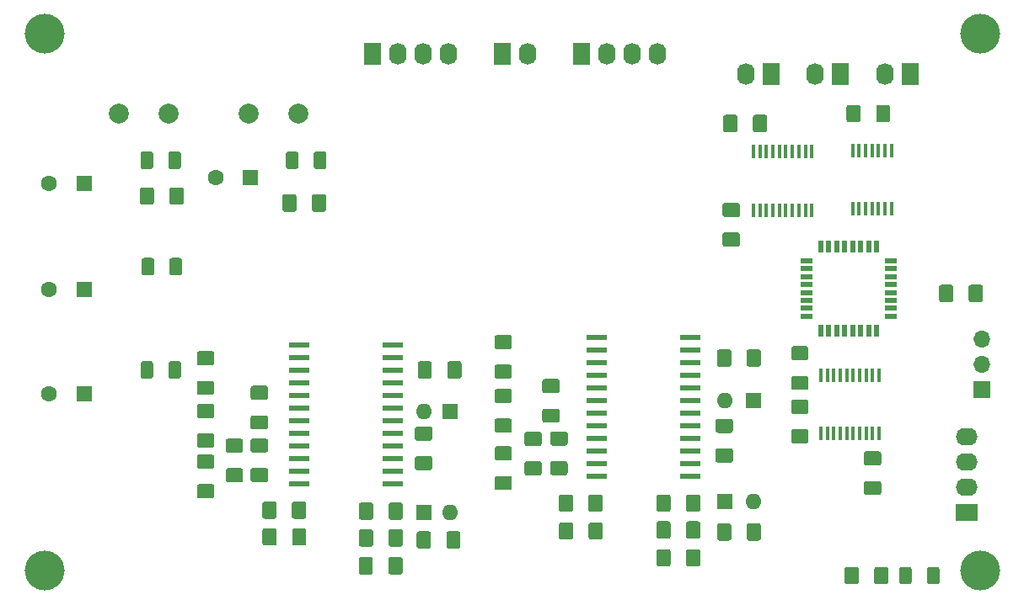
<source format=gts>
G04 #@! TF.GenerationSoftware,KiCad,Pcbnew,(5.0.0-3-g5ebb6b6)*
G04 #@! TF.CreationDate,2019-01-22T16:43:08+01:00*
G04 #@! TF.ProjectId,Motor_Card,4D6F746F725F436172642E6B69636164,rev?*
G04 #@! TF.SameCoordinates,Original*
G04 #@! TF.FileFunction,Soldermask,Top*
G04 #@! TF.FilePolarity,Negative*
%FSLAX46Y46*%
G04 Gerber Fmt 4.6, Leading zero omitted, Abs format (unit mm)*
G04 Created by KiCad (PCBNEW (5.0.0-3-g5ebb6b6)) date Tuesday 22 January 2019 à 16:43:08*
%MOMM*%
%LPD*%
G01*
G04 APERTURE LIST*
%ADD10R,0.450000X1.450000*%
%ADD11R,2.200000X1.740000*%
%ADD12O,2.200000X1.740000*%
%ADD13C,0.100000*%
%ADD14C,1.425000*%
%ADD15C,1.250000*%
%ADD16C,2.000000*%
%ADD17C,1.600000*%
%ADD18R,1.600000X1.600000*%
%ADD19O,1.600000X1.600000*%
%ADD20R,1.740000X2.200000*%
%ADD21O,1.740000X2.200000*%
%ADD22R,1.700000X1.700000*%
%ADD23O,1.700000X1.700000*%
%ADD24C,4.000000*%
%ADD25R,2.000000X0.600000*%
%ADD26R,0.600000X1.200000*%
%ADD27R,1.200000X0.600000*%
G04 APERTURE END LIST*
D10*
G04 #@! TO.C,U10*
X156850000Y-97300000D03*
X156200000Y-97300000D03*
X155550000Y-97300000D03*
X154900000Y-97300000D03*
X154250000Y-97300000D03*
X153600000Y-97300000D03*
X152950000Y-97300000D03*
X152300000Y-97300000D03*
X151650000Y-97300000D03*
X151000000Y-97300000D03*
X151000000Y-103200000D03*
X151650000Y-103200000D03*
X152300000Y-103200000D03*
X152950000Y-103200000D03*
X153600000Y-103200000D03*
X154250000Y-103200000D03*
X154900000Y-103200000D03*
X155550000Y-103200000D03*
X156200000Y-103200000D03*
X156850000Y-103200000D03*
G04 #@! TD*
D11*
G04 #@! TO.C,J2*
X165700000Y-111100000D03*
D12*
X165700000Y-108560000D03*
X165700000Y-106020000D03*
X165700000Y-103480000D03*
G04 #@! TD*
D10*
G04 #@! TO.C,U7*
X154200000Y-80600000D03*
X154850000Y-80600000D03*
X155500000Y-80600000D03*
X156150000Y-80600000D03*
X156800000Y-80600000D03*
X157450000Y-80600000D03*
X158100000Y-80600000D03*
X158100000Y-74700000D03*
X157450000Y-74700000D03*
X156800000Y-74700000D03*
X156150000Y-74700000D03*
X155500000Y-74700000D03*
X154850000Y-74700000D03*
X154200000Y-74700000D03*
G04 #@! TD*
D13*
G04 #@! TO.C,Rp2*
G36*
X144762004Y-94726204D02*
X144786273Y-94729804D01*
X144810071Y-94735765D01*
X144833171Y-94744030D01*
X144855349Y-94754520D01*
X144876393Y-94767133D01*
X144896098Y-94781747D01*
X144914277Y-94798223D01*
X144930753Y-94816402D01*
X144945367Y-94836107D01*
X144957980Y-94857151D01*
X144968470Y-94879329D01*
X144976735Y-94902429D01*
X144982696Y-94926227D01*
X144986296Y-94950496D01*
X144987500Y-94975000D01*
X144987500Y-96225000D01*
X144986296Y-96249504D01*
X144982696Y-96273773D01*
X144976735Y-96297571D01*
X144968470Y-96320671D01*
X144957980Y-96342849D01*
X144945367Y-96363893D01*
X144930753Y-96383598D01*
X144914277Y-96401777D01*
X144896098Y-96418253D01*
X144876393Y-96432867D01*
X144855349Y-96445480D01*
X144833171Y-96455970D01*
X144810071Y-96464235D01*
X144786273Y-96470196D01*
X144762004Y-96473796D01*
X144737500Y-96475000D01*
X143812500Y-96475000D01*
X143787996Y-96473796D01*
X143763727Y-96470196D01*
X143739929Y-96464235D01*
X143716829Y-96455970D01*
X143694651Y-96445480D01*
X143673607Y-96432867D01*
X143653902Y-96418253D01*
X143635723Y-96401777D01*
X143619247Y-96383598D01*
X143604633Y-96363893D01*
X143592020Y-96342849D01*
X143581530Y-96320671D01*
X143573265Y-96297571D01*
X143567304Y-96273773D01*
X143563704Y-96249504D01*
X143562500Y-96225000D01*
X143562500Y-94975000D01*
X143563704Y-94950496D01*
X143567304Y-94926227D01*
X143573265Y-94902429D01*
X143581530Y-94879329D01*
X143592020Y-94857151D01*
X143604633Y-94836107D01*
X143619247Y-94816402D01*
X143635723Y-94798223D01*
X143653902Y-94781747D01*
X143673607Y-94767133D01*
X143694651Y-94754520D01*
X143716829Y-94744030D01*
X143739929Y-94735765D01*
X143763727Y-94729804D01*
X143787996Y-94726204D01*
X143812500Y-94725000D01*
X144737500Y-94725000D01*
X144762004Y-94726204D01*
X144762004Y-94726204D01*
G37*
D14*
X144275000Y-95600000D03*
D13*
G36*
X141787004Y-94726204D02*
X141811273Y-94729804D01*
X141835071Y-94735765D01*
X141858171Y-94744030D01*
X141880349Y-94754520D01*
X141901393Y-94767133D01*
X141921098Y-94781747D01*
X141939277Y-94798223D01*
X141955753Y-94816402D01*
X141970367Y-94836107D01*
X141982980Y-94857151D01*
X141993470Y-94879329D01*
X142001735Y-94902429D01*
X142007696Y-94926227D01*
X142011296Y-94950496D01*
X142012500Y-94975000D01*
X142012500Y-96225000D01*
X142011296Y-96249504D01*
X142007696Y-96273773D01*
X142001735Y-96297571D01*
X141993470Y-96320671D01*
X141982980Y-96342849D01*
X141970367Y-96363893D01*
X141955753Y-96383598D01*
X141939277Y-96401777D01*
X141921098Y-96418253D01*
X141901393Y-96432867D01*
X141880349Y-96445480D01*
X141858171Y-96455970D01*
X141835071Y-96464235D01*
X141811273Y-96470196D01*
X141787004Y-96473796D01*
X141762500Y-96475000D01*
X140837500Y-96475000D01*
X140812996Y-96473796D01*
X140788727Y-96470196D01*
X140764929Y-96464235D01*
X140741829Y-96455970D01*
X140719651Y-96445480D01*
X140698607Y-96432867D01*
X140678902Y-96418253D01*
X140660723Y-96401777D01*
X140644247Y-96383598D01*
X140629633Y-96363893D01*
X140617020Y-96342849D01*
X140606530Y-96320671D01*
X140598265Y-96297571D01*
X140592304Y-96273773D01*
X140588704Y-96249504D01*
X140587500Y-96225000D01*
X140587500Y-94975000D01*
X140588704Y-94950496D01*
X140592304Y-94926227D01*
X140598265Y-94902429D01*
X140606530Y-94879329D01*
X140617020Y-94857151D01*
X140629633Y-94836107D01*
X140644247Y-94816402D01*
X140660723Y-94798223D01*
X140678902Y-94781747D01*
X140698607Y-94767133D01*
X140719651Y-94754520D01*
X140741829Y-94744030D01*
X140764929Y-94735765D01*
X140788727Y-94729804D01*
X140812996Y-94726204D01*
X140837500Y-94725000D01*
X141762500Y-94725000D01*
X141787004Y-94726204D01*
X141787004Y-94726204D01*
G37*
D14*
X141300000Y-95600000D03*
G04 #@! TD*
D13*
G04 #@! TO.C,Cpul2*
G36*
X122749504Y-105988704D02*
X122773773Y-105992304D01*
X122797571Y-105998265D01*
X122820671Y-106006530D01*
X122842849Y-106017020D01*
X122863893Y-106029633D01*
X122883598Y-106044247D01*
X122901777Y-106060723D01*
X122918253Y-106078902D01*
X122932867Y-106098607D01*
X122945480Y-106119651D01*
X122955970Y-106141829D01*
X122964235Y-106164929D01*
X122970196Y-106188727D01*
X122973796Y-106212996D01*
X122975000Y-106237500D01*
X122975000Y-107162500D01*
X122973796Y-107187004D01*
X122970196Y-107211273D01*
X122964235Y-107235071D01*
X122955970Y-107258171D01*
X122945480Y-107280349D01*
X122932867Y-107301393D01*
X122918253Y-107321098D01*
X122901777Y-107339277D01*
X122883598Y-107355753D01*
X122863893Y-107370367D01*
X122842849Y-107382980D01*
X122820671Y-107393470D01*
X122797571Y-107401735D01*
X122773773Y-107407696D01*
X122749504Y-107411296D01*
X122725000Y-107412500D01*
X121475000Y-107412500D01*
X121450496Y-107411296D01*
X121426227Y-107407696D01*
X121402429Y-107401735D01*
X121379329Y-107393470D01*
X121357151Y-107382980D01*
X121336107Y-107370367D01*
X121316402Y-107355753D01*
X121298223Y-107339277D01*
X121281747Y-107321098D01*
X121267133Y-107301393D01*
X121254520Y-107280349D01*
X121244030Y-107258171D01*
X121235765Y-107235071D01*
X121229804Y-107211273D01*
X121226204Y-107187004D01*
X121225000Y-107162500D01*
X121225000Y-106237500D01*
X121226204Y-106212996D01*
X121229804Y-106188727D01*
X121235765Y-106164929D01*
X121244030Y-106141829D01*
X121254520Y-106119651D01*
X121267133Y-106098607D01*
X121281747Y-106078902D01*
X121298223Y-106060723D01*
X121316402Y-106044247D01*
X121336107Y-106029633D01*
X121357151Y-106017020D01*
X121379329Y-106006530D01*
X121402429Y-105998265D01*
X121426227Y-105992304D01*
X121450496Y-105988704D01*
X121475000Y-105987500D01*
X122725000Y-105987500D01*
X122749504Y-105988704D01*
X122749504Y-105988704D01*
G37*
D14*
X122100000Y-106700000D03*
D13*
G36*
X122749504Y-103013704D02*
X122773773Y-103017304D01*
X122797571Y-103023265D01*
X122820671Y-103031530D01*
X122842849Y-103042020D01*
X122863893Y-103054633D01*
X122883598Y-103069247D01*
X122901777Y-103085723D01*
X122918253Y-103103902D01*
X122932867Y-103123607D01*
X122945480Y-103144651D01*
X122955970Y-103166829D01*
X122964235Y-103189929D01*
X122970196Y-103213727D01*
X122973796Y-103237996D01*
X122975000Y-103262500D01*
X122975000Y-104187500D01*
X122973796Y-104212004D01*
X122970196Y-104236273D01*
X122964235Y-104260071D01*
X122955970Y-104283171D01*
X122945480Y-104305349D01*
X122932867Y-104326393D01*
X122918253Y-104346098D01*
X122901777Y-104364277D01*
X122883598Y-104380753D01*
X122863893Y-104395367D01*
X122842849Y-104407980D01*
X122820671Y-104418470D01*
X122797571Y-104426735D01*
X122773773Y-104432696D01*
X122749504Y-104436296D01*
X122725000Y-104437500D01*
X121475000Y-104437500D01*
X121450496Y-104436296D01*
X121426227Y-104432696D01*
X121402429Y-104426735D01*
X121379329Y-104418470D01*
X121357151Y-104407980D01*
X121336107Y-104395367D01*
X121316402Y-104380753D01*
X121298223Y-104364277D01*
X121281747Y-104346098D01*
X121267133Y-104326393D01*
X121254520Y-104305349D01*
X121244030Y-104283171D01*
X121235765Y-104260071D01*
X121229804Y-104236273D01*
X121226204Y-104212004D01*
X121225000Y-104187500D01*
X121225000Y-103262500D01*
X121226204Y-103237996D01*
X121229804Y-103213727D01*
X121235765Y-103189929D01*
X121244030Y-103166829D01*
X121254520Y-103144651D01*
X121267133Y-103123607D01*
X121281747Y-103103902D01*
X121298223Y-103085723D01*
X121316402Y-103069247D01*
X121336107Y-103054633D01*
X121357151Y-103042020D01*
X121379329Y-103031530D01*
X121402429Y-103023265D01*
X121426227Y-103017304D01*
X121450496Y-103013704D01*
X121475000Y-103012500D01*
X122725000Y-103012500D01*
X122749504Y-103013704D01*
X122749504Y-103013704D01*
G37*
D14*
X122100000Y-103725000D03*
G04 #@! TD*
D13*
G04 #@! TO.C,Cpul1*
G36*
X92749504Y-103713704D02*
X92773773Y-103717304D01*
X92797571Y-103723265D01*
X92820671Y-103731530D01*
X92842849Y-103742020D01*
X92863893Y-103754633D01*
X92883598Y-103769247D01*
X92901777Y-103785723D01*
X92918253Y-103803902D01*
X92932867Y-103823607D01*
X92945480Y-103844651D01*
X92955970Y-103866829D01*
X92964235Y-103889929D01*
X92970196Y-103913727D01*
X92973796Y-103937996D01*
X92975000Y-103962500D01*
X92975000Y-104887500D01*
X92973796Y-104912004D01*
X92970196Y-104936273D01*
X92964235Y-104960071D01*
X92955970Y-104983171D01*
X92945480Y-105005349D01*
X92932867Y-105026393D01*
X92918253Y-105046098D01*
X92901777Y-105064277D01*
X92883598Y-105080753D01*
X92863893Y-105095367D01*
X92842849Y-105107980D01*
X92820671Y-105118470D01*
X92797571Y-105126735D01*
X92773773Y-105132696D01*
X92749504Y-105136296D01*
X92725000Y-105137500D01*
X91475000Y-105137500D01*
X91450496Y-105136296D01*
X91426227Y-105132696D01*
X91402429Y-105126735D01*
X91379329Y-105118470D01*
X91357151Y-105107980D01*
X91336107Y-105095367D01*
X91316402Y-105080753D01*
X91298223Y-105064277D01*
X91281747Y-105046098D01*
X91267133Y-105026393D01*
X91254520Y-105005349D01*
X91244030Y-104983171D01*
X91235765Y-104960071D01*
X91229804Y-104936273D01*
X91226204Y-104912004D01*
X91225000Y-104887500D01*
X91225000Y-103962500D01*
X91226204Y-103937996D01*
X91229804Y-103913727D01*
X91235765Y-103889929D01*
X91244030Y-103866829D01*
X91254520Y-103844651D01*
X91267133Y-103823607D01*
X91281747Y-103803902D01*
X91298223Y-103785723D01*
X91316402Y-103769247D01*
X91336107Y-103754633D01*
X91357151Y-103742020D01*
X91379329Y-103731530D01*
X91402429Y-103723265D01*
X91426227Y-103717304D01*
X91450496Y-103713704D01*
X91475000Y-103712500D01*
X92725000Y-103712500D01*
X92749504Y-103713704D01*
X92749504Y-103713704D01*
G37*
D14*
X92100000Y-104425000D03*
D13*
G36*
X92749504Y-106688704D02*
X92773773Y-106692304D01*
X92797571Y-106698265D01*
X92820671Y-106706530D01*
X92842849Y-106717020D01*
X92863893Y-106729633D01*
X92883598Y-106744247D01*
X92901777Y-106760723D01*
X92918253Y-106778902D01*
X92932867Y-106798607D01*
X92945480Y-106819651D01*
X92955970Y-106841829D01*
X92964235Y-106864929D01*
X92970196Y-106888727D01*
X92973796Y-106912996D01*
X92975000Y-106937500D01*
X92975000Y-107862500D01*
X92973796Y-107887004D01*
X92970196Y-107911273D01*
X92964235Y-107935071D01*
X92955970Y-107958171D01*
X92945480Y-107980349D01*
X92932867Y-108001393D01*
X92918253Y-108021098D01*
X92901777Y-108039277D01*
X92883598Y-108055753D01*
X92863893Y-108070367D01*
X92842849Y-108082980D01*
X92820671Y-108093470D01*
X92797571Y-108101735D01*
X92773773Y-108107696D01*
X92749504Y-108111296D01*
X92725000Y-108112500D01*
X91475000Y-108112500D01*
X91450496Y-108111296D01*
X91426227Y-108107696D01*
X91402429Y-108101735D01*
X91379329Y-108093470D01*
X91357151Y-108082980D01*
X91336107Y-108070367D01*
X91316402Y-108055753D01*
X91298223Y-108039277D01*
X91281747Y-108021098D01*
X91267133Y-108001393D01*
X91254520Y-107980349D01*
X91244030Y-107958171D01*
X91235765Y-107935071D01*
X91229804Y-107911273D01*
X91226204Y-107887004D01*
X91225000Y-107862500D01*
X91225000Y-106937500D01*
X91226204Y-106912996D01*
X91229804Y-106888727D01*
X91235765Y-106864929D01*
X91244030Y-106841829D01*
X91254520Y-106819651D01*
X91267133Y-106798607D01*
X91281747Y-106778902D01*
X91298223Y-106760723D01*
X91316402Y-106744247D01*
X91336107Y-106729633D01*
X91357151Y-106717020D01*
X91379329Y-106706530D01*
X91402429Y-106698265D01*
X91426227Y-106692304D01*
X91450496Y-106688704D01*
X91475000Y-106687500D01*
X92725000Y-106687500D01*
X92749504Y-106688704D01*
X92749504Y-106688704D01*
G37*
D14*
X92100000Y-107400000D03*
G04 #@! TD*
D13*
G04 #@! TO.C,D11*
G36*
X86499504Y-95926204D02*
X86523773Y-95929804D01*
X86547571Y-95935765D01*
X86570671Y-95944030D01*
X86592849Y-95954520D01*
X86613893Y-95967133D01*
X86633598Y-95981747D01*
X86651777Y-95998223D01*
X86668253Y-96016402D01*
X86682867Y-96036107D01*
X86695480Y-96057151D01*
X86705970Y-96079329D01*
X86714235Y-96102429D01*
X86720196Y-96126227D01*
X86723796Y-96150496D01*
X86725000Y-96175000D01*
X86725000Y-97425000D01*
X86723796Y-97449504D01*
X86720196Y-97473773D01*
X86714235Y-97497571D01*
X86705970Y-97520671D01*
X86695480Y-97542849D01*
X86682867Y-97563893D01*
X86668253Y-97583598D01*
X86651777Y-97601777D01*
X86633598Y-97618253D01*
X86613893Y-97632867D01*
X86592849Y-97645480D01*
X86570671Y-97655970D01*
X86547571Y-97664235D01*
X86523773Y-97670196D01*
X86499504Y-97673796D01*
X86475000Y-97675000D01*
X85725000Y-97675000D01*
X85700496Y-97673796D01*
X85676227Y-97670196D01*
X85652429Y-97664235D01*
X85629329Y-97655970D01*
X85607151Y-97645480D01*
X85586107Y-97632867D01*
X85566402Y-97618253D01*
X85548223Y-97601777D01*
X85531747Y-97583598D01*
X85517133Y-97563893D01*
X85504520Y-97542849D01*
X85494030Y-97520671D01*
X85485765Y-97497571D01*
X85479804Y-97473773D01*
X85476204Y-97449504D01*
X85475000Y-97425000D01*
X85475000Y-96175000D01*
X85476204Y-96150496D01*
X85479804Y-96126227D01*
X85485765Y-96102429D01*
X85494030Y-96079329D01*
X85504520Y-96057151D01*
X85517133Y-96036107D01*
X85531747Y-96016402D01*
X85548223Y-95998223D01*
X85566402Y-95981747D01*
X85586107Y-95967133D01*
X85607151Y-95954520D01*
X85629329Y-95944030D01*
X85652429Y-95935765D01*
X85676227Y-95929804D01*
X85700496Y-95926204D01*
X85725000Y-95925000D01*
X86475000Y-95925000D01*
X86499504Y-95926204D01*
X86499504Y-95926204D01*
G37*
D15*
X86100000Y-96800000D03*
D13*
G36*
X83699504Y-95926204D02*
X83723773Y-95929804D01*
X83747571Y-95935765D01*
X83770671Y-95944030D01*
X83792849Y-95954520D01*
X83813893Y-95967133D01*
X83833598Y-95981747D01*
X83851777Y-95998223D01*
X83868253Y-96016402D01*
X83882867Y-96036107D01*
X83895480Y-96057151D01*
X83905970Y-96079329D01*
X83914235Y-96102429D01*
X83920196Y-96126227D01*
X83923796Y-96150496D01*
X83925000Y-96175000D01*
X83925000Y-97425000D01*
X83923796Y-97449504D01*
X83920196Y-97473773D01*
X83914235Y-97497571D01*
X83905970Y-97520671D01*
X83895480Y-97542849D01*
X83882867Y-97563893D01*
X83868253Y-97583598D01*
X83851777Y-97601777D01*
X83833598Y-97618253D01*
X83813893Y-97632867D01*
X83792849Y-97645480D01*
X83770671Y-97655970D01*
X83747571Y-97664235D01*
X83723773Y-97670196D01*
X83699504Y-97673796D01*
X83675000Y-97675000D01*
X82925000Y-97675000D01*
X82900496Y-97673796D01*
X82876227Y-97670196D01*
X82852429Y-97664235D01*
X82829329Y-97655970D01*
X82807151Y-97645480D01*
X82786107Y-97632867D01*
X82766402Y-97618253D01*
X82748223Y-97601777D01*
X82731747Y-97583598D01*
X82717133Y-97563893D01*
X82704520Y-97542849D01*
X82694030Y-97520671D01*
X82685765Y-97497571D01*
X82679804Y-97473773D01*
X82676204Y-97449504D01*
X82675000Y-97425000D01*
X82675000Y-96175000D01*
X82676204Y-96150496D01*
X82679804Y-96126227D01*
X82685765Y-96102429D01*
X82694030Y-96079329D01*
X82704520Y-96057151D01*
X82717133Y-96036107D01*
X82731747Y-96016402D01*
X82748223Y-95998223D01*
X82766402Y-95981747D01*
X82786107Y-95967133D01*
X82807151Y-95954520D01*
X82829329Y-95944030D01*
X82852429Y-95935765D01*
X82876227Y-95929804D01*
X82900496Y-95926204D01*
X82925000Y-95925000D01*
X83675000Y-95925000D01*
X83699504Y-95926204D01*
X83699504Y-95926204D01*
G37*
D15*
X83300000Y-96800000D03*
G04 #@! TD*
D13*
G04 #@! TO.C,D9*
G36*
X86499504Y-74826204D02*
X86523773Y-74829804D01*
X86547571Y-74835765D01*
X86570671Y-74844030D01*
X86592849Y-74854520D01*
X86613893Y-74867133D01*
X86633598Y-74881747D01*
X86651777Y-74898223D01*
X86668253Y-74916402D01*
X86682867Y-74936107D01*
X86695480Y-74957151D01*
X86705970Y-74979329D01*
X86714235Y-75002429D01*
X86720196Y-75026227D01*
X86723796Y-75050496D01*
X86725000Y-75075000D01*
X86725000Y-76325000D01*
X86723796Y-76349504D01*
X86720196Y-76373773D01*
X86714235Y-76397571D01*
X86705970Y-76420671D01*
X86695480Y-76442849D01*
X86682867Y-76463893D01*
X86668253Y-76483598D01*
X86651777Y-76501777D01*
X86633598Y-76518253D01*
X86613893Y-76532867D01*
X86592849Y-76545480D01*
X86570671Y-76555970D01*
X86547571Y-76564235D01*
X86523773Y-76570196D01*
X86499504Y-76573796D01*
X86475000Y-76575000D01*
X85725000Y-76575000D01*
X85700496Y-76573796D01*
X85676227Y-76570196D01*
X85652429Y-76564235D01*
X85629329Y-76555970D01*
X85607151Y-76545480D01*
X85586107Y-76532867D01*
X85566402Y-76518253D01*
X85548223Y-76501777D01*
X85531747Y-76483598D01*
X85517133Y-76463893D01*
X85504520Y-76442849D01*
X85494030Y-76420671D01*
X85485765Y-76397571D01*
X85479804Y-76373773D01*
X85476204Y-76349504D01*
X85475000Y-76325000D01*
X85475000Y-75075000D01*
X85476204Y-75050496D01*
X85479804Y-75026227D01*
X85485765Y-75002429D01*
X85494030Y-74979329D01*
X85504520Y-74957151D01*
X85517133Y-74936107D01*
X85531747Y-74916402D01*
X85548223Y-74898223D01*
X85566402Y-74881747D01*
X85586107Y-74867133D01*
X85607151Y-74854520D01*
X85629329Y-74844030D01*
X85652429Y-74835765D01*
X85676227Y-74829804D01*
X85700496Y-74826204D01*
X85725000Y-74825000D01*
X86475000Y-74825000D01*
X86499504Y-74826204D01*
X86499504Y-74826204D01*
G37*
D15*
X86100000Y-75700000D03*
D13*
G36*
X83699504Y-74826204D02*
X83723773Y-74829804D01*
X83747571Y-74835765D01*
X83770671Y-74844030D01*
X83792849Y-74854520D01*
X83813893Y-74867133D01*
X83833598Y-74881747D01*
X83851777Y-74898223D01*
X83868253Y-74916402D01*
X83882867Y-74936107D01*
X83895480Y-74957151D01*
X83905970Y-74979329D01*
X83914235Y-75002429D01*
X83920196Y-75026227D01*
X83923796Y-75050496D01*
X83925000Y-75075000D01*
X83925000Y-76325000D01*
X83923796Y-76349504D01*
X83920196Y-76373773D01*
X83914235Y-76397571D01*
X83905970Y-76420671D01*
X83895480Y-76442849D01*
X83882867Y-76463893D01*
X83868253Y-76483598D01*
X83851777Y-76501777D01*
X83833598Y-76518253D01*
X83813893Y-76532867D01*
X83792849Y-76545480D01*
X83770671Y-76555970D01*
X83747571Y-76564235D01*
X83723773Y-76570196D01*
X83699504Y-76573796D01*
X83675000Y-76575000D01*
X82925000Y-76575000D01*
X82900496Y-76573796D01*
X82876227Y-76570196D01*
X82852429Y-76564235D01*
X82829329Y-76555970D01*
X82807151Y-76545480D01*
X82786107Y-76532867D01*
X82766402Y-76518253D01*
X82748223Y-76501777D01*
X82731747Y-76483598D01*
X82717133Y-76463893D01*
X82704520Y-76442849D01*
X82694030Y-76420671D01*
X82685765Y-76397571D01*
X82679804Y-76373773D01*
X82676204Y-76349504D01*
X82675000Y-76325000D01*
X82675000Y-75075000D01*
X82676204Y-75050496D01*
X82679804Y-75026227D01*
X82685765Y-75002429D01*
X82694030Y-74979329D01*
X82704520Y-74957151D01*
X82717133Y-74936107D01*
X82731747Y-74916402D01*
X82748223Y-74898223D01*
X82766402Y-74881747D01*
X82786107Y-74867133D01*
X82807151Y-74854520D01*
X82829329Y-74844030D01*
X82852429Y-74835765D01*
X82876227Y-74829804D01*
X82900496Y-74826204D01*
X82925000Y-74825000D01*
X83675000Y-74825000D01*
X83699504Y-74826204D01*
X83699504Y-74826204D01*
G37*
D15*
X83300000Y-75700000D03*
G04 #@! TD*
D16*
G04 #@! TO.C,U11*
X93500000Y-71000000D03*
X98500000Y-71000000D03*
G04 #@! TD*
G04 #@! TO.C,U12*
X80500000Y-71000000D03*
X85500000Y-71000000D03*
G04 #@! TD*
D13*
G04 #@! TO.C,C1*
G36*
X149549504Y-97388704D02*
X149573773Y-97392304D01*
X149597571Y-97398265D01*
X149620671Y-97406530D01*
X149642849Y-97417020D01*
X149663893Y-97429633D01*
X149683598Y-97444247D01*
X149701777Y-97460723D01*
X149718253Y-97478902D01*
X149732867Y-97498607D01*
X149745480Y-97519651D01*
X149755970Y-97541829D01*
X149764235Y-97564929D01*
X149770196Y-97588727D01*
X149773796Y-97612996D01*
X149775000Y-97637500D01*
X149775000Y-98562500D01*
X149773796Y-98587004D01*
X149770196Y-98611273D01*
X149764235Y-98635071D01*
X149755970Y-98658171D01*
X149745480Y-98680349D01*
X149732867Y-98701393D01*
X149718253Y-98721098D01*
X149701777Y-98739277D01*
X149683598Y-98755753D01*
X149663893Y-98770367D01*
X149642849Y-98782980D01*
X149620671Y-98793470D01*
X149597571Y-98801735D01*
X149573773Y-98807696D01*
X149549504Y-98811296D01*
X149525000Y-98812500D01*
X148275000Y-98812500D01*
X148250496Y-98811296D01*
X148226227Y-98807696D01*
X148202429Y-98801735D01*
X148179329Y-98793470D01*
X148157151Y-98782980D01*
X148136107Y-98770367D01*
X148116402Y-98755753D01*
X148098223Y-98739277D01*
X148081747Y-98721098D01*
X148067133Y-98701393D01*
X148054520Y-98680349D01*
X148044030Y-98658171D01*
X148035765Y-98635071D01*
X148029804Y-98611273D01*
X148026204Y-98587004D01*
X148025000Y-98562500D01*
X148025000Y-97637500D01*
X148026204Y-97612996D01*
X148029804Y-97588727D01*
X148035765Y-97564929D01*
X148044030Y-97541829D01*
X148054520Y-97519651D01*
X148067133Y-97498607D01*
X148081747Y-97478902D01*
X148098223Y-97460723D01*
X148116402Y-97444247D01*
X148136107Y-97429633D01*
X148157151Y-97417020D01*
X148179329Y-97406530D01*
X148202429Y-97398265D01*
X148226227Y-97392304D01*
X148250496Y-97388704D01*
X148275000Y-97387500D01*
X149525000Y-97387500D01*
X149549504Y-97388704D01*
X149549504Y-97388704D01*
G37*
D14*
X148900000Y-98100000D03*
D13*
G36*
X149549504Y-94413704D02*
X149573773Y-94417304D01*
X149597571Y-94423265D01*
X149620671Y-94431530D01*
X149642849Y-94442020D01*
X149663893Y-94454633D01*
X149683598Y-94469247D01*
X149701777Y-94485723D01*
X149718253Y-94503902D01*
X149732867Y-94523607D01*
X149745480Y-94544651D01*
X149755970Y-94566829D01*
X149764235Y-94589929D01*
X149770196Y-94613727D01*
X149773796Y-94637996D01*
X149775000Y-94662500D01*
X149775000Y-95587500D01*
X149773796Y-95612004D01*
X149770196Y-95636273D01*
X149764235Y-95660071D01*
X149755970Y-95683171D01*
X149745480Y-95705349D01*
X149732867Y-95726393D01*
X149718253Y-95746098D01*
X149701777Y-95764277D01*
X149683598Y-95780753D01*
X149663893Y-95795367D01*
X149642849Y-95807980D01*
X149620671Y-95818470D01*
X149597571Y-95826735D01*
X149573773Y-95832696D01*
X149549504Y-95836296D01*
X149525000Y-95837500D01*
X148275000Y-95837500D01*
X148250496Y-95836296D01*
X148226227Y-95832696D01*
X148202429Y-95826735D01*
X148179329Y-95818470D01*
X148157151Y-95807980D01*
X148136107Y-95795367D01*
X148116402Y-95780753D01*
X148098223Y-95764277D01*
X148081747Y-95746098D01*
X148067133Y-95726393D01*
X148054520Y-95705349D01*
X148044030Y-95683171D01*
X148035765Y-95660071D01*
X148029804Y-95636273D01*
X148026204Y-95612004D01*
X148025000Y-95587500D01*
X148025000Y-94662500D01*
X148026204Y-94637996D01*
X148029804Y-94613727D01*
X148035765Y-94589929D01*
X148044030Y-94566829D01*
X148054520Y-94544651D01*
X148067133Y-94523607D01*
X148081747Y-94503902D01*
X148098223Y-94485723D01*
X148116402Y-94469247D01*
X148136107Y-94454633D01*
X148157151Y-94442020D01*
X148179329Y-94431530D01*
X148202429Y-94423265D01*
X148226227Y-94417304D01*
X148250496Y-94413704D01*
X148275000Y-94412500D01*
X149525000Y-94412500D01*
X149549504Y-94413704D01*
X149549504Y-94413704D01*
G37*
D14*
X148900000Y-95125000D03*
G04 #@! TD*
D17*
G04 #@! TO.C,C3*
X90200000Y-77400000D03*
D18*
X93700000Y-77400000D03*
G04 #@! TD*
G04 #@! TO.C,C4*
X77000000Y-78000000D03*
D17*
X73500000Y-78000000D03*
G04 #@! TD*
G04 #@! TO.C,C7*
X73500000Y-88700000D03*
D18*
X77000000Y-88700000D03*
G04 #@! TD*
G04 #@! TO.C,C8*
X77000000Y-99200000D03*
D17*
X73500000Y-99200000D03*
G04 #@! TD*
D13*
G04 #@! TO.C,C9*
G36*
X142412004Y-71126204D02*
X142436273Y-71129804D01*
X142460071Y-71135765D01*
X142483171Y-71144030D01*
X142505349Y-71154520D01*
X142526393Y-71167133D01*
X142546098Y-71181747D01*
X142564277Y-71198223D01*
X142580753Y-71216402D01*
X142595367Y-71236107D01*
X142607980Y-71257151D01*
X142618470Y-71279329D01*
X142626735Y-71302429D01*
X142632696Y-71326227D01*
X142636296Y-71350496D01*
X142637500Y-71375000D01*
X142637500Y-72625000D01*
X142636296Y-72649504D01*
X142632696Y-72673773D01*
X142626735Y-72697571D01*
X142618470Y-72720671D01*
X142607980Y-72742849D01*
X142595367Y-72763893D01*
X142580753Y-72783598D01*
X142564277Y-72801777D01*
X142546098Y-72818253D01*
X142526393Y-72832867D01*
X142505349Y-72845480D01*
X142483171Y-72855970D01*
X142460071Y-72864235D01*
X142436273Y-72870196D01*
X142412004Y-72873796D01*
X142387500Y-72875000D01*
X141462500Y-72875000D01*
X141437996Y-72873796D01*
X141413727Y-72870196D01*
X141389929Y-72864235D01*
X141366829Y-72855970D01*
X141344651Y-72845480D01*
X141323607Y-72832867D01*
X141303902Y-72818253D01*
X141285723Y-72801777D01*
X141269247Y-72783598D01*
X141254633Y-72763893D01*
X141242020Y-72742849D01*
X141231530Y-72720671D01*
X141223265Y-72697571D01*
X141217304Y-72673773D01*
X141213704Y-72649504D01*
X141212500Y-72625000D01*
X141212500Y-71375000D01*
X141213704Y-71350496D01*
X141217304Y-71326227D01*
X141223265Y-71302429D01*
X141231530Y-71279329D01*
X141242020Y-71257151D01*
X141254633Y-71236107D01*
X141269247Y-71216402D01*
X141285723Y-71198223D01*
X141303902Y-71181747D01*
X141323607Y-71167133D01*
X141344651Y-71154520D01*
X141366829Y-71144030D01*
X141389929Y-71135765D01*
X141413727Y-71129804D01*
X141437996Y-71126204D01*
X141462500Y-71125000D01*
X142387500Y-71125000D01*
X142412004Y-71126204D01*
X142412004Y-71126204D01*
G37*
D14*
X141925000Y-72000000D03*
D13*
G36*
X145387004Y-71126204D02*
X145411273Y-71129804D01*
X145435071Y-71135765D01*
X145458171Y-71144030D01*
X145480349Y-71154520D01*
X145501393Y-71167133D01*
X145521098Y-71181747D01*
X145539277Y-71198223D01*
X145555753Y-71216402D01*
X145570367Y-71236107D01*
X145582980Y-71257151D01*
X145593470Y-71279329D01*
X145601735Y-71302429D01*
X145607696Y-71326227D01*
X145611296Y-71350496D01*
X145612500Y-71375000D01*
X145612500Y-72625000D01*
X145611296Y-72649504D01*
X145607696Y-72673773D01*
X145601735Y-72697571D01*
X145593470Y-72720671D01*
X145582980Y-72742849D01*
X145570367Y-72763893D01*
X145555753Y-72783598D01*
X145539277Y-72801777D01*
X145521098Y-72818253D01*
X145501393Y-72832867D01*
X145480349Y-72845480D01*
X145458171Y-72855970D01*
X145435071Y-72864235D01*
X145411273Y-72870196D01*
X145387004Y-72873796D01*
X145362500Y-72875000D01*
X144437500Y-72875000D01*
X144412996Y-72873796D01*
X144388727Y-72870196D01*
X144364929Y-72864235D01*
X144341829Y-72855970D01*
X144319651Y-72845480D01*
X144298607Y-72832867D01*
X144278902Y-72818253D01*
X144260723Y-72801777D01*
X144244247Y-72783598D01*
X144229633Y-72763893D01*
X144217020Y-72742849D01*
X144206530Y-72720671D01*
X144198265Y-72697571D01*
X144192304Y-72673773D01*
X144188704Y-72649504D01*
X144187500Y-72625000D01*
X144187500Y-71375000D01*
X144188704Y-71350496D01*
X144192304Y-71326227D01*
X144198265Y-71302429D01*
X144206530Y-71279329D01*
X144217020Y-71257151D01*
X144229633Y-71236107D01*
X144244247Y-71216402D01*
X144260723Y-71198223D01*
X144278902Y-71181747D01*
X144298607Y-71167133D01*
X144319651Y-71154520D01*
X144341829Y-71144030D01*
X144364929Y-71135765D01*
X144388727Y-71129804D01*
X144412996Y-71126204D01*
X144437500Y-71125000D01*
X145362500Y-71125000D01*
X145387004Y-71126204D01*
X145387004Y-71126204D01*
G37*
D14*
X144900000Y-72000000D03*
G04 #@! TD*
D13*
G04 #@! TO.C,C12*
G36*
X156849504Y-107963704D02*
X156873773Y-107967304D01*
X156897571Y-107973265D01*
X156920671Y-107981530D01*
X156942849Y-107992020D01*
X156963893Y-108004633D01*
X156983598Y-108019247D01*
X157001777Y-108035723D01*
X157018253Y-108053902D01*
X157032867Y-108073607D01*
X157045480Y-108094651D01*
X157055970Y-108116829D01*
X157064235Y-108139929D01*
X157070196Y-108163727D01*
X157073796Y-108187996D01*
X157075000Y-108212500D01*
X157075000Y-109137500D01*
X157073796Y-109162004D01*
X157070196Y-109186273D01*
X157064235Y-109210071D01*
X157055970Y-109233171D01*
X157045480Y-109255349D01*
X157032867Y-109276393D01*
X157018253Y-109296098D01*
X157001777Y-109314277D01*
X156983598Y-109330753D01*
X156963893Y-109345367D01*
X156942849Y-109357980D01*
X156920671Y-109368470D01*
X156897571Y-109376735D01*
X156873773Y-109382696D01*
X156849504Y-109386296D01*
X156825000Y-109387500D01*
X155575000Y-109387500D01*
X155550496Y-109386296D01*
X155526227Y-109382696D01*
X155502429Y-109376735D01*
X155479329Y-109368470D01*
X155457151Y-109357980D01*
X155436107Y-109345367D01*
X155416402Y-109330753D01*
X155398223Y-109314277D01*
X155381747Y-109296098D01*
X155367133Y-109276393D01*
X155354520Y-109255349D01*
X155344030Y-109233171D01*
X155335765Y-109210071D01*
X155329804Y-109186273D01*
X155326204Y-109162004D01*
X155325000Y-109137500D01*
X155325000Y-108212500D01*
X155326204Y-108187996D01*
X155329804Y-108163727D01*
X155335765Y-108139929D01*
X155344030Y-108116829D01*
X155354520Y-108094651D01*
X155367133Y-108073607D01*
X155381747Y-108053902D01*
X155398223Y-108035723D01*
X155416402Y-108019247D01*
X155436107Y-108004633D01*
X155457151Y-107992020D01*
X155479329Y-107981530D01*
X155502429Y-107973265D01*
X155526227Y-107967304D01*
X155550496Y-107963704D01*
X155575000Y-107962500D01*
X156825000Y-107962500D01*
X156849504Y-107963704D01*
X156849504Y-107963704D01*
G37*
D14*
X156200000Y-108675000D03*
D13*
G36*
X156849504Y-104988704D02*
X156873773Y-104992304D01*
X156897571Y-104998265D01*
X156920671Y-105006530D01*
X156942849Y-105017020D01*
X156963893Y-105029633D01*
X156983598Y-105044247D01*
X157001777Y-105060723D01*
X157018253Y-105078902D01*
X157032867Y-105098607D01*
X157045480Y-105119651D01*
X157055970Y-105141829D01*
X157064235Y-105164929D01*
X157070196Y-105188727D01*
X157073796Y-105212996D01*
X157075000Y-105237500D01*
X157075000Y-106162500D01*
X157073796Y-106187004D01*
X157070196Y-106211273D01*
X157064235Y-106235071D01*
X157055970Y-106258171D01*
X157045480Y-106280349D01*
X157032867Y-106301393D01*
X157018253Y-106321098D01*
X157001777Y-106339277D01*
X156983598Y-106355753D01*
X156963893Y-106370367D01*
X156942849Y-106382980D01*
X156920671Y-106393470D01*
X156897571Y-106401735D01*
X156873773Y-106407696D01*
X156849504Y-106411296D01*
X156825000Y-106412500D01*
X155575000Y-106412500D01*
X155550496Y-106411296D01*
X155526227Y-106407696D01*
X155502429Y-106401735D01*
X155479329Y-106393470D01*
X155457151Y-106382980D01*
X155436107Y-106370367D01*
X155416402Y-106355753D01*
X155398223Y-106339277D01*
X155381747Y-106321098D01*
X155367133Y-106301393D01*
X155354520Y-106280349D01*
X155344030Y-106258171D01*
X155335765Y-106235071D01*
X155329804Y-106211273D01*
X155326204Y-106187004D01*
X155325000Y-106162500D01*
X155325000Y-105237500D01*
X155326204Y-105212996D01*
X155329804Y-105188727D01*
X155335765Y-105164929D01*
X155344030Y-105141829D01*
X155354520Y-105119651D01*
X155367133Y-105098607D01*
X155381747Y-105078902D01*
X155398223Y-105060723D01*
X155416402Y-105044247D01*
X155436107Y-105029633D01*
X155457151Y-105017020D01*
X155479329Y-105006530D01*
X155502429Y-104998265D01*
X155526227Y-104992304D01*
X155550496Y-104988704D01*
X155575000Y-104987500D01*
X156825000Y-104987500D01*
X156849504Y-104988704D01*
X156849504Y-104988704D01*
G37*
D14*
X156200000Y-105700000D03*
G04 #@! TD*
D13*
G04 #@! TO.C,C13*
G36*
X154787004Y-70126204D02*
X154811273Y-70129804D01*
X154835071Y-70135765D01*
X154858171Y-70144030D01*
X154880349Y-70154520D01*
X154901393Y-70167133D01*
X154921098Y-70181747D01*
X154939277Y-70198223D01*
X154955753Y-70216402D01*
X154970367Y-70236107D01*
X154982980Y-70257151D01*
X154993470Y-70279329D01*
X155001735Y-70302429D01*
X155007696Y-70326227D01*
X155011296Y-70350496D01*
X155012500Y-70375000D01*
X155012500Y-71625000D01*
X155011296Y-71649504D01*
X155007696Y-71673773D01*
X155001735Y-71697571D01*
X154993470Y-71720671D01*
X154982980Y-71742849D01*
X154970367Y-71763893D01*
X154955753Y-71783598D01*
X154939277Y-71801777D01*
X154921098Y-71818253D01*
X154901393Y-71832867D01*
X154880349Y-71845480D01*
X154858171Y-71855970D01*
X154835071Y-71864235D01*
X154811273Y-71870196D01*
X154787004Y-71873796D01*
X154762500Y-71875000D01*
X153837500Y-71875000D01*
X153812996Y-71873796D01*
X153788727Y-71870196D01*
X153764929Y-71864235D01*
X153741829Y-71855970D01*
X153719651Y-71845480D01*
X153698607Y-71832867D01*
X153678902Y-71818253D01*
X153660723Y-71801777D01*
X153644247Y-71783598D01*
X153629633Y-71763893D01*
X153617020Y-71742849D01*
X153606530Y-71720671D01*
X153598265Y-71697571D01*
X153592304Y-71673773D01*
X153588704Y-71649504D01*
X153587500Y-71625000D01*
X153587500Y-70375000D01*
X153588704Y-70350496D01*
X153592304Y-70326227D01*
X153598265Y-70302429D01*
X153606530Y-70279329D01*
X153617020Y-70257151D01*
X153629633Y-70236107D01*
X153644247Y-70216402D01*
X153660723Y-70198223D01*
X153678902Y-70181747D01*
X153698607Y-70167133D01*
X153719651Y-70154520D01*
X153741829Y-70144030D01*
X153764929Y-70135765D01*
X153788727Y-70129804D01*
X153812996Y-70126204D01*
X153837500Y-70125000D01*
X154762500Y-70125000D01*
X154787004Y-70126204D01*
X154787004Y-70126204D01*
G37*
D14*
X154300000Y-71000000D03*
D13*
G36*
X157762004Y-70126204D02*
X157786273Y-70129804D01*
X157810071Y-70135765D01*
X157833171Y-70144030D01*
X157855349Y-70154520D01*
X157876393Y-70167133D01*
X157896098Y-70181747D01*
X157914277Y-70198223D01*
X157930753Y-70216402D01*
X157945367Y-70236107D01*
X157957980Y-70257151D01*
X157968470Y-70279329D01*
X157976735Y-70302429D01*
X157982696Y-70326227D01*
X157986296Y-70350496D01*
X157987500Y-70375000D01*
X157987500Y-71625000D01*
X157986296Y-71649504D01*
X157982696Y-71673773D01*
X157976735Y-71697571D01*
X157968470Y-71720671D01*
X157957980Y-71742849D01*
X157945367Y-71763893D01*
X157930753Y-71783598D01*
X157914277Y-71801777D01*
X157896098Y-71818253D01*
X157876393Y-71832867D01*
X157855349Y-71845480D01*
X157833171Y-71855970D01*
X157810071Y-71864235D01*
X157786273Y-71870196D01*
X157762004Y-71873796D01*
X157737500Y-71875000D01*
X156812500Y-71875000D01*
X156787996Y-71873796D01*
X156763727Y-71870196D01*
X156739929Y-71864235D01*
X156716829Y-71855970D01*
X156694651Y-71845480D01*
X156673607Y-71832867D01*
X156653902Y-71818253D01*
X156635723Y-71801777D01*
X156619247Y-71783598D01*
X156604633Y-71763893D01*
X156592020Y-71742849D01*
X156581530Y-71720671D01*
X156573265Y-71697571D01*
X156567304Y-71673773D01*
X156563704Y-71649504D01*
X156562500Y-71625000D01*
X156562500Y-70375000D01*
X156563704Y-70350496D01*
X156567304Y-70326227D01*
X156573265Y-70302429D01*
X156581530Y-70279329D01*
X156592020Y-70257151D01*
X156604633Y-70236107D01*
X156619247Y-70216402D01*
X156635723Y-70198223D01*
X156653902Y-70181747D01*
X156673607Y-70167133D01*
X156694651Y-70154520D01*
X156716829Y-70144030D01*
X156739929Y-70135765D01*
X156763727Y-70129804D01*
X156787996Y-70126204D01*
X156812500Y-70125000D01*
X157737500Y-70125000D01*
X157762004Y-70126204D01*
X157762004Y-70126204D01*
G37*
D14*
X157275000Y-71000000D03*
G04 #@! TD*
D13*
G04 #@! TO.C,C14*
G36*
X149549504Y-102763704D02*
X149573773Y-102767304D01*
X149597571Y-102773265D01*
X149620671Y-102781530D01*
X149642849Y-102792020D01*
X149663893Y-102804633D01*
X149683598Y-102819247D01*
X149701777Y-102835723D01*
X149718253Y-102853902D01*
X149732867Y-102873607D01*
X149745480Y-102894651D01*
X149755970Y-102916829D01*
X149764235Y-102939929D01*
X149770196Y-102963727D01*
X149773796Y-102987996D01*
X149775000Y-103012500D01*
X149775000Y-103937500D01*
X149773796Y-103962004D01*
X149770196Y-103986273D01*
X149764235Y-104010071D01*
X149755970Y-104033171D01*
X149745480Y-104055349D01*
X149732867Y-104076393D01*
X149718253Y-104096098D01*
X149701777Y-104114277D01*
X149683598Y-104130753D01*
X149663893Y-104145367D01*
X149642849Y-104157980D01*
X149620671Y-104168470D01*
X149597571Y-104176735D01*
X149573773Y-104182696D01*
X149549504Y-104186296D01*
X149525000Y-104187500D01*
X148275000Y-104187500D01*
X148250496Y-104186296D01*
X148226227Y-104182696D01*
X148202429Y-104176735D01*
X148179329Y-104168470D01*
X148157151Y-104157980D01*
X148136107Y-104145367D01*
X148116402Y-104130753D01*
X148098223Y-104114277D01*
X148081747Y-104096098D01*
X148067133Y-104076393D01*
X148054520Y-104055349D01*
X148044030Y-104033171D01*
X148035765Y-104010071D01*
X148029804Y-103986273D01*
X148026204Y-103962004D01*
X148025000Y-103937500D01*
X148025000Y-103012500D01*
X148026204Y-102987996D01*
X148029804Y-102963727D01*
X148035765Y-102939929D01*
X148044030Y-102916829D01*
X148054520Y-102894651D01*
X148067133Y-102873607D01*
X148081747Y-102853902D01*
X148098223Y-102835723D01*
X148116402Y-102819247D01*
X148136107Y-102804633D01*
X148157151Y-102792020D01*
X148179329Y-102781530D01*
X148202429Y-102773265D01*
X148226227Y-102767304D01*
X148250496Y-102763704D01*
X148275000Y-102762500D01*
X149525000Y-102762500D01*
X149549504Y-102763704D01*
X149549504Y-102763704D01*
G37*
D14*
X148900000Y-103475000D03*
D13*
G36*
X149549504Y-99788704D02*
X149573773Y-99792304D01*
X149597571Y-99798265D01*
X149620671Y-99806530D01*
X149642849Y-99817020D01*
X149663893Y-99829633D01*
X149683598Y-99844247D01*
X149701777Y-99860723D01*
X149718253Y-99878902D01*
X149732867Y-99898607D01*
X149745480Y-99919651D01*
X149755970Y-99941829D01*
X149764235Y-99964929D01*
X149770196Y-99988727D01*
X149773796Y-100012996D01*
X149775000Y-100037500D01*
X149775000Y-100962500D01*
X149773796Y-100987004D01*
X149770196Y-101011273D01*
X149764235Y-101035071D01*
X149755970Y-101058171D01*
X149745480Y-101080349D01*
X149732867Y-101101393D01*
X149718253Y-101121098D01*
X149701777Y-101139277D01*
X149683598Y-101155753D01*
X149663893Y-101170367D01*
X149642849Y-101182980D01*
X149620671Y-101193470D01*
X149597571Y-101201735D01*
X149573773Y-101207696D01*
X149549504Y-101211296D01*
X149525000Y-101212500D01*
X148275000Y-101212500D01*
X148250496Y-101211296D01*
X148226227Y-101207696D01*
X148202429Y-101201735D01*
X148179329Y-101193470D01*
X148157151Y-101182980D01*
X148136107Y-101170367D01*
X148116402Y-101155753D01*
X148098223Y-101139277D01*
X148081747Y-101121098D01*
X148067133Y-101101393D01*
X148054520Y-101080349D01*
X148044030Y-101058171D01*
X148035765Y-101035071D01*
X148029804Y-101011273D01*
X148026204Y-100987004D01*
X148025000Y-100962500D01*
X148025000Y-100037500D01*
X148026204Y-100012996D01*
X148029804Y-99988727D01*
X148035765Y-99964929D01*
X148044030Y-99941829D01*
X148054520Y-99919651D01*
X148067133Y-99898607D01*
X148081747Y-99878902D01*
X148098223Y-99860723D01*
X148116402Y-99844247D01*
X148136107Y-99829633D01*
X148157151Y-99817020D01*
X148179329Y-99806530D01*
X148202429Y-99798265D01*
X148226227Y-99792304D01*
X148250496Y-99788704D01*
X148275000Y-99787500D01*
X149525000Y-99787500D01*
X149549504Y-99788704D01*
X149549504Y-99788704D01*
G37*
D14*
X148900000Y-100500000D03*
G04 #@! TD*
D13*
G04 #@! TO.C,C15*
G36*
X142649504Y-82963704D02*
X142673773Y-82967304D01*
X142697571Y-82973265D01*
X142720671Y-82981530D01*
X142742849Y-82992020D01*
X142763893Y-83004633D01*
X142783598Y-83019247D01*
X142801777Y-83035723D01*
X142818253Y-83053902D01*
X142832867Y-83073607D01*
X142845480Y-83094651D01*
X142855970Y-83116829D01*
X142864235Y-83139929D01*
X142870196Y-83163727D01*
X142873796Y-83187996D01*
X142875000Y-83212500D01*
X142875000Y-84137500D01*
X142873796Y-84162004D01*
X142870196Y-84186273D01*
X142864235Y-84210071D01*
X142855970Y-84233171D01*
X142845480Y-84255349D01*
X142832867Y-84276393D01*
X142818253Y-84296098D01*
X142801777Y-84314277D01*
X142783598Y-84330753D01*
X142763893Y-84345367D01*
X142742849Y-84357980D01*
X142720671Y-84368470D01*
X142697571Y-84376735D01*
X142673773Y-84382696D01*
X142649504Y-84386296D01*
X142625000Y-84387500D01*
X141375000Y-84387500D01*
X141350496Y-84386296D01*
X141326227Y-84382696D01*
X141302429Y-84376735D01*
X141279329Y-84368470D01*
X141257151Y-84357980D01*
X141236107Y-84345367D01*
X141216402Y-84330753D01*
X141198223Y-84314277D01*
X141181747Y-84296098D01*
X141167133Y-84276393D01*
X141154520Y-84255349D01*
X141144030Y-84233171D01*
X141135765Y-84210071D01*
X141129804Y-84186273D01*
X141126204Y-84162004D01*
X141125000Y-84137500D01*
X141125000Y-83212500D01*
X141126204Y-83187996D01*
X141129804Y-83163727D01*
X141135765Y-83139929D01*
X141144030Y-83116829D01*
X141154520Y-83094651D01*
X141167133Y-83073607D01*
X141181747Y-83053902D01*
X141198223Y-83035723D01*
X141216402Y-83019247D01*
X141236107Y-83004633D01*
X141257151Y-82992020D01*
X141279329Y-82981530D01*
X141302429Y-82973265D01*
X141326227Y-82967304D01*
X141350496Y-82963704D01*
X141375000Y-82962500D01*
X142625000Y-82962500D01*
X142649504Y-82963704D01*
X142649504Y-82963704D01*
G37*
D14*
X142000000Y-83675000D03*
D13*
G36*
X142649504Y-79988704D02*
X142673773Y-79992304D01*
X142697571Y-79998265D01*
X142720671Y-80006530D01*
X142742849Y-80017020D01*
X142763893Y-80029633D01*
X142783598Y-80044247D01*
X142801777Y-80060723D01*
X142818253Y-80078902D01*
X142832867Y-80098607D01*
X142845480Y-80119651D01*
X142855970Y-80141829D01*
X142864235Y-80164929D01*
X142870196Y-80188727D01*
X142873796Y-80212996D01*
X142875000Y-80237500D01*
X142875000Y-81162500D01*
X142873796Y-81187004D01*
X142870196Y-81211273D01*
X142864235Y-81235071D01*
X142855970Y-81258171D01*
X142845480Y-81280349D01*
X142832867Y-81301393D01*
X142818253Y-81321098D01*
X142801777Y-81339277D01*
X142783598Y-81355753D01*
X142763893Y-81370367D01*
X142742849Y-81382980D01*
X142720671Y-81393470D01*
X142697571Y-81401735D01*
X142673773Y-81407696D01*
X142649504Y-81411296D01*
X142625000Y-81412500D01*
X141375000Y-81412500D01*
X141350496Y-81411296D01*
X141326227Y-81407696D01*
X141302429Y-81401735D01*
X141279329Y-81393470D01*
X141257151Y-81382980D01*
X141236107Y-81370367D01*
X141216402Y-81355753D01*
X141198223Y-81339277D01*
X141181747Y-81321098D01*
X141167133Y-81301393D01*
X141154520Y-81280349D01*
X141144030Y-81258171D01*
X141135765Y-81235071D01*
X141129804Y-81211273D01*
X141126204Y-81187004D01*
X141125000Y-81162500D01*
X141125000Y-80237500D01*
X141126204Y-80212996D01*
X141129804Y-80188727D01*
X141135765Y-80164929D01*
X141144030Y-80141829D01*
X141154520Y-80119651D01*
X141167133Y-80098607D01*
X141181747Y-80078902D01*
X141198223Y-80060723D01*
X141216402Y-80044247D01*
X141236107Y-80029633D01*
X141257151Y-80017020D01*
X141279329Y-80006530D01*
X141302429Y-79998265D01*
X141326227Y-79992304D01*
X141350496Y-79988704D01*
X141375000Y-79987500D01*
X142625000Y-79987500D01*
X142649504Y-79988704D01*
X142649504Y-79988704D01*
G37*
D14*
X142000000Y-80700000D03*
G04 #@! TD*
D13*
G04 #@! TO.C,Cboot1*
G36*
X111749504Y-105463704D02*
X111773773Y-105467304D01*
X111797571Y-105473265D01*
X111820671Y-105481530D01*
X111842849Y-105492020D01*
X111863893Y-105504633D01*
X111883598Y-105519247D01*
X111901777Y-105535723D01*
X111918253Y-105553902D01*
X111932867Y-105573607D01*
X111945480Y-105594651D01*
X111955970Y-105616829D01*
X111964235Y-105639929D01*
X111970196Y-105663727D01*
X111973796Y-105687996D01*
X111975000Y-105712500D01*
X111975000Y-106637500D01*
X111973796Y-106662004D01*
X111970196Y-106686273D01*
X111964235Y-106710071D01*
X111955970Y-106733171D01*
X111945480Y-106755349D01*
X111932867Y-106776393D01*
X111918253Y-106796098D01*
X111901777Y-106814277D01*
X111883598Y-106830753D01*
X111863893Y-106845367D01*
X111842849Y-106857980D01*
X111820671Y-106868470D01*
X111797571Y-106876735D01*
X111773773Y-106882696D01*
X111749504Y-106886296D01*
X111725000Y-106887500D01*
X110475000Y-106887500D01*
X110450496Y-106886296D01*
X110426227Y-106882696D01*
X110402429Y-106876735D01*
X110379329Y-106868470D01*
X110357151Y-106857980D01*
X110336107Y-106845367D01*
X110316402Y-106830753D01*
X110298223Y-106814277D01*
X110281747Y-106796098D01*
X110267133Y-106776393D01*
X110254520Y-106755349D01*
X110244030Y-106733171D01*
X110235765Y-106710071D01*
X110229804Y-106686273D01*
X110226204Y-106662004D01*
X110225000Y-106637500D01*
X110225000Y-105712500D01*
X110226204Y-105687996D01*
X110229804Y-105663727D01*
X110235765Y-105639929D01*
X110244030Y-105616829D01*
X110254520Y-105594651D01*
X110267133Y-105573607D01*
X110281747Y-105553902D01*
X110298223Y-105535723D01*
X110316402Y-105519247D01*
X110336107Y-105504633D01*
X110357151Y-105492020D01*
X110379329Y-105481530D01*
X110402429Y-105473265D01*
X110426227Y-105467304D01*
X110450496Y-105463704D01*
X110475000Y-105462500D01*
X111725000Y-105462500D01*
X111749504Y-105463704D01*
X111749504Y-105463704D01*
G37*
D14*
X111100000Y-106175000D03*
D13*
G36*
X111749504Y-102488704D02*
X111773773Y-102492304D01*
X111797571Y-102498265D01*
X111820671Y-102506530D01*
X111842849Y-102517020D01*
X111863893Y-102529633D01*
X111883598Y-102544247D01*
X111901777Y-102560723D01*
X111918253Y-102578902D01*
X111932867Y-102598607D01*
X111945480Y-102619651D01*
X111955970Y-102641829D01*
X111964235Y-102664929D01*
X111970196Y-102688727D01*
X111973796Y-102712996D01*
X111975000Y-102737500D01*
X111975000Y-103662500D01*
X111973796Y-103687004D01*
X111970196Y-103711273D01*
X111964235Y-103735071D01*
X111955970Y-103758171D01*
X111945480Y-103780349D01*
X111932867Y-103801393D01*
X111918253Y-103821098D01*
X111901777Y-103839277D01*
X111883598Y-103855753D01*
X111863893Y-103870367D01*
X111842849Y-103882980D01*
X111820671Y-103893470D01*
X111797571Y-103901735D01*
X111773773Y-103907696D01*
X111749504Y-103911296D01*
X111725000Y-103912500D01*
X110475000Y-103912500D01*
X110450496Y-103911296D01*
X110426227Y-103907696D01*
X110402429Y-103901735D01*
X110379329Y-103893470D01*
X110357151Y-103882980D01*
X110336107Y-103870367D01*
X110316402Y-103855753D01*
X110298223Y-103839277D01*
X110281747Y-103821098D01*
X110267133Y-103801393D01*
X110254520Y-103780349D01*
X110244030Y-103758171D01*
X110235765Y-103735071D01*
X110229804Y-103711273D01*
X110226204Y-103687004D01*
X110225000Y-103662500D01*
X110225000Y-102737500D01*
X110226204Y-102712996D01*
X110229804Y-102688727D01*
X110235765Y-102664929D01*
X110244030Y-102641829D01*
X110254520Y-102619651D01*
X110267133Y-102598607D01*
X110281747Y-102578902D01*
X110298223Y-102560723D01*
X110316402Y-102544247D01*
X110336107Y-102529633D01*
X110357151Y-102517020D01*
X110379329Y-102506530D01*
X110402429Y-102498265D01*
X110426227Y-102492304D01*
X110450496Y-102488704D01*
X110475000Y-102487500D01*
X111725000Y-102487500D01*
X111749504Y-102488704D01*
X111749504Y-102488704D01*
G37*
D14*
X111100000Y-103200000D03*
G04 #@! TD*
D13*
G04 #@! TO.C,Cboot2*
G36*
X141949504Y-104688704D02*
X141973773Y-104692304D01*
X141997571Y-104698265D01*
X142020671Y-104706530D01*
X142042849Y-104717020D01*
X142063893Y-104729633D01*
X142083598Y-104744247D01*
X142101777Y-104760723D01*
X142118253Y-104778902D01*
X142132867Y-104798607D01*
X142145480Y-104819651D01*
X142155970Y-104841829D01*
X142164235Y-104864929D01*
X142170196Y-104888727D01*
X142173796Y-104912996D01*
X142175000Y-104937500D01*
X142175000Y-105862500D01*
X142173796Y-105887004D01*
X142170196Y-105911273D01*
X142164235Y-105935071D01*
X142155970Y-105958171D01*
X142145480Y-105980349D01*
X142132867Y-106001393D01*
X142118253Y-106021098D01*
X142101777Y-106039277D01*
X142083598Y-106055753D01*
X142063893Y-106070367D01*
X142042849Y-106082980D01*
X142020671Y-106093470D01*
X141997571Y-106101735D01*
X141973773Y-106107696D01*
X141949504Y-106111296D01*
X141925000Y-106112500D01*
X140675000Y-106112500D01*
X140650496Y-106111296D01*
X140626227Y-106107696D01*
X140602429Y-106101735D01*
X140579329Y-106093470D01*
X140557151Y-106082980D01*
X140536107Y-106070367D01*
X140516402Y-106055753D01*
X140498223Y-106039277D01*
X140481747Y-106021098D01*
X140467133Y-106001393D01*
X140454520Y-105980349D01*
X140444030Y-105958171D01*
X140435765Y-105935071D01*
X140429804Y-105911273D01*
X140426204Y-105887004D01*
X140425000Y-105862500D01*
X140425000Y-104937500D01*
X140426204Y-104912996D01*
X140429804Y-104888727D01*
X140435765Y-104864929D01*
X140444030Y-104841829D01*
X140454520Y-104819651D01*
X140467133Y-104798607D01*
X140481747Y-104778902D01*
X140498223Y-104760723D01*
X140516402Y-104744247D01*
X140536107Y-104729633D01*
X140557151Y-104717020D01*
X140579329Y-104706530D01*
X140602429Y-104698265D01*
X140626227Y-104692304D01*
X140650496Y-104688704D01*
X140675000Y-104687500D01*
X141925000Y-104687500D01*
X141949504Y-104688704D01*
X141949504Y-104688704D01*
G37*
D14*
X141300000Y-105400000D03*
D13*
G36*
X141949504Y-101713704D02*
X141973773Y-101717304D01*
X141997571Y-101723265D01*
X142020671Y-101731530D01*
X142042849Y-101742020D01*
X142063893Y-101754633D01*
X142083598Y-101769247D01*
X142101777Y-101785723D01*
X142118253Y-101803902D01*
X142132867Y-101823607D01*
X142145480Y-101844651D01*
X142155970Y-101866829D01*
X142164235Y-101889929D01*
X142170196Y-101913727D01*
X142173796Y-101937996D01*
X142175000Y-101962500D01*
X142175000Y-102887500D01*
X142173796Y-102912004D01*
X142170196Y-102936273D01*
X142164235Y-102960071D01*
X142155970Y-102983171D01*
X142145480Y-103005349D01*
X142132867Y-103026393D01*
X142118253Y-103046098D01*
X142101777Y-103064277D01*
X142083598Y-103080753D01*
X142063893Y-103095367D01*
X142042849Y-103107980D01*
X142020671Y-103118470D01*
X141997571Y-103126735D01*
X141973773Y-103132696D01*
X141949504Y-103136296D01*
X141925000Y-103137500D01*
X140675000Y-103137500D01*
X140650496Y-103136296D01*
X140626227Y-103132696D01*
X140602429Y-103126735D01*
X140579329Y-103118470D01*
X140557151Y-103107980D01*
X140536107Y-103095367D01*
X140516402Y-103080753D01*
X140498223Y-103064277D01*
X140481747Y-103046098D01*
X140467133Y-103026393D01*
X140454520Y-103005349D01*
X140444030Y-102983171D01*
X140435765Y-102960071D01*
X140429804Y-102936273D01*
X140426204Y-102912004D01*
X140425000Y-102887500D01*
X140425000Y-101962500D01*
X140426204Y-101937996D01*
X140429804Y-101913727D01*
X140435765Y-101889929D01*
X140444030Y-101866829D01*
X140454520Y-101844651D01*
X140467133Y-101823607D01*
X140481747Y-101803902D01*
X140498223Y-101785723D01*
X140516402Y-101769247D01*
X140536107Y-101754633D01*
X140557151Y-101742020D01*
X140579329Y-101731530D01*
X140602429Y-101723265D01*
X140626227Y-101717304D01*
X140650496Y-101713704D01*
X140675000Y-101712500D01*
X141925000Y-101712500D01*
X141949504Y-101713704D01*
X141949504Y-101713704D01*
G37*
D14*
X141300000Y-102425000D03*
G04 #@! TD*
D13*
G04 #@! TO.C,Cen1*
G36*
X96112004Y-112726204D02*
X96136273Y-112729804D01*
X96160071Y-112735765D01*
X96183171Y-112744030D01*
X96205349Y-112754520D01*
X96226393Y-112767133D01*
X96246098Y-112781747D01*
X96264277Y-112798223D01*
X96280753Y-112816402D01*
X96295367Y-112836107D01*
X96307980Y-112857151D01*
X96318470Y-112879329D01*
X96326735Y-112902429D01*
X96332696Y-112926227D01*
X96336296Y-112950496D01*
X96337500Y-112975000D01*
X96337500Y-114225000D01*
X96336296Y-114249504D01*
X96332696Y-114273773D01*
X96326735Y-114297571D01*
X96318470Y-114320671D01*
X96307980Y-114342849D01*
X96295367Y-114363893D01*
X96280753Y-114383598D01*
X96264277Y-114401777D01*
X96246098Y-114418253D01*
X96226393Y-114432867D01*
X96205349Y-114445480D01*
X96183171Y-114455970D01*
X96160071Y-114464235D01*
X96136273Y-114470196D01*
X96112004Y-114473796D01*
X96087500Y-114475000D01*
X95162500Y-114475000D01*
X95137996Y-114473796D01*
X95113727Y-114470196D01*
X95089929Y-114464235D01*
X95066829Y-114455970D01*
X95044651Y-114445480D01*
X95023607Y-114432867D01*
X95003902Y-114418253D01*
X94985723Y-114401777D01*
X94969247Y-114383598D01*
X94954633Y-114363893D01*
X94942020Y-114342849D01*
X94931530Y-114320671D01*
X94923265Y-114297571D01*
X94917304Y-114273773D01*
X94913704Y-114249504D01*
X94912500Y-114225000D01*
X94912500Y-112975000D01*
X94913704Y-112950496D01*
X94917304Y-112926227D01*
X94923265Y-112902429D01*
X94931530Y-112879329D01*
X94942020Y-112857151D01*
X94954633Y-112836107D01*
X94969247Y-112816402D01*
X94985723Y-112798223D01*
X95003902Y-112781747D01*
X95023607Y-112767133D01*
X95044651Y-112754520D01*
X95066829Y-112744030D01*
X95089929Y-112735765D01*
X95113727Y-112729804D01*
X95137996Y-112726204D01*
X95162500Y-112725000D01*
X96087500Y-112725000D01*
X96112004Y-112726204D01*
X96112004Y-112726204D01*
G37*
D14*
X95625000Y-113600000D03*
D13*
G36*
X99087004Y-112726204D02*
X99111273Y-112729804D01*
X99135071Y-112735765D01*
X99158171Y-112744030D01*
X99180349Y-112754520D01*
X99201393Y-112767133D01*
X99221098Y-112781747D01*
X99239277Y-112798223D01*
X99255753Y-112816402D01*
X99270367Y-112836107D01*
X99282980Y-112857151D01*
X99293470Y-112879329D01*
X99301735Y-112902429D01*
X99307696Y-112926227D01*
X99311296Y-112950496D01*
X99312500Y-112975000D01*
X99312500Y-114225000D01*
X99311296Y-114249504D01*
X99307696Y-114273773D01*
X99301735Y-114297571D01*
X99293470Y-114320671D01*
X99282980Y-114342849D01*
X99270367Y-114363893D01*
X99255753Y-114383598D01*
X99239277Y-114401777D01*
X99221098Y-114418253D01*
X99201393Y-114432867D01*
X99180349Y-114445480D01*
X99158171Y-114455970D01*
X99135071Y-114464235D01*
X99111273Y-114470196D01*
X99087004Y-114473796D01*
X99062500Y-114475000D01*
X98137500Y-114475000D01*
X98112996Y-114473796D01*
X98088727Y-114470196D01*
X98064929Y-114464235D01*
X98041829Y-114455970D01*
X98019651Y-114445480D01*
X97998607Y-114432867D01*
X97978902Y-114418253D01*
X97960723Y-114401777D01*
X97944247Y-114383598D01*
X97929633Y-114363893D01*
X97917020Y-114342849D01*
X97906530Y-114320671D01*
X97898265Y-114297571D01*
X97892304Y-114273773D01*
X97888704Y-114249504D01*
X97887500Y-114225000D01*
X97887500Y-112975000D01*
X97888704Y-112950496D01*
X97892304Y-112926227D01*
X97898265Y-112902429D01*
X97906530Y-112879329D01*
X97917020Y-112857151D01*
X97929633Y-112836107D01*
X97944247Y-112816402D01*
X97960723Y-112798223D01*
X97978902Y-112781747D01*
X97998607Y-112767133D01*
X98019651Y-112754520D01*
X98041829Y-112744030D01*
X98064929Y-112735765D01*
X98088727Y-112729804D01*
X98112996Y-112726204D01*
X98137500Y-112725000D01*
X99062500Y-112725000D01*
X99087004Y-112726204D01*
X99087004Y-112726204D01*
G37*
D14*
X98600000Y-113600000D03*
G04 #@! TD*
D13*
G04 #@! TO.C,Cen2*
G36*
X125912004Y-112126204D02*
X125936273Y-112129804D01*
X125960071Y-112135765D01*
X125983171Y-112144030D01*
X126005349Y-112154520D01*
X126026393Y-112167133D01*
X126046098Y-112181747D01*
X126064277Y-112198223D01*
X126080753Y-112216402D01*
X126095367Y-112236107D01*
X126107980Y-112257151D01*
X126118470Y-112279329D01*
X126126735Y-112302429D01*
X126132696Y-112326227D01*
X126136296Y-112350496D01*
X126137500Y-112375000D01*
X126137500Y-113625000D01*
X126136296Y-113649504D01*
X126132696Y-113673773D01*
X126126735Y-113697571D01*
X126118470Y-113720671D01*
X126107980Y-113742849D01*
X126095367Y-113763893D01*
X126080753Y-113783598D01*
X126064277Y-113801777D01*
X126046098Y-113818253D01*
X126026393Y-113832867D01*
X126005349Y-113845480D01*
X125983171Y-113855970D01*
X125960071Y-113864235D01*
X125936273Y-113870196D01*
X125912004Y-113873796D01*
X125887500Y-113875000D01*
X124962500Y-113875000D01*
X124937996Y-113873796D01*
X124913727Y-113870196D01*
X124889929Y-113864235D01*
X124866829Y-113855970D01*
X124844651Y-113845480D01*
X124823607Y-113832867D01*
X124803902Y-113818253D01*
X124785723Y-113801777D01*
X124769247Y-113783598D01*
X124754633Y-113763893D01*
X124742020Y-113742849D01*
X124731530Y-113720671D01*
X124723265Y-113697571D01*
X124717304Y-113673773D01*
X124713704Y-113649504D01*
X124712500Y-113625000D01*
X124712500Y-112375000D01*
X124713704Y-112350496D01*
X124717304Y-112326227D01*
X124723265Y-112302429D01*
X124731530Y-112279329D01*
X124742020Y-112257151D01*
X124754633Y-112236107D01*
X124769247Y-112216402D01*
X124785723Y-112198223D01*
X124803902Y-112181747D01*
X124823607Y-112167133D01*
X124844651Y-112154520D01*
X124866829Y-112144030D01*
X124889929Y-112135765D01*
X124913727Y-112129804D01*
X124937996Y-112126204D01*
X124962500Y-112125000D01*
X125887500Y-112125000D01*
X125912004Y-112126204D01*
X125912004Y-112126204D01*
G37*
D14*
X125425000Y-113000000D03*
D13*
G36*
X128887004Y-112126204D02*
X128911273Y-112129804D01*
X128935071Y-112135765D01*
X128958171Y-112144030D01*
X128980349Y-112154520D01*
X129001393Y-112167133D01*
X129021098Y-112181747D01*
X129039277Y-112198223D01*
X129055753Y-112216402D01*
X129070367Y-112236107D01*
X129082980Y-112257151D01*
X129093470Y-112279329D01*
X129101735Y-112302429D01*
X129107696Y-112326227D01*
X129111296Y-112350496D01*
X129112500Y-112375000D01*
X129112500Y-113625000D01*
X129111296Y-113649504D01*
X129107696Y-113673773D01*
X129101735Y-113697571D01*
X129093470Y-113720671D01*
X129082980Y-113742849D01*
X129070367Y-113763893D01*
X129055753Y-113783598D01*
X129039277Y-113801777D01*
X129021098Y-113818253D01*
X129001393Y-113832867D01*
X128980349Y-113845480D01*
X128958171Y-113855970D01*
X128935071Y-113864235D01*
X128911273Y-113870196D01*
X128887004Y-113873796D01*
X128862500Y-113875000D01*
X127937500Y-113875000D01*
X127912996Y-113873796D01*
X127888727Y-113870196D01*
X127864929Y-113864235D01*
X127841829Y-113855970D01*
X127819651Y-113845480D01*
X127798607Y-113832867D01*
X127778902Y-113818253D01*
X127760723Y-113801777D01*
X127744247Y-113783598D01*
X127729633Y-113763893D01*
X127717020Y-113742849D01*
X127706530Y-113720671D01*
X127698265Y-113697571D01*
X127692304Y-113673773D01*
X127688704Y-113649504D01*
X127687500Y-113625000D01*
X127687500Y-112375000D01*
X127688704Y-112350496D01*
X127692304Y-112326227D01*
X127698265Y-112302429D01*
X127706530Y-112279329D01*
X127717020Y-112257151D01*
X127729633Y-112236107D01*
X127744247Y-112216402D01*
X127760723Y-112198223D01*
X127778902Y-112181747D01*
X127798607Y-112167133D01*
X127819651Y-112154520D01*
X127841829Y-112144030D01*
X127864929Y-112135765D01*
X127888727Y-112129804D01*
X127912996Y-112126204D01*
X127937500Y-112125000D01*
X128862500Y-112125000D01*
X128887004Y-112126204D01*
X128887004Y-112126204D01*
G37*
D14*
X128400000Y-113000000D03*
G04 #@! TD*
D13*
G04 #@! TO.C,Coff1*
G36*
X89849504Y-100213704D02*
X89873773Y-100217304D01*
X89897571Y-100223265D01*
X89920671Y-100231530D01*
X89942849Y-100242020D01*
X89963893Y-100254633D01*
X89983598Y-100269247D01*
X90001777Y-100285723D01*
X90018253Y-100303902D01*
X90032867Y-100323607D01*
X90045480Y-100344651D01*
X90055970Y-100366829D01*
X90064235Y-100389929D01*
X90070196Y-100413727D01*
X90073796Y-100437996D01*
X90075000Y-100462500D01*
X90075000Y-101387500D01*
X90073796Y-101412004D01*
X90070196Y-101436273D01*
X90064235Y-101460071D01*
X90055970Y-101483171D01*
X90045480Y-101505349D01*
X90032867Y-101526393D01*
X90018253Y-101546098D01*
X90001777Y-101564277D01*
X89983598Y-101580753D01*
X89963893Y-101595367D01*
X89942849Y-101607980D01*
X89920671Y-101618470D01*
X89897571Y-101626735D01*
X89873773Y-101632696D01*
X89849504Y-101636296D01*
X89825000Y-101637500D01*
X88575000Y-101637500D01*
X88550496Y-101636296D01*
X88526227Y-101632696D01*
X88502429Y-101626735D01*
X88479329Y-101618470D01*
X88457151Y-101607980D01*
X88436107Y-101595367D01*
X88416402Y-101580753D01*
X88398223Y-101564277D01*
X88381747Y-101546098D01*
X88367133Y-101526393D01*
X88354520Y-101505349D01*
X88344030Y-101483171D01*
X88335765Y-101460071D01*
X88329804Y-101436273D01*
X88326204Y-101412004D01*
X88325000Y-101387500D01*
X88325000Y-100462500D01*
X88326204Y-100437996D01*
X88329804Y-100413727D01*
X88335765Y-100389929D01*
X88344030Y-100366829D01*
X88354520Y-100344651D01*
X88367133Y-100323607D01*
X88381747Y-100303902D01*
X88398223Y-100285723D01*
X88416402Y-100269247D01*
X88436107Y-100254633D01*
X88457151Y-100242020D01*
X88479329Y-100231530D01*
X88502429Y-100223265D01*
X88526227Y-100217304D01*
X88550496Y-100213704D01*
X88575000Y-100212500D01*
X89825000Y-100212500D01*
X89849504Y-100213704D01*
X89849504Y-100213704D01*
G37*
D14*
X89200000Y-100925000D03*
D13*
G36*
X89849504Y-103188704D02*
X89873773Y-103192304D01*
X89897571Y-103198265D01*
X89920671Y-103206530D01*
X89942849Y-103217020D01*
X89963893Y-103229633D01*
X89983598Y-103244247D01*
X90001777Y-103260723D01*
X90018253Y-103278902D01*
X90032867Y-103298607D01*
X90045480Y-103319651D01*
X90055970Y-103341829D01*
X90064235Y-103364929D01*
X90070196Y-103388727D01*
X90073796Y-103412996D01*
X90075000Y-103437500D01*
X90075000Y-104362500D01*
X90073796Y-104387004D01*
X90070196Y-104411273D01*
X90064235Y-104435071D01*
X90055970Y-104458171D01*
X90045480Y-104480349D01*
X90032867Y-104501393D01*
X90018253Y-104521098D01*
X90001777Y-104539277D01*
X89983598Y-104555753D01*
X89963893Y-104570367D01*
X89942849Y-104582980D01*
X89920671Y-104593470D01*
X89897571Y-104601735D01*
X89873773Y-104607696D01*
X89849504Y-104611296D01*
X89825000Y-104612500D01*
X88575000Y-104612500D01*
X88550496Y-104611296D01*
X88526227Y-104607696D01*
X88502429Y-104601735D01*
X88479329Y-104593470D01*
X88457151Y-104582980D01*
X88436107Y-104570367D01*
X88416402Y-104555753D01*
X88398223Y-104539277D01*
X88381747Y-104521098D01*
X88367133Y-104501393D01*
X88354520Y-104480349D01*
X88344030Y-104458171D01*
X88335765Y-104435071D01*
X88329804Y-104411273D01*
X88326204Y-104387004D01*
X88325000Y-104362500D01*
X88325000Y-103437500D01*
X88326204Y-103412996D01*
X88329804Y-103388727D01*
X88335765Y-103364929D01*
X88344030Y-103341829D01*
X88354520Y-103319651D01*
X88367133Y-103298607D01*
X88381747Y-103278902D01*
X88398223Y-103260723D01*
X88416402Y-103244247D01*
X88436107Y-103229633D01*
X88457151Y-103217020D01*
X88479329Y-103206530D01*
X88502429Y-103198265D01*
X88526227Y-103192304D01*
X88550496Y-103188704D01*
X88575000Y-103187500D01*
X89825000Y-103187500D01*
X89849504Y-103188704D01*
X89849504Y-103188704D01*
G37*
D14*
X89200000Y-103900000D03*
G04 #@! TD*
D13*
G04 #@! TO.C,Coff2*
G36*
X119749504Y-101688704D02*
X119773773Y-101692304D01*
X119797571Y-101698265D01*
X119820671Y-101706530D01*
X119842849Y-101717020D01*
X119863893Y-101729633D01*
X119883598Y-101744247D01*
X119901777Y-101760723D01*
X119918253Y-101778902D01*
X119932867Y-101798607D01*
X119945480Y-101819651D01*
X119955970Y-101841829D01*
X119964235Y-101864929D01*
X119970196Y-101888727D01*
X119973796Y-101912996D01*
X119975000Y-101937500D01*
X119975000Y-102862500D01*
X119973796Y-102887004D01*
X119970196Y-102911273D01*
X119964235Y-102935071D01*
X119955970Y-102958171D01*
X119945480Y-102980349D01*
X119932867Y-103001393D01*
X119918253Y-103021098D01*
X119901777Y-103039277D01*
X119883598Y-103055753D01*
X119863893Y-103070367D01*
X119842849Y-103082980D01*
X119820671Y-103093470D01*
X119797571Y-103101735D01*
X119773773Y-103107696D01*
X119749504Y-103111296D01*
X119725000Y-103112500D01*
X118475000Y-103112500D01*
X118450496Y-103111296D01*
X118426227Y-103107696D01*
X118402429Y-103101735D01*
X118379329Y-103093470D01*
X118357151Y-103082980D01*
X118336107Y-103070367D01*
X118316402Y-103055753D01*
X118298223Y-103039277D01*
X118281747Y-103021098D01*
X118267133Y-103001393D01*
X118254520Y-102980349D01*
X118244030Y-102958171D01*
X118235765Y-102935071D01*
X118229804Y-102911273D01*
X118226204Y-102887004D01*
X118225000Y-102862500D01*
X118225000Y-101937500D01*
X118226204Y-101912996D01*
X118229804Y-101888727D01*
X118235765Y-101864929D01*
X118244030Y-101841829D01*
X118254520Y-101819651D01*
X118267133Y-101798607D01*
X118281747Y-101778902D01*
X118298223Y-101760723D01*
X118316402Y-101744247D01*
X118336107Y-101729633D01*
X118357151Y-101717020D01*
X118379329Y-101706530D01*
X118402429Y-101698265D01*
X118426227Y-101692304D01*
X118450496Y-101688704D01*
X118475000Y-101687500D01*
X119725000Y-101687500D01*
X119749504Y-101688704D01*
X119749504Y-101688704D01*
G37*
D14*
X119100000Y-102400000D03*
D13*
G36*
X119749504Y-98713704D02*
X119773773Y-98717304D01*
X119797571Y-98723265D01*
X119820671Y-98731530D01*
X119842849Y-98742020D01*
X119863893Y-98754633D01*
X119883598Y-98769247D01*
X119901777Y-98785723D01*
X119918253Y-98803902D01*
X119932867Y-98823607D01*
X119945480Y-98844651D01*
X119955970Y-98866829D01*
X119964235Y-98889929D01*
X119970196Y-98913727D01*
X119973796Y-98937996D01*
X119975000Y-98962500D01*
X119975000Y-99887500D01*
X119973796Y-99912004D01*
X119970196Y-99936273D01*
X119964235Y-99960071D01*
X119955970Y-99983171D01*
X119945480Y-100005349D01*
X119932867Y-100026393D01*
X119918253Y-100046098D01*
X119901777Y-100064277D01*
X119883598Y-100080753D01*
X119863893Y-100095367D01*
X119842849Y-100107980D01*
X119820671Y-100118470D01*
X119797571Y-100126735D01*
X119773773Y-100132696D01*
X119749504Y-100136296D01*
X119725000Y-100137500D01*
X118475000Y-100137500D01*
X118450496Y-100136296D01*
X118426227Y-100132696D01*
X118402429Y-100126735D01*
X118379329Y-100118470D01*
X118357151Y-100107980D01*
X118336107Y-100095367D01*
X118316402Y-100080753D01*
X118298223Y-100064277D01*
X118281747Y-100046098D01*
X118267133Y-100026393D01*
X118254520Y-100005349D01*
X118244030Y-99983171D01*
X118235765Y-99960071D01*
X118229804Y-99936273D01*
X118226204Y-99912004D01*
X118225000Y-99887500D01*
X118225000Y-98962500D01*
X118226204Y-98937996D01*
X118229804Y-98913727D01*
X118235765Y-98889929D01*
X118244030Y-98866829D01*
X118254520Y-98844651D01*
X118267133Y-98823607D01*
X118281747Y-98803902D01*
X118298223Y-98785723D01*
X118316402Y-98769247D01*
X118336107Y-98754633D01*
X118357151Y-98742020D01*
X118379329Y-98731530D01*
X118402429Y-98723265D01*
X118426227Y-98717304D01*
X118450496Y-98713704D01*
X118475000Y-98712500D01*
X119725000Y-98712500D01*
X119749504Y-98713704D01*
X119749504Y-98713704D01*
G37*
D14*
X119100000Y-99425000D03*
G04 #@! TD*
D13*
G04 #@! TO.C,Cp1*
G36*
X114587004Y-113026204D02*
X114611273Y-113029804D01*
X114635071Y-113035765D01*
X114658171Y-113044030D01*
X114680349Y-113054520D01*
X114701393Y-113067133D01*
X114721098Y-113081747D01*
X114739277Y-113098223D01*
X114755753Y-113116402D01*
X114770367Y-113136107D01*
X114782980Y-113157151D01*
X114793470Y-113179329D01*
X114801735Y-113202429D01*
X114807696Y-113226227D01*
X114811296Y-113250496D01*
X114812500Y-113275000D01*
X114812500Y-114525000D01*
X114811296Y-114549504D01*
X114807696Y-114573773D01*
X114801735Y-114597571D01*
X114793470Y-114620671D01*
X114782980Y-114642849D01*
X114770367Y-114663893D01*
X114755753Y-114683598D01*
X114739277Y-114701777D01*
X114721098Y-114718253D01*
X114701393Y-114732867D01*
X114680349Y-114745480D01*
X114658171Y-114755970D01*
X114635071Y-114764235D01*
X114611273Y-114770196D01*
X114587004Y-114773796D01*
X114562500Y-114775000D01*
X113637500Y-114775000D01*
X113612996Y-114773796D01*
X113588727Y-114770196D01*
X113564929Y-114764235D01*
X113541829Y-114755970D01*
X113519651Y-114745480D01*
X113498607Y-114732867D01*
X113478902Y-114718253D01*
X113460723Y-114701777D01*
X113444247Y-114683598D01*
X113429633Y-114663893D01*
X113417020Y-114642849D01*
X113406530Y-114620671D01*
X113398265Y-114597571D01*
X113392304Y-114573773D01*
X113388704Y-114549504D01*
X113387500Y-114525000D01*
X113387500Y-113275000D01*
X113388704Y-113250496D01*
X113392304Y-113226227D01*
X113398265Y-113202429D01*
X113406530Y-113179329D01*
X113417020Y-113157151D01*
X113429633Y-113136107D01*
X113444247Y-113116402D01*
X113460723Y-113098223D01*
X113478902Y-113081747D01*
X113498607Y-113067133D01*
X113519651Y-113054520D01*
X113541829Y-113044030D01*
X113564929Y-113035765D01*
X113588727Y-113029804D01*
X113612996Y-113026204D01*
X113637500Y-113025000D01*
X114562500Y-113025000D01*
X114587004Y-113026204D01*
X114587004Y-113026204D01*
G37*
D14*
X114100000Y-113900000D03*
D13*
G36*
X111612004Y-113026204D02*
X111636273Y-113029804D01*
X111660071Y-113035765D01*
X111683171Y-113044030D01*
X111705349Y-113054520D01*
X111726393Y-113067133D01*
X111746098Y-113081747D01*
X111764277Y-113098223D01*
X111780753Y-113116402D01*
X111795367Y-113136107D01*
X111807980Y-113157151D01*
X111818470Y-113179329D01*
X111826735Y-113202429D01*
X111832696Y-113226227D01*
X111836296Y-113250496D01*
X111837500Y-113275000D01*
X111837500Y-114525000D01*
X111836296Y-114549504D01*
X111832696Y-114573773D01*
X111826735Y-114597571D01*
X111818470Y-114620671D01*
X111807980Y-114642849D01*
X111795367Y-114663893D01*
X111780753Y-114683598D01*
X111764277Y-114701777D01*
X111746098Y-114718253D01*
X111726393Y-114732867D01*
X111705349Y-114745480D01*
X111683171Y-114755970D01*
X111660071Y-114764235D01*
X111636273Y-114770196D01*
X111612004Y-114773796D01*
X111587500Y-114775000D01*
X110662500Y-114775000D01*
X110637996Y-114773796D01*
X110613727Y-114770196D01*
X110589929Y-114764235D01*
X110566829Y-114755970D01*
X110544651Y-114745480D01*
X110523607Y-114732867D01*
X110503902Y-114718253D01*
X110485723Y-114701777D01*
X110469247Y-114683598D01*
X110454633Y-114663893D01*
X110442020Y-114642849D01*
X110431530Y-114620671D01*
X110423265Y-114597571D01*
X110417304Y-114573773D01*
X110413704Y-114549504D01*
X110412500Y-114525000D01*
X110412500Y-113275000D01*
X110413704Y-113250496D01*
X110417304Y-113226227D01*
X110423265Y-113202429D01*
X110431530Y-113179329D01*
X110442020Y-113157151D01*
X110454633Y-113136107D01*
X110469247Y-113116402D01*
X110485723Y-113098223D01*
X110503902Y-113081747D01*
X110523607Y-113067133D01*
X110544651Y-113054520D01*
X110566829Y-113044030D01*
X110589929Y-113035765D01*
X110613727Y-113029804D01*
X110637996Y-113026204D01*
X110662500Y-113025000D01*
X111587500Y-113025000D01*
X111612004Y-113026204D01*
X111612004Y-113026204D01*
G37*
D14*
X111125000Y-113900000D03*
G04 #@! TD*
D13*
G04 #@! TO.C,Cp2*
G36*
X144762004Y-112226204D02*
X144786273Y-112229804D01*
X144810071Y-112235765D01*
X144833171Y-112244030D01*
X144855349Y-112254520D01*
X144876393Y-112267133D01*
X144896098Y-112281747D01*
X144914277Y-112298223D01*
X144930753Y-112316402D01*
X144945367Y-112336107D01*
X144957980Y-112357151D01*
X144968470Y-112379329D01*
X144976735Y-112402429D01*
X144982696Y-112426227D01*
X144986296Y-112450496D01*
X144987500Y-112475000D01*
X144987500Y-113725000D01*
X144986296Y-113749504D01*
X144982696Y-113773773D01*
X144976735Y-113797571D01*
X144968470Y-113820671D01*
X144957980Y-113842849D01*
X144945367Y-113863893D01*
X144930753Y-113883598D01*
X144914277Y-113901777D01*
X144896098Y-113918253D01*
X144876393Y-113932867D01*
X144855349Y-113945480D01*
X144833171Y-113955970D01*
X144810071Y-113964235D01*
X144786273Y-113970196D01*
X144762004Y-113973796D01*
X144737500Y-113975000D01*
X143812500Y-113975000D01*
X143787996Y-113973796D01*
X143763727Y-113970196D01*
X143739929Y-113964235D01*
X143716829Y-113955970D01*
X143694651Y-113945480D01*
X143673607Y-113932867D01*
X143653902Y-113918253D01*
X143635723Y-113901777D01*
X143619247Y-113883598D01*
X143604633Y-113863893D01*
X143592020Y-113842849D01*
X143581530Y-113820671D01*
X143573265Y-113797571D01*
X143567304Y-113773773D01*
X143563704Y-113749504D01*
X143562500Y-113725000D01*
X143562500Y-112475000D01*
X143563704Y-112450496D01*
X143567304Y-112426227D01*
X143573265Y-112402429D01*
X143581530Y-112379329D01*
X143592020Y-112357151D01*
X143604633Y-112336107D01*
X143619247Y-112316402D01*
X143635723Y-112298223D01*
X143653902Y-112281747D01*
X143673607Y-112267133D01*
X143694651Y-112254520D01*
X143716829Y-112244030D01*
X143739929Y-112235765D01*
X143763727Y-112229804D01*
X143787996Y-112226204D01*
X143812500Y-112225000D01*
X144737500Y-112225000D01*
X144762004Y-112226204D01*
X144762004Y-112226204D01*
G37*
D14*
X144275000Y-113100000D03*
D13*
G36*
X141787004Y-112226204D02*
X141811273Y-112229804D01*
X141835071Y-112235765D01*
X141858171Y-112244030D01*
X141880349Y-112254520D01*
X141901393Y-112267133D01*
X141921098Y-112281747D01*
X141939277Y-112298223D01*
X141955753Y-112316402D01*
X141970367Y-112336107D01*
X141982980Y-112357151D01*
X141993470Y-112379329D01*
X142001735Y-112402429D01*
X142007696Y-112426227D01*
X142011296Y-112450496D01*
X142012500Y-112475000D01*
X142012500Y-113725000D01*
X142011296Y-113749504D01*
X142007696Y-113773773D01*
X142001735Y-113797571D01*
X141993470Y-113820671D01*
X141982980Y-113842849D01*
X141970367Y-113863893D01*
X141955753Y-113883598D01*
X141939277Y-113901777D01*
X141921098Y-113918253D01*
X141901393Y-113932867D01*
X141880349Y-113945480D01*
X141858171Y-113955970D01*
X141835071Y-113964235D01*
X141811273Y-113970196D01*
X141787004Y-113973796D01*
X141762500Y-113975000D01*
X140837500Y-113975000D01*
X140812996Y-113973796D01*
X140788727Y-113970196D01*
X140764929Y-113964235D01*
X140741829Y-113955970D01*
X140719651Y-113945480D01*
X140698607Y-113932867D01*
X140678902Y-113918253D01*
X140660723Y-113901777D01*
X140644247Y-113883598D01*
X140629633Y-113863893D01*
X140617020Y-113842849D01*
X140606530Y-113820671D01*
X140598265Y-113797571D01*
X140592304Y-113773773D01*
X140588704Y-113749504D01*
X140587500Y-113725000D01*
X140587500Y-112475000D01*
X140588704Y-112450496D01*
X140592304Y-112426227D01*
X140598265Y-112402429D01*
X140606530Y-112379329D01*
X140617020Y-112357151D01*
X140629633Y-112336107D01*
X140644247Y-112316402D01*
X140660723Y-112298223D01*
X140678902Y-112281747D01*
X140698607Y-112267133D01*
X140719651Y-112254520D01*
X140741829Y-112244030D01*
X140764929Y-112235765D01*
X140788727Y-112229804D01*
X140812996Y-112226204D01*
X140837500Y-112225000D01*
X141762500Y-112225000D01*
X141787004Y-112226204D01*
X141787004Y-112226204D01*
G37*
D14*
X141300000Y-113100000D03*
G04 #@! TD*
D13*
G04 #@! TO.C,Cref1*
G36*
X108762004Y-115626204D02*
X108786273Y-115629804D01*
X108810071Y-115635765D01*
X108833171Y-115644030D01*
X108855349Y-115654520D01*
X108876393Y-115667133D01*
X108896098Y-115681747D01*
X108914277Y-115698223D01*
X108930753Y-115716402D01*
X108945367Y-115736107D01*
X108957980Y-115757151D01*
X108968470Y-115779329D01*
X108976735Y-115802429D01*
X108982696Y-115826227D01*
X108986296Y-115850496D01*
X108987500Y-115875000D01*
X108987500Y-117125000D01*
X108986296Y-117149504D01*
X108982696Y-117173773D01*
X108976735Y-117197571D01*
X108968470Y-117220671D01*
X108957980Y-117242849D01*
X108945367Y-117263893D01*
X108930753Y-117283598D01*
X108914277Y-117301777D01*
X108896098Y-117318253D01*
X108876393Y-117332867D01*
X108855349Y-117345480D01*
X108833171Y-117355970D01*
X108810071Y-117364235D01*
X108786273Y-117370196D01*
X108762004Y-117373796D01*
X108737500Y-117375000D01*
X107812500Y-117375000D01*
X107787996Y-117373796D01*
X107763727Y-117370196D01*
X107739929Y-117364235D01*
X107716829Y-117355970D01*
X107694651Y-117345480D01*
X107673607Y-117332867D01*
X107653902Y-117318253D01*
X107635723Y-117301777D01*
X107619247Y-117283598D01*
X107604633Y-117263893D01*
X107592020Y-117242849D01*
X107581530Y-117220671D01*
X107573265Y-117197571D01*
X107567304Y-117173773D01*
X107563704Y-117149504D01*
X107562500Y-117125000D01*
X107562500Y-115875000D01*
X107563704Y-115850496D01*
X107567304Y-115826227D01*
X107573265Y-115802429D01*
X107581530Y-115779329D01*
X107592020Y-115757151D01*
X107604633Y-115736107D01*
X107619247Y-115716402D01*
X107635723Y-115698223D01*
X107653902Y-115681747D01*
X107673607Y-115667133D01*
X107694651Y-115654520D01*
X107716829Y-115644030D01*
X107739929Y-115635765D01*
X107763727Y-115629804D01*
X107787996Y-115626204D01*
X107812500Y-115625000D01*
X108737500Y-115625000D01*
X108762004Y-115626204D01*
X108762004Y-115626204D01*
G37*
D14*
X108275000Y-116500000D03*
D13*
G36*
X105787004Y-115626204D02*
X105811273Y-115629804D01*
X105835071Y-115635765D01*
X105858171Y-115644030D01*
X105880349Y-115654520D01*
X105901393Y-115667133D01*
X105921098Y-115681747D01*
X105939277Y-115698223D01*
X105955753Y-115716402D01*
X105970367Y-115736107D01*
X105982980Y-115757151D01*
X105993470Y-115779329D01*
X106001735Y-115802429D01*
X106007696Y-115826227D01*
X106011296Y-115850496D01*
X106012500Y-115875000D01*
X106012500Y-117125000D01*
X106011296Y-117149504D01*
X106007696Y-117173773D01*
X106001735Y-117197571D01*
X105993470Y-117220671D01*
X105982980Y-117242849D01*
X105970367Y-117263893D01*
X105955753Y-117283598D01*
X105939277Y-117301777D01*
X105921098Y-117318253D01*
X105901393Y-117332867D01*
X105880349Y-117345480D01*
X105858171Y-117355970D01*
X105835071Y-117364235D01*
X105811273Y-117370196D01*
X105787004Y-117373796D01*
X105762500Y-117375000D01*
X104837500Y-117375000D01*
X104812996Y-117373796D01*
X104788727Y-117370196D01*
X104764929Y-117364235D01*
X104741829Y-117355970D01*
X104719651Y-117345480D01*
X104698607Y-117332867D01*
X104678902Y-117318253D01*
X104660723Y-117301777D01*
X104644247Y-117283598D01*
X104629633Y-117263893D01*
X104617020Y-117242849D01*
X104606530Y-117220671D01*
X104598265Y-117197571D01*
X104592304Y-117173773D01*
X104588704Y-117149504D01*
X104587500Y-117125000D01*
X104587500Y-115875000D01*
X104588704Y-115850496D01*
X104592304Y-115826227D01*
X104598265Y-115802429D01*
X104606530Y-115779329D01*
X104617020Y-115757151D01*
X104629633Y-115736107D01*
X104644247Y-115716402D01*
X104660723Y-115698223D01*
X104678902Y-115681747D01*
X104698607Y-115667133D01*
X104719651Y-115654520D01*
X104741829Y-115644030D01*
X104764929Y-115635765D01*
X104788727Y-115629804D01*
X104812996Y-115626204D01*
X104837500Y-115625000D01*
X105762500Y-115625000D01*
X105787004Y-115626204D01*
X105787004Y-115626204D01*
G37*
D14*
X105300000Y-116500000D03*
G04 #@! TD*
D13*
G04 #@! TO.C,Cref2*
G36*
X138662004Y-112026204D02*
X138686273Y-112029804D01*
X138710071Y-112035765D01*
X138733171Y-112044030D01*
X138755349Y-112054520D01*
X138776393Y-112067133D01*
X138796098Y-112081747D01*
X138814277Y-112098223D01*
X138830753Y-112116402D01*
X138845367Y-112136107D01*
X138857980Y-112157151D01*
X138868470Y-112179329D01*
X138876735Y-112202429D01*
X138882696Y-112226227D01*
X138886296Y-112250496D01*
X138887500Y-112275000D01*
X138887500Y-113525000D01*
X138886296Y-113549504D01*
X138882696Y-113573773D01*
X138876735Y-113597571D01*
X138868470Y-113620671D01*
X138857980Y-113642849D01*
X138845367Y-113663893D01*
X138830753Y-113683598D01*
X138814277Y-113701777D01*
X138796098Y-113718253D01*
X138776393Y-113732867D01*
X138755349Y-113745480D01*
X138733171Y-113755970D01*
X138710071Y-113764235D01*
X138686273Y-113770196D01*
X138662004Y-113773796D01*
X138637500Y-113775000D01*
X137712500Y-113775000D01*
X137687996Y-113773796D01*
X137663727Y-113770196D01*
X137639929Y-113764235D01*
X137616829Y-113755970D01*
X137594651Y-113745480D01*
X137573607Y-113732867D01*
X137553902Y-113718253D01*
X137535723Y-113701777D01*
X137519247Y-113683598D01*
X137504633Y-113663893D01*
X137492020Y-113642849D01*
X137481530Y-113620671D01*
X137473265Y-113597571D01*
X137467304Y-113573773D01*
X137463704Y-113549504D01*
X137462500Y-113525000D01*
X137462500Y-112275000D01*
X137463704Y-112250496D01*
X137467304Y-112226227D01*
X137473265Y-112202429D01*
X137481530Y-112179329D01*
X137492020Y-112157151D01*
X137504633Y-112136107D01*
X137519247Y-112116402D01*
X137535723Y-112098223D01*
X137553902Y-112081747D01*
X137573607Y-112067133D01*
X137594651Y-112054520D01*
X137616829Y-112044030D01*
X137639929Y-112035765D01*
X137663727Y-112029804D01*
X137687996Y-112026204D01*
X137712500Y-112025000D01*
X138637500Y-112025000D01*
X138662004Y-112026204D01*
X138662004Y-112026204D01*
G37*
D14*
X138175000Y-112900000D03*
D13*
G36*
X135687004Y-112026204D02*
X135711273Y-112029804D01*
X135735071Y-112035765D01*
X135758171Y-112044030D01*
X135780349Y-112054520D01*
X135801393Y-112067133D01*
X135821098Y-112081747D01*
X135839277Y-112098223D01*
X135855753Y-112116402D01*
X135870367Y-112136107D01*
X135882980Y-112157151D01*
X135893470Y-112179329D01*
X135901735Y-112202429D01*
X135907696Y-112226227D01*
X135911296Y-112250496D01*
X135912500Y-112275000D01*
X135912500Y-113525000D01*
X135911296Y-113549504D01*
X135907696Y-113573773D01*
X135901735Y-113597571D01*
X135893470Y-113620671D01*
X135882980Y-113642849D01*
X135870367Y-113663893D01*
X135855753Y-113683598D01*
X135839277Y-113701777D01*
X135821098Y-113718253D01*
X135801393Y-113732867D01*
X135780349Y-113745480D01*
X135758171Y-113755970D01*
X135735071Y-113764235D01*
X135711273Y-113770196D01*
X135687004Y-113773796D01*
X135662500Y-113775000D01*
X134737500Y-113775000D01*
X134712996Y-113773796D01*
X134688727Y-113770196D01*
X134664929Y-113764235D01*
X134641829Y-113755970D01*
X134619651Y-113745480D01*
X134598607Y-113732867D01*
X134578902Y-113718253D01*
X134560723Y-113701777D01*
X134544247Y-113683598D01*
X134529633Y-113663893D01*
X134517020Y-113642849D01*
X134506530Y-113620671D01*
X134498265Y-113597571D01*
X134492304Y-113573773D01*
X134488704Y-113549504D01*
X134487500Y-113525000D01*
X134487500Y-112275000D01*
X134488704Y-112250496D01*
X134492304Y-112226227D01*
X134498265Y-112202429D01*
X134506530Y-112179329D01*
X134517020Y-112157151D01*
X134529633Y-112136107D01*
X134544247Y-112116402D01*
X134560723Y-112098223D01*
X134578902Y-112081747D01*
X134598607Y-112067133D01*
X134619651Y-112054520D01*
X134641829Y-112044030D01*
X134664929Y-112035765D01*
X134688727Y-112029804D01*
X134712996Y-112026204D01*
X134737500Y-112025000D01*
X135662500Y-112025000D01*
X135687004Y-112026204D01*
X135687004Y-112026204D01*
G37*
D14*
X135200000Y-112900000D03*
G04 #@! TD*
D18*
G04 #@! TO.C,D1*
X111100000Y-111160000D03*
D19*
X111100000Y-101000000D03*
G04 #@! TD*
G04 #@! TO.C,D2*
X113800000Y-111160000D03*
D18*
X113800000Y-101000000D03*
G04 #@! TD*
D19*
G04 #@! TO.C,D3*
X141400000Y-99900000D03*
D18*
X141400000Y-110060000D03*
G04 #@! TD*
G04 #@! TO.C,D4*
X144200000Y-99900000D03*
D19*
X144200000Y-110060000D03*
G04 #@! TD*
D13*
G04 #@! TO.C,D5*
G36*
X162699504Y-116626204D02*
X162723773Y-116629804D01*
X162747571Y-116635765D01*
X162770671Y-116644030D01*
X162792849Y-116654520D01*
X162813893Y-116667133D01*
X162833598Y-116681747D01*
X162851777Y-116698223D01*
X162868253Y-116716402D01*
X162882867Y-116736107D01*
X162895480Y-116757151D01*
X162905970Y-116779329D01*
X162914235Y-116802429D01*
X162920196Y-116826227D01*
X162923796Y-116850496D01*
X162925000Y-116875000D01*
X162925000Y-118125000D01*
X162923796Y-118149504D01*
X162920196Y-118173773D01*
X162914235Y-118197571D01*
X162905970Y-118220671D01*
X162895480Y-118242849D01*
X162882867Y-118263893D01*
X162868253Y-118283598D01*
X162851777Y-118301777D01*
X162833598Y-118318253D01*
X162813893Y-118332867D01*
X162792849Y-118345480D01*
X162770671Y-118355970D01*
X162747571Y-118364235D01*
X162723773Y-118370196D01*
X162699504Y-118373796D01*
X162675000Y-118375000D01*
X161925000Y-118375000D01*
X161900496Y-118373796D01*
X161876227Y-118370196D01*
X161852429Y-118364235D01*
X161829329Y-118355970D01*
X161807151Y-118345480D01*
X161786107Y-118332867D01*
X161766402Y-118318253D01*
X161748223Y-118301777D01*
X161731747Y-118283598D01*
X161717133Y-118263893D01*
X161704520Y-118242849D01*
X161694030Y-118220671D01*
X161685765Y-118197571D01*
X161679804Y-118173773D01*
X161676204Y-118149504D01*
X161675000Y-118125000D01*
X161675000Y-116875000D01*
X161676204Y-116850496D01*
X161679804Y-116826227D01*
X161685765Y-116802429D01*
X161694030Y-116779329D01*
X161704520Y-116757151D01*
X161717133Y-116736107D01*
X161731747Y-116716402D01*
X161748223Y-116698223D01*
X161766402Y-116681747D01*
X161786107Y-116667133D01*
X161807151Y-116654520D01*
X161829329Y-116644030D01*
X161852429Y-116635765D01*
X161876227Y-116629804D01*
X161900496Y-116626204D01*
X161925000Y-116625000D01*
X162675000Y-116625000D01*
X162699504Y-116626204D01*
X162699504Y-116626204D01*
G37*
D15*
X162300000Y-117500000D03*
D13*
G36*
X159899504Y-116626204D02*
X159923773Y-116629804D01*
X159947571Y-116635765D01*
X159970671Y-116644030D01*
X159992849Y-116654520D01*
X160013893Y-116667133D01*
X160033598Y-116681747D01*
X160051777Y-116698223D01*
X160068253Y-116716402D01*
X160082867Y-116736107D01*
X160095480Y-116757151D01*
X160105970Y-116779329D01*
X160114235Y-116802429D01*
X160120196Y-116826227D01*
X160123796Y-116850496D01*
X160125000Y-116875000D01*
X160125000Y-118125000D01*
X160123796Y-118149504D01*
X160120196Y-118173773D01*
X160114235Y-118197571D01*
X160105970Y-118220671D01*
X160095480Y-118242849D01*
X160082867Y-118263893D01*
X160068253Y-118283598D01*
X160051777Y-118301777D01*
X160033598Y-118318253D01*
X160013893Y-118332867D01*
X159992849Y-118345480D01*
X159970671Y-118355970D01*
X159947571Y-118364235D01*
X159923773Y-118370196D01*
X159899504Y-118373796D01*
X159875000Y-118375000D01*
X159125000Y-118375000D01*
X159100496Y-118373796D01*
X159076227Y-118370196D01*
X159052429Y-118364235D01*
X159029329Y-118355970D01*
X159007151Y-118345480D01*
X158986107Y-118332867D01*
X158966402Y-118318253D01*
X158948223Y-118301777D01*
X158931747Y-118283598D01*
X158917133Y-118263893D01*
X158904520Y-118242849D01*
X158894030Y-118220671D01*
X158885765Y-118197571D01*
X158879804Y-118173773D01*
X158876204Y-118149504D01*
X158875000Y-118125000D01*
X158875000Y-116875000D01*
X158876204Y-116850496D01*
X158879804Y-116826227D01*
X158885765Y-116802429D01*
X158894030Y-116779329D01*
X158904520Y-116757151D01*
X158917133Y-116736107D01*
X158931747Y-116716402D01*
X158948223Y-116698223D01*
X158966402Y-116681747D01*
X158986107Y-116667133D01*
X159007151Y-116654520D01*
X159029329Y-116644030D01*
X159052429Y-116635765D01*
X159076227Y-116629804D01*
X159100496Y-116626204D01*
X159125000Y-116625000D01*
X159875000Y-116625000D01*
X159899504Y-116626204D01*
X159899504Y-116626204D01*
G37*
D15*
X159500000Y-117500000D03*
G04 #@! TD*
D13*
G04 #@! TO.C,D8*
G36*
X98299504Y-74826204D02*
X98323773Y-74829804D01*
X98347571Y-74835765D01*
X98370671Y-74844030D01*
X98392849Y-74854520D01*
X98413893Y-74867133D01*
X98433598Y-74881747D01*
X98451777Y-74898223D01*
X98468253Y-74916402D01*
X98482867Y-74936107D01*
X98495480Y-74957151D01*
X98505970Y-74979329D01*
X98514235Y-75002429D01*
X98520196Y-75026227D01*
X98523796Y-75050496D01*
X98525000Y-75075000D01*
X98525000Y-76325000D01*
X98523796Y-76349504D01*
X98520196Y-76373773D01*
X98514235Y-76397571D01*
X98505970Y-76420671D01*
X98495480Y-76442849D01*
X98482867Y-76463893D01*
X98468253Y-76483598D01*
X98451777Y-76501777D01*
X98433598Y-76518253D01*
X98413893Y-76532867D01*
X98392849Y-76545480D01*
X98370671Y-76555970D01*
X98347571Y-76564235D01*
X98323773Y-76570196D01*
X98299504Y-76573796D01*
X98275000Y-76575000D01*
X97525000Y-76575000D01*
X97500496Y-76573796D01*
X97476227Y-76570196D01*
X97452429Y-76564235D01*
X97429329Y-76555970D01*
X97407151Y-76545480D01*
X97386107Y-76532867D01*
X97366402Y-76518253D01*
X97348223Y-76501777D01*
X97331747Y-76483598D01*
X97317133Y-76463893D01*
X97304520Y-76442849D01*
X97294030Y-76420671D01*
X97285765Y-76397571D01*
X97279804Y-76373773D01*
X97276204Y-76349504D01*
X97275000Y-76325000D01*
X97275000Y-75075000D01*
X97276204Y-75050496D01*
X97279804Y-75026227D01*
X97285765Y-75002429D01*
X97294030Y-74979329D01*
X97304520Y-74957151D01*
X97317133Y-74936107D01*
X97331747Y-74916402D01*
X97348223Y-74898223D01*
X97366402Y-74881747D01*
X97386107Y-74867133D01*
X97407151Y-74854520D01*
X97429329Y-74844030D01*
X97452429Y-74835765D01*
X97476227Y-74829804D01*
X97500496Y-74826204D01*
X97525000Y-74825000D01*
X98275000Y-74825000D01*
X98299504Y-74826204D01*
X98299504Y-74826204D01*
G37*
D15*
X97900000Y-75700000D03*
D13*
G36*
X101099504Y-74826204D02*
X101123773Y-74829804D01*
X101147571Y-74835765D01*
X101170671Y-74844030D01*
X101192849Y-74854520D01*
X101213893Y-74867133D01*
X101233598Y-74881747D01*
X101251777Y-74898223D01*
X101268253Y-74916402D01*
X101282867Y-74936107D01*
X101295480Y-74957151D01*
X101305970Y-74979329D01*
X101314235Y-75002429D01*
X101320196Y-75026227D01*
X101323796Y-75050496D01*
X101325000Y-75075000D01*
X101325000Y-76325000D01*
X101323796Y-76349504D01*
X101320196Y-76373773D01*
X101314235Y-76397571D01*
X101305970Y-76420671D01*
X101295480Y-76442849D01*
X101282867Y-76463893D01*
X101268253Y-76483598D01*
X101251777Y-76501777D01*
X101233598Y-76518253D01*
X101213893Y-76532867D01*
X101192849Y-76545480D01*
X101170671Y-76555970D01*
X101147571Y-76564235D01*
X101123773Y-76570196D01*
X101099504Y-76573796D01*
X101075000Y-76575000D01*
X100325000Y-76575000D01*
X100300496Y-76573796D01*
X100276227Y-76570196D01*
X100252429Y-76564235D01*
X100229329Y-76555970D01*
X100207151Y-76545480D01*
X100186107Y-76532867D01*
X100166402Y-76518253D01*
X100148223Y-76501777D01*
X100131747Y-76483598D01*
X100117133Y-76463893D01*
X100104520Y-76442849D01*
X100094030Y-76420671D01*
X100085765Y-76397571D01*
X100079804Y-76373773D01*
X100076204Y-76349504D01*
X100075000Y-76325000D01*
X100075000Y-75075000D01*
X100076204Y-75050496D01*
X100079804Y-75026227D01*
X100085765Y-75002429D01*
X100094030Y-74979329D01*
X100104520Y-74957151D01*
X100117133Y-74936107D01*
X100131747Y-74916402D01*
X100148223Y-74898223D01*
X100166402Y-74881747D01*
X100186107Y-74867133D01*
X100207151Y-74854520D01*
X100229329Y-74844030D01*
X100252429Y-74835765D01*
X100276227Y-74829804D01*
X100300496Y-74826204D01*
X100325000Y-74825000D01*
X101075000Y-74825000D01*
X101099504Y-74826204D01*
X101099504Y-74826204D01*
G37*
D15*
X100700000Y-75700000D03*
G04 #@! TD*
D13*
G04 #@! TO.C,D10*
G36*
X83799504Y-85526204D02*
X83823773Y-85529804D01*
X83847571Y-85535765D01*
X83870671Y-85544030D01*
X83892849Y-85554520D01*
X83913893Y-85567133D01*
X83933598Y-85581747D01*
X83951777Y-85598223D01*
X83968253Y-85616402D01*
X83982867Y-85636107D01*
X83995480Y-85657151D01*
X84005970Y-85679329D01*
X84014235Y-85702429D01*
X84020196Y-85726227D01*
X84023796Y-85750496D01*
X84025000Y-85775000D01*
X84025000Y-87025000D01*
X84023796Y-87049504D01*
X84020196Y-87073773D01*
X84014235Y-87097571D01*
X84005970Y-87120671D01*
X83995480Y-87142849D01*
X83982867Y-87163893D01*
X83968253Y-87183598D01*
X83951777Y-87201777D01*
X83933598Y-87218253D01*
X83913893Y-87232867D01*
X83892849Y-87245480D01*
X83870671Y-87255970D01*
X83847571Y-87264235D01*
X83823773Y-87270196D01*
X83799504Y-87273796D01*
X83775000Y-87275000D01*
X83025000Y-87275000D01*
X83000496Y-87273796D01*
X82976227Y-87270196D01*
X82952429Y-87264235D01*
X82929329Y-87255970D01*
X82907151Y-87245480D01*
X82886107Y-87232867D01*
X82866402Y-87218253D01*
X82848223Y-87201777D01*
X82831747Y-87183598D01*
X82817133Y-87163893D01*
X82804520Y-87142849D01*
X82794030Y-87120671D01*
X82785765Y-87097571D01*
X82779804Y-87073773D01*
X82776204Y-87049504D01*
X82775000Y-87025000D01*
X82775000Y-85775000D01*
X82776204Y-85750496D01*
X82779804Y-85726227D01*
X82785765Y-85702429D01*
X82794030Y-85679329D01*
X82804520Y-85657151D01*
X82817133Y-85636107D01*
X82831747Y-85616402D01*
X82848223Y-85598223D01*
X82866402Y-85581747D01*
X82886107Y-85567133D01*
X82907151Y-85554520D01*
X82929329Y-85544030D01*
X82952429Y-85535765D01*
X82976227Y-85529804D01*
X83000496Y-85526204D01*
X83025000Y-85525000D01*
X83775000Y-85525000D01*
X83799504Y-85526204D01*
X83799504Y-85526204D01*
G37*
D15*
X83400000Y-86400000D03*
D13*
G36*
X86599504Y-85526204D02*
X86623773Y-85529804D01*
X86647571Y-85535765D01*
X86670671Y-85544030D01*
X86692849Y-85554520D01*
X86713893Y-85567133D01*
X86733598Y-85581747D01*
X86751777Y-85598223D01*
X86768253Y-85616402D01*
X86782867Y-85636107D01*
X86795480Y-85657151D01*
X86805970Y-85679329D01*
X86814235Y-85702429D01*
X86820196Y-85726227D01*
X86823796Y-85750496D01*
X86825000Y-85775000D01*
X86825000Y-87025000D01*
X86823796Y-87049504D01*
X86820196Y-87073773D01*
X86814235Y-87097571D01*
X86805970Y-87120671D01*
X86795480Y-87142849D01*
X86782867Y-87163893D01*
X86768253Y-87183598D01*
X86751777Y-87201777D01*
X86733598Y-87218253D01*
X86713893Y-87232867D01*
X86692849Y-87245480D01*
X86670671Y-87255970D01*
X86647571Y-87264235D01*
X86623773Y-87270196D01*
X86599504Y-87273796D01*
X86575000Y-87275000D01*
X85825000Y-87275000D01*
X85800496Y-87273796D01*
X85776227Y-87270196D01*
X85752429Y-87264235D01*
X85729329Y-87255970D01*
X85707151Y-87245480D01*
X85686107Y-87232867D01*
X85666402Y-87218253D01*
X85648223Y-87201777D01*
X85631747Y-87183598D01*
X85617133Y-87163893D01*
X85604520Y-87142849D01*
X85594030Y-87120671D01*
X85585765Y-87097571D01*
X85579804Y-87073773D01*
X85576204Y-87049504D01*
X85575000Y-87025000D01*
X85575000Y-85775000D01*
X85576204Y-85750496D01*
X85579804Y-85726227D01*
X85585765Y-85702429D01*
X85594030Y-85679329D01*
X85604520Y-85657151D01*
X85617133Y-85636107D01*
X85631747Y-85616402D01*
X85648223Y-85598223D01*
X85666402Y-85581747D01*
X85686107Y-85567133D01*
X85707151Y-85554520D01*
X85729329Y-85544030D01*
X85752429Y-85535765D01*
X85776227Y-85529804D01*
X85800496Y-85526204D01*
X85825000Y-85525000D01*
X86575000Y-85525000D01*
X86599504Y-85526204D01*
X86599504Y-85526204D01*
G37*
D15*
X86200000Y-86400000D03*
G04 #@! TD*
D13*
G04 #@! TO.C,F1*
G36*
X83787004Y-78426204D02*
X83811273Y-78429804D01*
X83835071Y-78435765D01*
X83858171Y-78444030D01*
X83880349Y-78454520D01*
X83901393Y-78467133D01*
X83921098Y-78481747D01*
X83939277Y-78498223D01*
X83955753Y-78516402D01*
X83970367Y-78536107D01*
X83982980Y-78557151D01*
X83993470Y-78579329D01*
X84001735Y-78602429D01*
X84007696Y-78626227D01*
X84011296Y-78650496D01*
X84012500Y-78675000D01*
X84012500Y-79925000D01*
X84011296Y-79949504D01*
X84007696Y-79973773D01*
X84001735Y-79997571D01*
X83993470Y-80020671D01*
X83982980Y-80042849D01*
X83970367Y-80063893D01*
X83955753Y-80083598D01*
X83939277Y-80101777D01*
X83921098Y-80118253D01*
X83901393Y-80132867D01*
X83880349Y-80145480D01*
X83858171Y-80155970D01*
X83835071Y-80164235D01*
X83811273Y-80170196D01*
X83787004Y-80173796D01*
X83762500Y-80175000D01*
X82837500Y-80175000D01*
X82812996Y-80173796D01*
X82788727Y-80170196D01*
X82764929Y-80164235D01*
X82741829Y-80155970D01*
X82719651Y-80145480D01*
X82698607Y-80132867D01*
X82678902Y-80118253D01*
X82660723Y-80101777D01*
X82644247Y-80083598D01*
X82629633Y-80063893D01*
X82617020Y-80042849D01*
X82606530Y-80020671D01*
X82598265Y-79997571D01*
X82592304Y-79973773D01*
X82588704Y-79949504D01*
X82587500Y-79925000D01*
X82587500Y-78675000D01*
X82588704Y-78650496D01*
X82592304Y-78626227D01*
X82598265Y-78602429D01*
X82606530Y-78579329D01*
X82617020Y-78557151D01*
X82629633Y-78536107D01*
X82644247Y-78516402D01*
X82660723Y-78498223D01*
X82678902Y-78481747D01*
X82698607Y-78467133D01*
X82719651Y-78454520D01*
X82741829Y-78444030D01*
X82764929Y-78435765D01*
X82788727Y-78429804D01*
X82812996Y-78426204D01*
X82837500Y-78425000D01*
X83762500Y-78425000D01*
X83787004Y-78426204D01*
X83787004Y-78426204D01*
G37*
D14*
X83300000Y-79300000D03*
D13*
G36*
X86762004Y-78426204D02*
X86786273Y-78429804D01*
X86810071Y-78435765D01*
X86833171Y-78444030D01*
X86855349Y-78454520D01*
X86876393Y-78467133D01*
X86896098Y-78481747D01*
X86914277Y-78498223D01*
X86930753Y-78516402D01*
X86945367Y-78536107D01*
X86957980Y-78557151D01*
X86968470Y-78579329D01*
X86976735Y-78602429D01*
X86982696Y-78626227D01*
X86986296Y-78650496D01*
X86987500Y-78675000D01*
X86987500Y-79925000D01*
X86986296Y-79949504D01*
X86982696Y-79973773D01*
X86976735Y-79997571D01*
X86968470Y-80020671D01*
X86957980Y-80042849D01*
X86945367Y-80063893D01*
X86930753Y-80083598D01*
X86914277Y-80101777D01*
X86896098Y-80118253D01*
X86876393Y-80132867D01*
X86855349Y-80145480D01*
X86833171Y-80155970D01*
X86810071Y-80164235D01*
X86786273Y-80170196D01*
X86762004Y-80173796D01*
X86737500Y-80175000D01*
X85812500Y-80175000D01*
X85787996Y-80173796D01*
X85763727Y-80170196D01*
X85739929Y-80164235D01*
X85716829Y-80155970D01*
X85694651Y-80145480D01*
X85673607Y-80132867D01*
X85653902Y-80118253D01*
X85635723Y-80101777D01*
X85619247Y-80083598D01*
X85604633Y-80063893D01*
X85592020Y-80042849D01*
X85581530Y-80020671D01*
X85573265Y-79997571D01*
X85567304Y-79973773D01*
X85563704Y-79949504D01*
X85562500Y-79925000D01*
X85562500Y-78675000D01*
X85563704Y-78650496D01*
X85567304Y-78626227D01*
X85573265Y-78602429D01*
X85581530Y-78579329D01*
X85592020Y-78557151D01*
X85604633Y-78536107D01*
X85619247Y-78516402D01*
X85635723Y-78498223D01*
X85653902Y-78481747D01*
X85673607Y-78467133D01*
X85694651Y-78454520D01*
X85716829Y-78444030D01*
X85739929Y-78435765D01*
X85763727Y-78429804D01*
X85787996Y-78426204D01*
X85812500Y-78425000D01*
X86737500Y-78425000D01*
X86762004Y-78426204D01*
X86762004Y-78426204D01*
G37*
D14*
X86275000Y-79300000D03*
G04 #@! TD*
D13*
G04 #@! TO.C,F2*
G36*
X101087004Y-79126204D02*
X101111273Y-79129804D01*
X101135071Y-79135765D01*
X101158171Y-79144030D01*
X101180349Y-79154520D01*
X101201393Y-79167133D01*
X101221098Y-79181747D01*
X101239277Y-79198223D01*
X101255753Y-79216402D01*
X101270367Y-79236107D01*
X101282980Y-79257151D01*
X101293470Y-79279329D01*
X101301735Y-79302429D01*
X101307696Y-79326227D01*
X101311296Y-79350496D01*
X101312500Y-79375000D01*
X101312500Y-80625000D01*
X101311296Y-80649504D01*
X101307696Y-80673773D01*
X101301735Y-80697571D01*
X101293470Y-80720671D01*
X101282980Y-80742849D01*
X101270367Y-80763893D01*
X101255753Y-80783598D01*
X101239277Y-80801777D01*
X101221098Y-80818253D01*
X101201393Y-80832867D01*
X101180349Y-80845480D01*
X101158171Y-80855970D01*
X101135071Y-80864235D01*
X101111273Y-80870196D01*
X101087004Y-80873796D01*
X101062500Y-80875000D01*
X100137500Y-80875000D01*
X100112996Y-80873796D01*
X100088727Y-80870196D01*
X100064929Y-80864235D01*
X100041829Y-80855970D01*
X100019651Y-80845480D01*
X99998607Y-80832867D01*
X99978902Y-80818253D01*
X99960723Y-80801777D01*
X99944247Y-80783598D01*
X99929633Y-80763893D01*
X99917020Y-80742849D01*
X99906530Y-80720671D01*
X99898265Y-80697571D01*
X99892304Y-80673773D01*
X99888704Y-80649504D01*
X99887500Y-80625000D01*
X99887500Y-79375000D01*
X99888704Y-79350496D01*
X99892304Y-79326227D01*
X99898265Y-79302429D01*
X99906530Y-79279329D01*
X99917020Y-79257151D01*
X99929633Y-79236107D01*
X99944247Y-79216402D01*
X99960723Y-79198223D01*
X99978902Y-79181747D01*
X99998607Y-79167133D01*
X100019651Y-79154520D01*
X100041829Y-79144030D01*
X100064929Y-79135765D01*
X100088727Y-79129804D01*
X100112996Y-79126204D01*
X100137500Y-79125000D01*
X101062500Y-79125000D01*
X101087004Y-79126204D01*
X101087004Y-79126204D01*
G37*
D14*
X100600000Y-80000000D03*
D13*
G36*
X98112004Y-79126204D02*
X98136273Y-79129804D01*
X98160071Y-79135765D01*
X98183171Y-79144030D01*
X98205349Y-79154520D01*
X98226393Y-79167133D01*
X98246098Y-79181747D01*
X98264277Y-79198223D01*
X98280753Y-79216402D01*
X98295367Y-79236107D01*
X98307980Y-79257151D01*
X98318470Y-79279329D01*
X98326735Y-79302429D01*
X98332696Y-79326227D01*
X98336296Y-79350496D01*
X98337500Y-79375000D01*
X98337500Y-80625000D01*
X98336296Y-80649504D01*
X98332696Y-80673773D01*
X98326735Y-80697571D01*
X98318470Y-80720671D01*
X98307980Y-80742849D01*
X98295367Y-80763893D01*
X98280753Y-80783598D01*
X98264277Y-80801777D01*
X98246098Y-80818253D01*
X98226393Y-80832867D01*
X98205349Y-80845480D01*
X98183171Y-80855970D01*
X98160071Y-80864235D01*
X98136273Y-80870196D01*
X98112004Y-80873796D01*
X98087500Y-80875000D01*
X97162500Y-80875000D01*
X97137996Y-80873796D01*
X97113727Y-80870196D01*
X97089929Y-80864235D01*
X97066829Y-80855970D01*
X97044651Y-80845480D01*
X97023607Y-80832867D01*
X97003902Y-80818253D01*
X96985723Y-80801777D01*
X96969247Y-80783598D01*
X96954633Y-80763893D01*
X96942020Y-80742849D01*
X96931530Y-80720671D01*
X96923265Y-80697571D01*
X96917304Y-80673773D01*
X96913704Y-80649504D01*
X96912500Y-80625000D01*
X96912500Y-79375000D01*
X96913704Y-79350496D01*
X96917304Y-79326227D01*
X96923265Y-79302429D01*
X96931530Y-79279329D01*
X96942020Y-79257151D01*
X96954633Y-79236107D01*
X96969247Y-79216402D01*
X96985723Y-79198223D01*
X97003902Y-79181747D01*
X97023607Y-79167133D01*
X97044651Y-79154520D01*
X97066829Y-79144030D01*
X97089929Y-79135765D01*
X97113727Y-79129804D01*
X97137996Y-79126204D01*
X97162500Y-79125000D01*
X98087500Y-79125000D01*
X98112004Y-79126204D01*
X98112004Y-79126204D01*
G37*
D14*
X97625000Y-80000000D03*
G04 #@! TD*
D20*
G04 #@! TO.C,J1*
X146000000Y-67000000D03*
D21*
X143460000Y-67000000D03*
G04 #@! TD*
D22*
G04 #@! TO.C,JP1*
X167200000Y-98800000D03*
D23*
X167200000Y-96260000D03*
X167200000Y-93720000D03*
G04 #@! TD*
D20*
G04 #@! TO.C,P1*
X153000000Y-67000000D03*
D21*
X150460000Y-67000000D03*
G04 #@! TD*
G04 #@! TO.C,P2*
X157460000Y-67000000D03*
D20*
X160000000Y-67000000D03*
G04 #@! TD*
D21*
G04 #@! TO.C,P3*
X134620000Y-65000000D03*
X132080000Y-65000000D03*
X129540000Y-65000000D03*
D20*
X127000000Y-65000000D03*
G04 #@! TD*
G04 #@! TO.C,P4*
X106000000Y-65000000D03*
D21*
X108540000Y-65000000D03*
X111080000Y-65000000D03*
X113620000Y-65000000D03*
G04 #@! TD*
D13*
G04 #@! TO.C,R2*
G36*
X164087004Y-88226204D02*
X164111273Y-88229804D01*
X164135071Y-88235765D01*
X164158171Y-88244030D01*
X164180349Y-88254520D01*
X164201393Y-88267133D01*
X164221098Y-88281747D01*
X164239277Y-88298223D01*
X164255753Y-88316402D01*
X164270367Y-88336107D01*
X164282980Y-88357151D01*
X164293470Y-88379329D01*
X164301735Y-88402429D01*
X164307696Y-88426227D01*
X164311296Y-88450496D01*
X164312500Y-88475000D01*
X164312500Y-89725000D01*
X164311296Y-89749504D01*
X164307696Y-89773773D01*
X164301735Y-89797571D01*
X164293470Y-89820671D01*
X164282980Y-89842849D01*
X164270367Y-89863893D01*
X164255753Y-89883598D01*
X164239277Y-89901777D01*
X164221098Y-89918253D01*
X164201393Y-89932867D01*
X164180349Y-89945480D01*
X164158171Y-89955970D01*
X164135071Y-89964235D01*
X164111273Y-89970196D01*
X164087004Y-89973796D01*
X164062500Y-89975000D01*
X163137500Y-89975000D01*
X163112996Y-89973796D01*
X163088727Y-89970196D01*
X163064929Y-89964235D01*
X163041829Y-89955970D01*
X163019651Y-89945480D01*
X162998607Y-89932867D01*
X162978902Y-89918253D01*
X162960723Y-89901777D01*
X162944247Y-89883598D01*
X162929633Y-89863893D01*
X162917020Y-89842849D01*
X162906530Y-89820671D01*
X162898265Y-89797571D01*
X162892304Y-89773773D01*
X162888704Y-89749504D01*
X162887500Y-89725000D01*
X162887500Y-88475000D01*
X162888704Y-88450496D01*
X162892304Y-88426227D01*
X162898265Y-88402429D01*
X162906530Y-88379329D01*
X162917020Y-88357151D01*
X162929633Y-88336107D01*
X162944247Y-88316402D01*
X162960723Y-88298223D01*
X162978902Y-88281747D01*
X162998607Y-88267133D01*
X163019651Y-88254520D01*
X163041829Y-88244030D01*
X163064929Y-88235765D01*
X163088727Y-88229804D01*
X163112996Y-88226204D01*
X163137500Y-88225000D01*
X164062500Y-88225000D01*
X164087004Y-88226204D01*
X164087004Y-88226204D01*
G37*
D14*
X163600000Y-89100000D03*
D13*
G36*
X167062004Y-88226204D02*
X167086273Y-88229804D01*
X167110071Y-88235765D01*
X167133171Y-88244030D01*
X167155349Y-88254520D01*
X167176393Y-88267133D01*
X167196098Y-88281747D01*
X167214277Y-88298223D01*
X167230753Y-88316402D01*
X167245367Y-88336107D01*
X167257980Y-88357151D01*
X167268470Y-88379329D01*
X167276735Y-88402429D01*
X167282696Y-88426227D01*
X167286296Y-88450496D01*
X167287500Y-88475000D01*
X167287500Y-89725000D01*
X167286296Y-89749504D01*
X167282696Y-89773773D01*
X167276735Y-89797571D01*
X167268470Y-89820671D01*
X167257980Y-89842849D01*
X167245367Y-89863893D01*
X167230753Y-89883598D01*
X167214277Y-89901777D01*
X167196098Y-89918253D01*
X167176393Y-89932867D01*
X167155349Y-89945480D01*
X167133171Y-89955970D01*
X167110071Y-89964235D01*
X167086273Y-89970196D01*
X167062004Y-89973796D01*
X167037500Y-89975000D01*
X166112500Y-89975000D01*
X166087996Y-89973796D01*
X166063727Y-89970196D01*
X166039929Y-89964235D01*
X166016829Y-89955970D01*
X165994651Y-89945480D01*
X165973607Y-89932867D01*
X165953902Y-89918253D01*
X165935723Y-89901777D01*
X165919247Y-89883598D01*
X165904633Y-89863893D01*
X165892020Y-89842849D01*
X165881530Y-89820671D01*
X165873265Y-89797571D01*
X165867304Y-89773773D01*
X165863704Y-89749504D01*
X165862500Y-89725000D01*
X165862500Y-88475000D01*
X165863704Y-88450496D01*
X165867304Y-88426227D01*
X165873265Y-88402429D01*
X165881530Y-88379329D01*
X165892020Y-88357151D01*
X165904633Y-88336107D01*
X165919247Y-88316402D01*
X165935723Y-88298223D01*
X165953902Y-88281747D01*
X165973607Y-88267133D01*
X165994651Y-88254520D01*
X166016829Y-88244030D01*
X166039929Y-88235765D01*
X166063727Y-88229804D01*
X166087996Y-88226204D01*
X166112500Y-88225000D01*
X167037500Y-88225000D01*
X167062004Y-88226204D01*
X167062004Y-88226204D01*
G37*
D14*
X166575000Y-89100000D03*
G04 #@! TD*
D13*
G04 #@! TO.C,R4*
G36*
X157562004Y-116626204D02*
X157586273Y-116629804D01*
X157610071Y-116635765D01*
X157633171Y-116644030D01*
X157655349Y-116654520D01*
X157676393Y-116667133D01*
X157696098Y-116681747D01*
X157714277Y-116698223D01*
X157730753Y-116716402D01*
X157745367Y-116736107D01*
X157757980Y-116757151D01*
X157768470Y-116779329D01*
X157776735Y-116802429D01*
X157782696Y-116826227D01*
X157786296Y-116850496D01*
X157787500Y-116875000D01*
X157787500Y-118125000D01*
X157786296Y-118149504D01*
X157782696Y-118173773D01*
X157776735Y-118197571D01*
X157768470Y-118220671D01*
X157757980Y-118242849D01*
X157745367Y-118263893D01*
X157730753Y-118283598D01*
X157714277Y-118301777D01*
X157696098Y-118318253D01*
X157676393Y-118332867D01*
X157655349Y-118345480D01*
X157633171Y-118355970D01*
X157610071Y-118364235D01*
X157586273Y-118370196D01*
X157562004Y-118373796D01*
X157537500Y-118375000D01*
X156612500Y-118375000D01*
X156587996Y-118373796D01*
X156563727Y-118370196D01*
X156539929Y-118364235D01*
X156516829Y-118355970D01*
X156494651Y-118345480D01*
X156473607Y-118332867D01*
X156453902Y-118318253D01*
X156435723Y-118301777D01*
X156419247Y-118283598D01*
X156404633Y-118263893D01*
X156392020Y-118242849D01*
X156381530Y-118220671D01*
X156373265Y-118197571D01*
X156367304Y-118173773D01*
X156363704Y-118149504D01*
X156362500Y-118125000D01*
X156362500Y-116875000D01*
X156363704Y-116850496D01*
X156367304Y-116826227D01*
X156373265Y-116802429D01*
X156381530Y-116779329D01*
X156392020Y-116757151D01*
X156404633Y-116736107D01*
X156419247Y-116716402D01*
X156435723Y-116698223D01*
X156453902Y-116681747D01*
X156473607Y-116667133D01*
X156494651Y-116654520D01*
X156516829Y-116644030D01*
X156539929Y-116635765D01*
X156563727Y-116629804D01*
X156587996Y-116626204D01*
X156612500Y-116625000D01*
X157537500Y-116625000D01*
X157562004Y-116626204D01*
X157562004Y-116626204D01*
G37*
D14*
X157075000Y-117500000D03*
D13*
G36*
X154587004Y-116626204D02*
X154611273Y-116629804D01*
X154635071Y-116635765D01*
X154658171Y-116644030D01*
X154680349Y-116654520D01*
X154701393Y-116667133D01*
X154721098Y-116681747D01*
X154739277Y-116698223D01*
X154755753Y-116716402D01*
X154770367Y-116736107D01*
X154782980Y-116757151D01*
X154793470Y-116779329D01*
X154801735Y-116802429D01*
X154807696Y-116826227D01*
X154811296Y-116850496D01*
X154812500Y-116875000D01*
X154812500Y-118125000D01*
X154811296Y-118149504D01*
X154807696Y-118173773D01*
X154801735Y-118197571D01*
X154793470Y-118220671D01*
X154782980Y-118242849D01*
X154770367Y-118263893D01*
X154755753Y-118283598D01*
X154739277Y-118301777D01*
X154721098Y-118318253D01*
X154701393Y-118332867D01*
X154680349Y-118345480D01*
X154658171Y-118355970D01*
X154635071Y-118364235D01*
X154611273Y-118370196D01*
X154587004Y-118373796D01*
X154562500Y-118375000D01*
X153637500Y-118375000D01*
X153612996Y-118373796D01*
X153588727Y-118370196D01*
X153564929Y-118364235D01*
X153541829Y-118355970D01*
X153519651Y-118345480D01*
X153498607Y-118332867D01*
X153478902Y-118318253D01*
X153460723Y-118301777D01*
X153444247Y-118283598D01*
X153429633Y-118263893D01*
X153417020Y-118242849D01*
X153406530Y-118220671D01*
X153398265Y-118197571D01*
X153392304Y-118173773D01*
X153388704Y-118149504D01*
X153387500Y-118125000D01*
X153387500Y-116875000D01*
X153388704Y-116850496D01*
X153392304Y-116826227D01*
X153398265Y-116802429D01*
X153406530Y-116779329D01*
X153417020Y-116757151D01*
X153429633Y-116736107D01*
X153444247Y-116716402D01*
X153460723Y-116698223D01*
X153478902Y-116681747D01*
X153498607Y-116667133D01*
X153519651Y-116654520D01*
X153541829Y-116644030D01*
X153564929Y-116635765D01*
X153588727Y-116629804D01*
X153612996Y-116626204D01*
X153637500Y-116625000D01*
X154562500Y-116625000D01*
X154587004Y-116626204D01*
X154587004Y-116626204D01*
G37*
D14*
X154100000Y-117500000D03*
G04 #@! TD*
D13*
G04 #@! TO.C,Ren1*
G36*
X99074504Y-110026204D02*
X99098773Y-110029804D01*
X99122571Y-110035765D01*
X99145671Y-110044030D01*
X99167849Y-110054520D01*
X99188893Y-110067133D01*
X99208598Y-110081747D01*
X99226777Y-110098223D01*
X99243253Y-110116402D01*
X99257867Y-110136107D01*
X99270480Y-110157151D01*
X99280970Y-110179329D01*
X99289235Y-110202429D01*
X99295196Y-110226227D01*
X99298796Y-110250496D01*
X99300000Y-110275000D01*
X99300000Y-111525000D01*
X99298796Y-111549504D01*
X99295196Y-111573773D01*
X99289235Y-111597571D01*
X99280970Y-111620671D01*
X99270480Y-111642849D01*
X99257867Y-111663893D01*
X99243253Y-111683598D01*
X99226777Y-111701777D01*
X99208598Y-111718253D01*
X99188893Y-111732867D01*
X99167849Y-111745480D01*
X99145671Y-111755970D01*
X99122571Y-111764235D01*
X99098773Y-111770196D01*
X99074504Y-111773796D01*
X99050000Y-111775000D01*
X98125000Y-111775000D01*
X98100496Y-111773796D01*
X98076227Y-111770196D01*
X98052429Y-111764235D01*
X98029329Y-111755970D01*
X98007151Y-111745480D01*
X97986107Y-111732867D01*
X97966402Y-111718253D01*
X97948223Y-111701777D01*
X97931747Y-111683598D01*
X97917133Y-111663893D01*
X97904520Y-111642849D01*
X97894030Y-111620671D01*
X97885765Y-111597571D01*
X97879804Y-111573773D01*
X97876204Y-111549504D01*
X97875000Y-111525000D01*
X97875000Y-110275000D01*
X97876204Y-110250496D01*
X97879804Y-110226227D01*
X97885765Y-110202429D01*
X97894030Y-110179329D01*
X97904520Y-110157151D01*
X97917133Y-110136107D01*
X97931747Y-110116402D01*
X97948223Y-110098223D01*
X97966402Y-110081747D01*
X97986107Y-110067133D01*
X98007151Y-110054520D01*
X98029329Y-110044030D01*
X98052429Y-110035765D01*
X98076227Y-110029804D01*
X98100496Y-110026204D01*
X98125000Y-110025000D01*
X99050000Y-110025000D01*
X99074504Y-110026204D01*
X99074504Y-110026204D01*
G37*
D14*
X98587500Y-110900000D03*
D13*
G36*
X96099504Y-110026204D02*
X96123773Y-110029804D01*
X96147571Y-110035765D01*
X96170671Y-110044030D01*
X96192849Y-110054520D01*
X96213893Y-110067133D01*
X96233598Y-110081747D01*
X96251777Y-110098223D01*
X96268253Y-110116402D01*
X96282867Y-110136107D01*
X96295480Y-110157151D01*
X96305970Y-110179329D01*
X96314235Y-110202429D01*
X96320196Y-110226227D01*
X96323796Y-110250496D01*
X96325000Y-110275000D01*
X96325000Y-111525000D01*
X96323796Y-111549504D01*
X96320196Y-111573773D01*
X96314235Y-111597571D01*
X96305970Y-111620671D01*
X96295480Y-111642849D01*
X96282867Y-111663893D01*
X96268253Y-111683598D01*
X96251777Y-111701777D01*
X96233598Y-111718253D01*
X96213893Y-111732867D01*
X96192849Y-111745480D01*
X96170671Y-111755970D01*
X96147571Y-111764235D01*
X96123773Y-111770196D01*
X96099504Y-111773796D01*
X96075000Y-111775000D01*
X95150000Y-111775000D01*
X95125496Y-111773796D01*
X95101227Y-111770196D01*
X95077429Y-111764235D01*
X95054329Y-111755970D01*
X95032151Y-111745480D01*
X95011107Y-111732867D01*
X94991402Y-111718253D01*
X94973223Y-111701777D01*
X94956747Y-111683598D01*
X94942133Y-111663893D01*
X94929520Y-111642849D01*
X94919030Y-111620671D01*
X94910765Y-111597571D01*
X94904804Y-111573773D01*
X94901204Y-111549504D01*
X94900000Y-111525000D01*
X94900000Y-110275000D01*
X94901204Y-110250496D01*
X94904804Y-110226227D01*
X94910765Y-110202429D01*
X94919030Y-110179329D01*
X94929520Y-110157151D01*
X94942133Y-110136107D01*
X94956747Y-110116402D01*
X94973223Y-110098223D01*
X94991402Y-110081747D01*
X95011107Y-110067133D01*
X95032151Y-110054520D01*
X95054329Y-110044030D01*
X95077429Y-110035765D01*
X95101227Y-110029804D01*
X95125496Y-110026204D01*
X95150000Y-110025000D01*
X96075000Y-110025000D01*
X96099504Y-110026204D01*
X96099504Y-110026204D01*
G37*
D14*
X95612500Y-110900000D03*
G04 #@! TD*
D13*
G04 #@! TO.C,Ren2*
G36*
X128862004Y-109326204D02*
X128886273Y-109329804D01*
X128910071Y-109335765D01*
X128933171Y-109344030D01*
X128955349Y-109354520D01*
X128976393Y-109367133D01*
X128996098Y-109381747D01*
X129014277Y-109398223D01*
X129030753Y-109416402D01*
X129045367Y-109436107D01*
X129057980Y-109457151D01*
X129068470Y-109479329D01*
X129076735Y-109502429D01*
X129082696Y-109526227D01*
X129086296Y-109550496D01*
X129087500Y-109575000D01*
X129087500Y-110825000D01*
X129086296Y-110849504D01*
X129082696Y-110873773D01*
X129076735Y-110897571D01*
X129068470Y-110920671D01*
X129057980Y-110942849D01*
X129045367Y-110963893D01*
X129030753Y-110983598D01*
X129014277Y-111001777D01*
X128996098Y-111018253D01*
X128976393Y-111032867D01*
X128955349Y-111045480D01*
X128933171Y-111055970D01*
X128910071Y-111064235D01*
X128886273Y-111070196D01*
X128862004Y-111073796D01*
X128837500Y-111075000D01*
X127912500Y-111075000D01*
X127887996Y-111073796D01*
X127863727Y-111070196D01*
X127839929Y-111064235D01*
X127816829Y-111055970D01*
X127794651Y-111045480D01*
X127773607Y-111032867D01*
X127753902Y-111018253D01*
X127735723Y-111001777D01*
X127719247Y-110983598D01*
X127704633Y-110963893D01*
X127692020Y-110942849D01*
X127681530Y-110920671D01*
X127673265Y-110897571D01*
X127667304Y-110873773D01*
X127663704Y-110849504D01*
X127662500Y-110825000D01*
X127662500Y-109575000D01*
X127663704Y-109550496D01*
X127667304Y-109526227D01*
X127673265Y-109502429D01*
X127681530Y-109479329D01*
X127692020Y-109457151D01*
X127704633Y-109436107D01*
X127719247Y-109416402D01*
X127735723Y-109398223D01*
X127753902Y-109381747D01*
X127773607Y-109367133D01*
X127794651Y-109354520D01*
X127816829Y-109344030D01*
X127839929Y-109335765D01*
X127863727Y-109329804D01*
X127887996Y-109326204D01*
X127912500Y-109325000D01*
X128837500Y-109325000D01*
X128862004Y-109326204D01*
X128862004Y-109326204D01*
G37*
D14*
X128375000Y-110200000D03*
D13*
G36*
X125887004Y-109326204D02*
X125911273Y-109329804D01*
X125935071Y-109335765D01*
X125958171Y-109344030D01*
X125980349Y-109354520D01*
X126001393Y-109367133D01*
X126021098Y-109381747D01*
X126039277Y-109398223D01*
X126055753Y-109416402D01*
X126070367Y-109436107D01*
X126082980Y-109457151D01*
X126093470Y-109479329D01*
X126101735Y-109502429D01*
X126107696Y-109526227D01*
X126111296Y-109550496D01*
X126112500Y-109575000D01*
X126112500Y-110825000D01*
X126111296Y-110849504D01*
X126107696Y-110873773D01*
X126101735Y-110897571D01*
X126093470Y-110920671D01*
X126082980Y-110942849D01*
X126070367Y-110963893D01*
X126055753Y-110983598D01*
X126039277Y-111001777D01*
X126021098Y-111018253D01*
X126001393Y-111032867D01*
X125980349Y-111045480D01*
X125958171Y-111055970D01*
X125935071Y-111064235D01*
X125911273Y-111070196D01*
X125887004Y-111073796D01*
X125862500Y-111075000D01*
X124937500Y-111075000D01*
X124912996Y-111073796D01*
X124888727Y-111070196D01*
X124864929Y-111064235D01*
X124841829Y-111055970D01*
X124819651Y-111045480D01*
X124798607Y-111032867D01*
X124778902Y-111018253D01*
X124760723Y-111001777D01*
X124744247Y-110983598D01*
X124729633Y-110963893D01*
X124717020Y-110942849D01*
X124706530Y-110920671D01*
X124698265Y-110897571D01*
X124692304Y-110873773D01*
X124688704Y-110849504D01*
X124687500Y-110825000D01*
X124687500Y-109575000D01*
X124688704Y-109550496D01*
X124692304Y-109526227D01*
X124698265Y-109502429D01*
X124706530Y-109479329D01*
X124717020Y-109457151D01*
X124729633Y-109436107D01*
X124744247Y-109416402D01*
X124760723Y-109398223D01*
X124778902Y-109381747D01*
X124798607Y-109367133D01*
X124819651Y-109354520D01*
X124841829Y-109344030D01*
X124864929Y-109335765D01*
X124888727Y-109329804D01*
X124912996Y-109326204D01*
X124937500Y-109325000D01*
X125862500Y-109325000D01*
X125887004Y-109326204D01*
X125887004Y-109326204D01*
G37*
D14*
X125400000Y-110200000D03*
G04 #@! TD*
D13*
G04 #@! TO.C,Roff1*
G36*
X89849504Y-97888704D02*
X89873773Y-97892304D01*
X89897571Y-97898265D01*
X89920671Y-97906530D01*
X89942849Y-97917020D01*
X89963893Y-97929633D01*
X89983598Y-97944247D01*
X90001777Y-97960723D01*
X90018253Y-97978902D01*
X90032867Y-97998607D01*
X90045480Y-98019651D01*
X90055970Y-98041829D01*
X90064235Y-98064929D01*
X90070196Y-98088727D01*
X90073796Y-98112996D01*
X90075000Y-98137500D01*
X90075000Y-99062500D01*
X90073796Y-99087004D01*
X90070196Y-99111273D01*
X90064235Y-99135071D01*
X90055970Y-99158171D01*
X90045480Y-99180349D01*
X90032867Y-99201393D01*
X90018253Y-99221098D01*
X90001777Y-99239277D01*
X89983598Y-99255753D01*
X89963893Y-99270367D01*
X89942849Y-99282980D01*
X89920671Y-99293470D01*
X89897571Y-99301735D01*
X89873773Y-99307696D01*
X89849504Y-99311296D01*
X89825000Y-99312500D01*
X88575000Y-99312500D01*
X88550496Y-99311296D01*
X88526227Y-99307696D01*
X88502429Y-99301735D01*
X88479329Y-99293470D01*
X88457151Y-99282980D01*
X88436107Y-99270367D01*
X88416402Y-99255753D01*
X88398223Y-99239277D01*
X88381747Y-99221098D01*
X88367133Y-99201393D01*
X88354520Y-99180349D01*
X88344030Y-99158171D01*
X88335765Y-99135071D01*
X88329804Y-99111273D01*
X88326204Y-99087004D01*
X88325000Y-99062500D01*
X88325000Y-98137500D01*
X88326204Y-98112996D01*
X88329804Y-98088727D01*
X88335765Y-98064929D01*
X88344030Y-98041829D01*
X88354520Y-98019651D01*
X88367133Y-97998607D01*
X88381747Y-97978902D01*
X88398223Y-97960723D01*
X88416402Y-97944247D01*
X88436107Y-97929633D01*
X88457151Y-97917020D01*
X88479329Y-97906530D01*
X88502429Y-97898265D01*
X88526227Y-97892304D01*
X88550496Y-97888704D01*
X88575000Y-97887500D01*
X89825000Y-97887500D01*
X89849504Y-97888704D01*
X89849504Y-97888704D01*
G37*
D14*
X89200000Y-98600000D03*
D13*
G36*
X89849504Y-94913704D02*
X89873773Y-94917304D01*
X89897571Y-94923265D01*
X89920671Y-94931530D01*
X89942849Y-94942020D01*
X89963893Y-94954633D01*
X89983598Y-94969247D01*
X90001777Y-94985723D01*
X90018253Y-95003902D01*
X90032867Y-95023607D01*
X90045480Y-95044651D01*
X90055970Y-95066829D01*
X90064235Y-95089929D01*
X90070196Y-95113727D01*
X90073796Y-95137996D01*
X90075000Y-95162500D01*
X90075000Y-96087500D01*
X90073796Y-96112004D01*
X90070196Y-96136273D01*
X90064235Y-96160071D01*
X90055970Y-96183171D01*
X90045480Y-96205349D01*
X90032867Y-96226393D01*
X90018253Y-96246098D01*
X90001777Y-96264277D01*
X89983598Y-96280753D01*
X89963893Y-96295367D01*
X89942849Y-96307980D01*
X89920671Y-96318470D01*
X89897571Y-96326735D01*
X89873773Y-96332696D01*
X89849504Y-96336296D01*
X89825000Y-96337500D01*
X88575000Y-96337500D01*
X88550496Y-96336296D01*
X88526227Y-96332696D01*
X88502429Y-96326735D01*
X88479329Y-96318470D01*
X88457151Y-96307980D01*
X88436107Y-96295367D01*
X88416402Y-96280753D01*
X88398223Y-96264277D01*
X88381747Y-96246098D01*
X88367133Y-96226393D01*
X88354520Y-96205349D01*
X88344030Y-96183171D01*
X88335765Y-96160071D01*
X88329804Y-96136273D01*
X88326204Y-96112004D01*
X88325000Y-96087500D01*
X88325000Y-95162500D01*
X88326204Y-95137996D01*
X88329804Y-95113727D01*
X88335765Y-95089929D01*
X88344030Y-95066829D01*
X88354520Y-95044651D01*
X88367133Y-95023607D01*
X88381747Y-95003902D01*
X88398223Y-94985723D01*
X88416402Y-94969247D01*
X88436107Y-94954633D01*
X88457151Y-94942020D01*
X88479329Y-94931530D01*
X88502429Y-94923265D01*
X88526227Y-94917304D01*
X88550496Y-94913704D01*
X88575000Y-94912500D01*
X89825000Y-94912500D01*
X89849504Y-94913704D01*
X89849504Y-94913704D01*
G37*
D14*
X89200000Y-95625000D03*
G04 #@! TD*
D13*
G04 #@! TO.C,Roff2*
G36*
X119749504Y-96263704D02*
X119773773Y-96267304D01*
X119797571Y-96273265D01*
X119820671Y-96281530D01*
X119842849Y-96292020D01*
X119863893Y-96304633D01*
X119883598Y-96319247D01*
X119901777Y-96335723D01*
X119918253Y-96353902D01*
X119932867Y-96373607D01*
X119945480Y-96394651D01*
X119955970Y-96416829D01*
X119964235Y-96439929D01*
X119970196Y-96463727D01*
X119973796Y-96487996D01*
X119975000Y-96512500D01*
X119975000Y-97437500D01*
X119973796Y-97462004D01*
X119970196Y-97486273D01*
X119964235Y-97510071D01*
X119955970Y-97533171D01*
X119945480Y-97555349D01*
X119932867Y-97576393D01*
X119918253Y-97596098D01*
X119901777Y-97614277D01*
X119883598Y-97630753D01*
X119863893Y-97645367D01*
X119842849Y-97657980D01*
X119820671Y-97668470D01*
X119797571Y-97676735D01*
X119773773Y-97682696D01*
X119749504Y-97686296D01*
X119725000Y-97687500D01*
X118475000Y-97687500D01*
X118450496Y-97686296D01*
X118426227Y-97682696D01*
X118402429Y-97676735D01*
X118379329Y-97668470D01*
X118357151Y-97657980D01*
X118336107Y-97645367D01*
X118316402Y-97630753D01*
X118298223Y-97614277D01*
X118281747Y-97596098D01*
X118267133Y-97576393D01*
X118254520Y-97555349D01*
X118244030Y-97533171D01*
X118235765Y-97510071D01*
X118229804Y-97486273D01*
X118226204Y-97462004D01*
X118225000Y-97437500D01*
X118225000Y-96512500D01*
X118226204Y-96487996D01*
X118229804Y-96463727D01*
X118235765Y-96439929D01*
X118244030Y-96416829D01*
X118254520Y-96394651D01*
X118267133Y-96373607D01*
X118281747Y-96353902D01*
X118298223Y-96335723D01*
X118316402Y-96319247D01*
X118336107Y-96304633D01*
X118357151Y-96292020D01*
X118379329Y-96281530D01*
X118402429Y-96273265D01*
X118426227Y-96267304D01*
X118450496Y-96263704D01*
X118475000Y-96262500D01*
X119725000Y-96262500D01*
X119749504Y-96263704D01*
X119749504Y-96263704D01*
G37*
D14*
X119100000Y-96975000D03*
D13*
G36*
X119749504Y-93288704D02*
X119773773Y-93292304D01*
X119797571Y-93298265D01*
X119820671Y-93306530D01*
X119842849Y-93317020D01*
X119863893Y-93329633D01*
X119883598Y-93344247D01*
X119901777Y-93360723D01*
X119918253Y-93378902D01*
X119932867Y-93398607D01*
X119945480Y-93419651D01*
X119955970Y-93441829D01*
X119964235Y-93464929D01*
X119970196Y-93488727D01*
X119973796Y-93512996D01*
X119975000Y-93537500D01*
X119975000Y-94462500D01*
X119973796Y-94487004D01*
X119970196Y-94511273D01*
X119964235Y-94535071D01*
X119955970Y-94558171D01*
X119945480Y-94580349D01*
X119932867Y-94601393D01*
X119918253Y-94621098D01*
X119901777Y-94639277D01*
X119883598Y-94655753D01*
X119863893Y-94670367D01*
X119842849Y-94682980D01*
X119820671Y-94693470D01*
X119797571Y-94701735D01*
X119773773Y-94707696D01*
X119749504Y-94711296D01*
X119725000Y-94712500D01*
X118475000Y-94712500D01*
X118450496Y-94711296D01*
X118426227Y-94707696D01*
X118402429Y-94701735D01*
X118379329Y-94693470D01*
X118357151Y-94682980D01*
X118336107Y-94670367D01*
X118316402Y-94655753D01*
X118298223Y-94639277D01*
X118281747Y-94621098D01*
X118267133Y-94601393D01*
X118254520Y-94580349D01*
X118244030Y-94558171D01*
X118235765Y-94535071D01*
X118229804Y-94511273D01*
X118226204Y-94487004D01*
X118225000Y-94462500D01*
X118225000Y-93537500D01*
X118226204Y-93512996D01*
X118229804Y-93488727D01*
X118235765Y-93464929D01*
X118244030Y-93441829D01*
X118254520Y-93419651D01*
X118267133Y-93398607D01*
X118281747Y-93378902D01*
X118298223Y-93360723D01*
X118316402Y-93344247D01*
X118336107Y-93329633D01*
X118357151Y-93317020D01*
X118379329Y-93306530D01*
X118402429Y-93298265D01*
X118426227Y-93292304D01*
X118450496Y-93288704D01*
X118475000Y-93287500D01*
X119725000Y-93287500D01*
X119749504Y-93288704D01*
X119749504Y-93288704D01*
G37*
D14*
X119100000Y-94000000D03*
G04 #@! TD*
D13*
G04 #@! TO.C,Rp1*
G36*
X114687004Y-95926204D02*
X114711273Y-95929804D01*
X114735071Y-95935765D01*
X114758171Y-95944030D01*
X114780349Y-95954520D01*
X114801393Y-95967133D01*
X114821098Y-95981747D01*
X114839277Y-95998223D01*
X114855753Y-96016402D01*
X114870367Y-96036107D01*
X114882980Y-96057151D01*
X114893470Y-96079329D01*
X114901735Y-96102429D01*
X114907696Y-96126227D01*
X114911296Y-96150496D01*
X114912500Y-96175000D01*
X114912500Y-97425000D01*
X114911296Y-97449504D01*
X114907696Y-97473773D01*
X114901735Y-97497571D01*
X114893470Y-97520671D01*
X114882980Y-97542849D01*
X114870367Y-97563893D01*
X114855753Y-97583598D01*
X114839277Y-97601777D01*
X114821098Y-97618253D01*
X114801393Y-97632867D01*
X114780349Y-97645480D01*
X114758171Y-97655970D01*
X114735071Y-97664235D01*
X114711273Y-97670196D01*
X114687004Y-97673796D01*
X114662500Y-97675000D01*
X113737500Y-97675000D01*
X113712996Y-97673796D01*
X113688727Y-97670196D01*
X113664929Y-97664235D01*
X113641829Y-97655970D01*
X113619651Y-97645480D01*
X113598607Y-97632867D01*
X113578902Y-97618253D01*
X113560723Y-97601777D01*
X113544247Y-97583598D01*
X113529633Y-97563893D01*
X113517020Y-97542849D01*
X113506530Y-97520671D01*
X113498265Y-97497571D01*
X113492304Y-97473773D01*
X113488704Y-97449504D01*
X113487500Y-97425000D01*
X113487500Y-96175000D01*
X113488704Y-96150496D01*
X113492304Y-96126227D01*
X113498265Y-96102429D01*
X113506530Y-96079329D01*
X113517020Y-96057151D01*
X113529633Y-96036107D01*
X113544247Y-96016402D01*
X113560723Y-95998223D01*
X113578902Y-95981747D01*
X113598607Y-95967133D01*
X113619651Y-95954520D01*
X113641829Y-95944030D01*
X113664929Y-95935765D01*
X113688727Y-95929804D01*
X113712996Y-95926204D01*
X113737500Y-95925000D01*
X114662500Y-95925000D01*
X114687004Y-95926204D01*
X114687004Y-95926204D01*
G37*
D14*
X114200000Y-96800000D03*
D13*
G36*
X111712004Y-95926204D02*
X111736273Y-95929804D01*
X111760071Y-95935765D01*
X111783171Y-95944030D01*
X111805349Y-95954520D01*
X111826393Y-95967133D01*
X111846098Y-95981747D01*
X111864277Y-95998223D01*
X111880753Y-96016402D01*
X111895367Y-96036107D01*
X111907980Y-96057151D01*
X111918470Y-96079329D01*
X111926735Y-96102429D01*
X111932696Y-96126227D01*
X111936296Y-96150496D01*
X111937500Y-96175000D01*
X111937500Y-97425000D01*
X111936296Y-97449504D01*
X111932696Y-97473773D01*
X111926735Y-97497571D01*
X111918470Y-97520671D01*
X111907980Y-97542849D01*
X111895367Y-97563893D01*
X111880753Y-97583598D01*
X111864277Y-97601777D01*
X111846098Y-97618253D01*
X111826393Y-97632867D01*
X111805349Y-97645480D01*
X111783171Y-97655970D01*
X111760071Y-97664235D01*
X111736273Y-97670196D01*
X111712004Y-97673796D01*
X111687500Y-97675000D01*
X110762500Y-97675000D01*
X110737996Y-97673796D01*
X110713727Y-97670196D01*
X110689929Y-97664235D01*
X110666829Y-97655970D01*
X110644651Y-97645480D01*
X110623607Y-97632867D01*
X110603902Y-97618253D01*
X110585723Y-97601777D01*
X110569247Y-97583598D01*
X110554633Y-97563893D01*
X110542020Y-97542849D01*
X110531530Y-97520671D01*
X110523265Y-97497571D01*
X110517304Y-97473773D01*
X110513704Y-97449504D01*
X110512500Y-97425000D01*
X110512500Y-96175000D01*
X110513704Y-96150496D01*
X110517304Y-96126227D01*
X110523265Y-96102429D01*
X110531530Y-96079329D01*
X110542020Y-96057151D01*
X110554633Y-96036107D01*
X110569247Y-96016402D01*
X110585723Y-95998223D01*
X110603902Y-95981747D01*
X110623607Y-95967133D01*
X110644651Y-95954520D01*
X110666829Y-95944030D01*
X110689929Y-95935765D01*
X110713727Y-95929804D01*
X110737996Y-95926204D01*
X110762500Y-95925000D01*
X111687500Y-95925000D01*
X111712004Y-95926204D01*
X111712004Y-95926204D01*
G37*
D14*
X111225000Y-96800000D03*
G04 #@! TD*
D13*
G04 #@! TO.C,Rpul1*
G36*
X95249504Y-103688704D02*
X95273773Y-103692304D01*
X95297571Y-103698265D01*
X95320671Y-103706530D01*
X95342849Y-103717020D01*
X95363893Y-103729633D01*
X95383598Y-103744247D01*
X95401777Y-103760723D01*
X95418253Y-103778902D01*
X95432867Y-103798607D01*
X95445480Y-103819651D01*
X95455970Y-103841829D01*
X95464235Y-103864929D01*
X95470196Y-103888727D01*
X95473796Y-103912996D01*
X95475000Y-103937500D01*
X95475000Y-104862500D01*
X95473796Y-104887004D01*
X95470196Y-104911273D01*
X95464235Y-104935071D01*
X95455970Y-104958171D01*
X95445480Y-104980349D01*
X95432867Y-105001393D01*
X95418253Y-105021098D01*
X95401777Y-105039277D01*
X95383598Y-105055753D01*
X95363893Y-105070367D01*
X95342849Y-105082980D01*
X95320671Y-105093470D01*
X95297571Y-105101735D01*
X95273773Y-105107696D01*
X95249504Y-105111296D01*
X95225000Y-105112500D01*
X93975000Y-105112500D01*
X93950496Y-105111296D01*
X93926227Y-105107696D01*
X93902429Y-105101735D01*
X93879329Y-105093470D01*
X93857151Y-105082980D01*
X93836107Y-105070367D01*
X93816402Y-105055753D01*
X93798223Y-105039277D01*
X93781747Y-105021098D01*
X93767133Y-105001393D01*
X93754520Y-104980349D01*
X93744030Y-104958171D01*
X93735765Y-104935071D01*
X93729804Y-104911273D01*
X93726204Y-104887004D01*
X93725000Y-104862500D01*
X93725000Y-103937500D01*
X93726204Y-103912996D01*
X93729804Y-103888727D01*
X93735765Y-103864929D01*
X93744030Y-103841829D01*
X93754520Y-103819651D01*
X93767133Y-103798607D01*
X93781747Y-103778902D01*
X93798223Y-103760723D01*
X93816402Y-103744247D01*
X93836107Y-103729633D01*
X93857151Y-103717020D01*
X93879329Y-103706530D01*
X93902429Y-103698265D01*
X93926227Y-103692304D01*
X93950496Y-103688704D01*
X93975000Y-103687500D01*
X95225000Y-103687500D01*
X95249504Y-103688704D01*
X95249504Y-103688704D01*
G37*
D14*
X94600000Y-104400000D03*
D13*
G36*
X95249504Y-106663704D02*
X95273773Y-106667304D01*
X95297571Y-106673265D01*
X95320671Y-106681530D01*
X95342849Y-106692020D01*
X95363893Y-106704633D01*
X95383598Y-106719247D01*
X95401777Y-106735723D01*
X95418253Y-106753902D01*
X95432867Y-106773607D01*
X95445480Y-106794651D01*
X95455970Y-106816829D01*
X95464235Y-106839929D01*
X95470196Y-106863727D01*
X95473796Y-106887996D01*
X95475000Y-106912500D01*
X95475000Y-107837500D01*
X95473796Y-107862004D01*
X95470196Y-107886273D01*
X95464235Y-107910071D01*
X95455970Y-107933171D01*
X95445480Y-107955349D01*
X95432867Y-107976393D01*
X95418253Y-107996098D01*
X95401777Y-108014277D01*
X95383598Y-108030753D01*
X95363893Y-108045367D01*
X95342849Y-108057980D01*
X95320671Y-108068470D01*
X95297571Y-108076735D01*
X95273773Y-108082696D01*
X95249504Y-108086296D01*
X95225000Y-108087500D01*
X93975000Y-108087500D01*
X93950496Y-108086296D01*
X93926227Y-108082696D01*
X93902429Y-108076735D01*
X93879329Y-108068470D01*
X93857151Y-108057980D01*
X93836107Y-108045367D01*
X93816402Y-108030753D01*
X93798223Y-108014277D01*
X93781747Y-107996098D01*
X93767133Y-107976393D01*
X93754520Y-107955349D01*
X93744030Y-107933171D01*
X93735765Y-107910071D01*
X93729804Y-107886273D01*
X93726204Y-107862004D01*
X93725000Y-107837500D01*
X93725000Y-106912500D01*
X93726204Y-106887996D01*
X93729804Y-106863727D01*
X93735765Y-106839929D01*
X93744030Y-106816829D01*
X93754520Y-106794651D01*
X93767133Y-106773607D01*
X93781747Y-106753902D01*
X93798223Y-106735723D01*
X93816402Y-106719247D01*
X93836107Y-106704633D01*
X93857151Y-106692020D01*
X93879329Y-106681530D01*
X93902429Y-106673265D01*
X93926227Y-106667304D01*
X93950496Y-106663704D01*
X93975000Y-106662500D01*
X95225000Y-106662500D01*
X95249504Y-106663704D01*
X95249504Y-106663704D01*
G37*
D14*
X94600000Y-107375000D03*
G04 #@! TD*
D13*
G04 #@! TO.C,Rpul2*
G36*
X125349504Y-105963704D02*
X125373773Y-105967304D01*
X125397571Y-105973265D01*
X125420671Y-105981530D01*
X125442849Y-105992020D01*
X125463893Y-106004633D01*
X125483598Y-106019247D01*
X125501777Y-106035723D01*
X125518253Y-106053902D01*
X125532867Y-106073607D01*
X125545480Y-106094651D01*
X125555970Y-106116829D01*
X125564235Y-106139929D01*
X125570196Y-106163727D01*
X125573796Y-106187996D01*
X125575000Y-106212500D01*
X125575000Y-107137500D01*
X125573796Y-107162004D01*
X125570196Y-107186273D01*
X125564235Y-107210071D01*
X125555970Y-107233171D01*
X125545480Y-107255349D01*
X125532867Y-107276393D01*
X125518253Y-107296098D01*
X125501777Y-107314277D01*
X125483598Y-107330753D01*
X125463893Y-107345367D01*
X125442849Y-107357980D01*
X125420671Y-107368470D01*
X125397571Y-107376735D01*
X125373773Y-107382696D01*
X125349504Y-107386296D01*
X125325000Y-107387500D01*
X124075000Y-107387500D01*
X124050496Y-107386296D01*
X124026227Y-107382696D01*
X124002429Y-107376735D01*
X123979329Y-107368470D01*
X123957151Y-107357980D01*
X123936107Y-107345367D01*
X123916402Y-107330753D01*
X123898223Y-107314277D01*
X123881747Y-107296098D01*
X123867133Y-107276393D01*
X123854520Y-107255349D01*
X123844030Y-107233171D01*
X123835765Y-107210071D01*
X123829804Y-107186273D01*
X123826204Y-107162004D01*
X123825000Y-107137500D01*
X123825000Y-106212500D01*
X123826204Y-106187996D01*
X123829804Y-106163727D01*
X123835765Y-106139929D01*
X123844030Y-106116829D01*
X123854520Y-106094651D01*
X123867133Y-106073607D01*
X123881747Y-106053902D01*
X123898223Y-106035723D01*
X123916402Y-106019247D01*
X123936107Y-106004633D01*
X123957151Y-105992020D01*
X123979329Y-105981530D01*
X124002429Y-105973265D01*
X124026227Y-105967304D01*
X124050496Y-105963704D01*
X124075000Y-105962500D01*
X125325000Y-105962500D01*
X125349504Y-105963704D01*
X125349504Y-105963704D01*
G37*
D14*
X124700000Y-106675000D03*
D13*
G36*
X125349504Y-102988704D02*
X125373773Y-102992304D01*
X125397571Y-102998265D01*
X125420671Y-103006530D01*
X125442849Y-103017020D01*
X125463893Y-103029633D01*
X125483598Y-103044247D01*
X125501777Y-103060723D01*
X125518253Y-103078902D01*
X125532867Y-103098607D01*
X125545480Y-103119651D01*
X125555970Y-103141829D01*
X125564235Y-103164929D01*
X125570196Y-103188727D01*
X125573796Y-103212996D01*
X125575000Y-103237500D01*
X125575000Y-104162500D01*
X125573796Y-104187004D01*
X125570196Y-104211273D01*
X125564235Y-104235071D01*
X125555970Y-104258171D01*
X125545480Y-104280349D01*
X125532867Y-104301393D01*
X125518253Y-104321098D01*
X125501777Y-104339277D01*
X125483598Y-104355753D01*
X125463893Y-104370367D01*
X125442849Y-104382980D01*
X125420671Y-104393470D01*
X125397571Y-104401735D01*
X125373773Y-104407696D01*
X125349504Y-104411296D01*
X125325000Y-104412500D01*
X124075000Y-104412500D01*
X124050496Y-104411296D01*
X124026227Y-104407696D01*
X124002429Y-104401735D01*
X123979329Y-104393470D01*
X123957151Y-104382980D01*
X123936107Y-104370367D01*
X123916402Y-104355753D01*
X123898223Y-104339277D01*
X123881747Y-104321098D01*
X123867133Y-104301393D01*
X123854520Y-104280349D01*
X123844030Y-104258171D01*
X123835765Y-104235071D01*
X123829804Y-104211273D01*
X123826204Y-104187004D01*
X123825000Y-104162500D01*
X123825000Y-103237500D01*
X123826204Y-103212996D01*
X123829804Y-103188727D01*
X123835765Y-103164929D01*
X123844030Y-103141829D01*
X123854520Y-103119651D01*
X123867133Y-103098607D01*
X123881747Y-103078902D01*
X123898223Y-103060723D01*
X123916402Y-103044247D01*
X123936107Y-103029633D01*
X123957151Y-103017020D01*
X123979329Y-103006530D01*
X124002429Y-102998265D01*
X124026227Y-102992304D01*
X124050496Y-102988704D01*
X124075000Y-102987500D01*
X125325000Y-102987500D01*
X125349504Y-102988704D01*
X125349504Y-102988704D01*
G37*
D14*
X124700000Y-103700000D03*
G04 #@! TD*
D13*
G04 #@! TO.C,Rref1*
G36*
X108787004Y-110126204D02*
X108811273Y-110129804D01*
X108835071Y-110135765D01*
X108858171Y-110144030D01*
X108880349Y-110154520D01*
X108901393Y-110167133D01*
X108921098Y-110181747D01*
X108939277Y-110198223D01*
X108955753Y-110216402D01*
X108970367Y-110236107D01*
X108982980Y-110257151D01*
X108993470Y-110279329D01*
X109001735Y-110302429D01*
X109007696Y-110326227D01*
X109011296Y-110350496D01*
X109012500Y-110375000D01*
X109012500Y-111625000D01*
X109011296Y-111649504D01*
X109007696Y-111673773D01*
X109001735Y-111697571D01*
X108993470Y-111720671D01*
X108982980Y-111742849D01*
X108970367Y-111763893D01*
X108955753Y-111783598D01*
X108939277Y-111801777D01*
X108921098Y-111818253D01*
X108901393Y-111832867D01*
X108880349Y-111845480D01*
X108858171Y-111855970D01*
X108835071Y-111864235D01*
X108811273Y-111870196D01*
X108787004Y-111873796D01*
X108762500Y-111875000D01*
X107837500Y-111875000D01*
X107812996Y-111873796D01*
X107788727Y-111870196D01*
X107764929Y-111864235D01*
X107741829Y-111855970D01*
X107719651Y-111845480D01*
X107698607Y-111832867D01*
X107678902Y-111818253D01*
X107660723Y-111801777D01*
X107644247Y-111783598D01*
X107629633Y-111763893D01*
X107617020Y-111742849D01*
X107606530Y-111720671D01*
X107598265Y-111697571D01*
X107592304Y-111673773D01*
X107588704Y-111649504D01*
X107587500Y-111625000D01*
X107587500Y-110375000D01*
X107588704Y-110350496D01*
X107592304Y-110326227D01*
X107598265Y-110302429D01*
X107606530Y-110279329D01*
X107617020Y-110257151D01*
X107629633Y-110236107D01*
X107644247Y-110216402D01*
X107660723Y-110198223D01*
X107678902Y-110181747D01*
X107698607Y-110167133D01*
X107719651Y-110154520D01*
X107741829Y-110144030D01*
X107764929Y-110135765D01*
X107788727Y-110129804D01*
X107812996Y-110126204D01*
X107837500Y-110125000D01*
X108762500Y-110125000D01*
X108787004Y-110126204D01*
X108787004Y-110126204D01*
G37*
D14*
X108300000Y-111000000D03*
D13*
G36*
X105812004Y-110126204D02*
X105836273Y-110129804D01*
X105860071Y-110135765D01*
X105883171Y-110144030D01*
X105905349Y-110154520D01*
X105926393Y-110167133D01*
X105946098Y-110181747D01*
X105964277Y-110198223D01*
X105980753Y-110216402D01*
X105995367Y-110236107D01*
X106007980Y-110257151D01*
X106018470Y-110279329D01*
X106026735Y-110302429D01*
X106032696Y-110326227D01*
X106036296Y-110350496D01*
X106037500Y-110375000D01*
X106037500Y-111625000D01*
X106036296Y-111649504D01*
X106032696Y-111673773D01*
X106026735Y-111697571D01*
X106018470Y-111720671D01*
X106007980Y-111742849D01*
X105995367Y-111763893D01*
X105980753Y-111783598D01*
X105964277Y-111801777D01*
X105946098Y-111818253D01*
X105926393Y-111832867D01*
X105905349Y-111845480D01*
X105883171Y-111855970D01*
X105860071Y-111864235D01*
X105836273Y-111870196D01*
X105812004Y-111873796D01*
X105787500Y-111875000D01*
X104862500Y-111875000D01*
X104837996Y-111873796D01*
X104813727Y-111870196D01*
X104789929Y-111864235D01*
X104766829Y-111855970D01*
X104744651Y-111845480D01*
X104723607Y-111832867D01*
X104703902Y-111818253D01*
X104685723Y-111801777D01*
X104669247Y-111783598D01*
X104654633Y-111763893D01*
X104642020Y-111742849D01*
X104631530Y-111720671D01*
X104623265Y-111697571D01*
X104617304Y-111673773D01*
X104613704Y-111649504D01*
X104612500Y-111625000D01*
X104612500Y-110375000D01*
X104613704Y-110350496D01*
X104617304Y-110326227D01*
X104623265Y-110302429D01*
X104631530Y-110279329D01*
X104642020Y-110257151D01*
X104654633Y-110236107D01*
X104669247Y-110216402D01*
X104685723Y-110198223D01*
X104703902Y-110181747D01*
X104723607Y-110167133D01*
X104744651Y-110154520D01*
X104766829Y-110144030D01*
X104789929Y-110135765D01*
X104813727Y-110129804D01*
X104837996Y-110126204D01*
X104862500Y-110125000D01*
X105787500Y-110125000D01*
X105812004Y-110126204D01*
X105812004Y-110126204D01*
G37*
D14*
X105325000Y-111000000D03*
G04 #@! TD*
D13*
G04 #@! TO.C,Rref2*
G36*
X105812004Y-112826204D02*
X105836273Y-112829804D01*
X105860071Y-112835765D01*
X105883171Y-112844030D01*
X105905349Y-112854520D01*
X105926393Y-112867133D01*
X105946098Y-112881747D01*
X105964277Y-112898223D01*
X105980753Y-112916402D01*
X105995367Y-112936107D01*
X106007980Y-112957151D01*
X106018470Y-112979329D01*
X106026735Y-113002429D01*
X106032696Y-113026227D01*
X106036296Y-113050496D01*
X106037500Y-113075000D01*
X106037500Y-114325000D01*
X106036296Y-114349504D01*
X106032696Y-114373773D01*
X106026735Y-114397571D01*
X106018470Y-114420671D01*
X106007980Y-114442849D01*
X105995367Y-114463893D01*
X105980753Y-114483598D01*
X105964277Y-114501777D01*
X105946098Y-114518253D01*
X105926393Y-114532867D01*
X105905349Y-114545480D01*
X105883171Y-114555970D01*
X105860071Y-114564235D01*
X105836273Y-114570196D01*
X105812004Y-114573796D01*
X105787500Y-114575000D01*
X104862500Y-114575000D01*
X104837996Y-114573796D01*
X104813727Y-114570196D01*
X104789929Y-114564235D01*
X104766829Y-114555970D01*
X104744651Y-114545480D01*
X104723607Y-114532867D01*
X104703902Y-114518253D01*
X104685723Y-114501777D01*
X104669247Y-114483598D01*
X104654633Y-114463893D01*
X104642020Y-114442849D01*
X104631530Y-114420671D01*
X104623265Y-114397571D01*
X104617304Y-114373773D01*
X104613704Y-114349504D01*
X104612500Y-114325000D01*
X104612500Y-113075000D01*
X104613704Y-113050496D01*
X104617304Y-113026227D01*
X104623265Y-113002429D01*
X104631530Y-112979329D01*
X104642020Y-112957151D01*
X104654633Y-112936107D01*
X104669247Y-112916402D01*
X104685723Y-112898223D01*
X104703902Y-112881747D01*
X104723607Y-112867133D01*
X104744651Y-112854520D01*
X104766829Y-112844030D01*
X104789929Y-112835765D01*
X104813727Y-112829804D01*
X104837996Y-112826204D01*
X104862500Y-112825000D01*
X105787500Y-112825000D01*
X105812004Y-112826204D01*
X105812004Y-112826204D01*
G37*
D14*
X105325000Y-113700000D03*
D13*
G36*
X108787004Y-112826204D02*
X108811273Y-112829804D01*
X108835071Y-112835765D01*
X108858171Y-112844030D01*
X108880349Y-112854520D01*
X108901393Y-112867133D01*
X108921098Y-112881747D01*
X108939277Y-112898223D01*
X108955753Y-112916402D01*
X108970367Y-112936107D01*
X108982980Y-112957151D01*
X108993470Y-112979329D01*
X109001735Y-113002429D01*
X109007696Y-113026227D01*
X109011296Y-113050496D01*
X109012500Y-113075000D01*
X109012500Y-114325000D01*
X109011296Y-114349504D01*
X109007696Y-114373773D01*
X109001735Y-114397571D01*
X108993470Y-114420671D01*
X108982980Y-114442849D01*
X108970367Y-114463893D01*
X108955753Y-114483598D01*
X108939277Y-114501777D01*
X108921098Y-114518253D01*
X108901393Y-114532867D01*
X108880349Y-114545480D01*
X108858171Y-114555970D01*
X108835071Y-114564235D01*
X108811273Y-114570196D01*
X108787004Y-114573796D01*
X108762500Y-114575000D01*
X107837500Y-114575000D01*
X107812996Y-114573796D01*
X107788727Y-114570196D01*
X107764929Y-114564235D01*
X107741829Y-114555970D01*
X107719651Y-114545480D01*
X107698607Y-114532867D01*
X107678902Y-114518253D01*
X107660723Y-114501777D01*
X107644247Y-114483598D01*
X107629633Y-114463893D01*
X107617020Y-114442849D01*
X107606530Y-114420671D01*
X107598265Y-114397571D01*
X107592304Y-114373773D01*
X107588704Y-114349504D01*
X107587500Y-114325000D01*
X107587500Y-113075000D01*
X107588704Y-113050496D01*
X107592304Y-113026227D01*
X107598265Y-113002429D01*
X107606530Y-112979329D01*
X107617020Y-112957151D01*
X107629633Y-112936107D01*
X107644247Y-112916402D01*
X107660723Y-112898223D01*
X107678902Y-112881747D01*
X107698607Y-112867133D01*
X107719651Y-112854520D01*
X107741829Y-112844030D01*
X107764929Y-112835765D01*
X107788727Y-112829804D01*
X107812996Y-112826204D01*
X107837500Y-112825000D01*
X108762500Y-112825000D01*
X108787004Y-112826204D01*
X108787004Y-112826204D01*
G37*
D14*
X108300000Y-113700000D03*
G04 #@! TD*
D13*
G04 #@! TO.C,Rref3*
G36*
X135687004Y-109326204D02*
X135711273Y-109329804D01*
X135735071Y-109335765D01*
X135758171Y-109344030D01*
X135780349Y-109354520D01*
X135801393Y-109367133D01*
X135821098Y-109381747D01*
X135839277Y-109398223D01*
X135855753Y-109416402D01*
X135870367Y-109436107D01*
X135882980Y-109457151D01*
X135893470Y-109479329D01*
X135901735Y-109502429D01*
X135907696Y-109526227D01*
X135911296Y-109550496D01*
X135912500Y-109575000D01*
X135912500Y-110825000D01*
X135911296Y-110849504D01*
X135907696Y-110873773D01*
X135901735Y-110897571D01*
X135893470Y-110920671D01*
X135882980Y-110942849D01*
X135870367Y-110963893D01*
X135855753Y-110983598D01*
X135839277Y-111001777D01*
X135821098Y-111018253D01*
X135801393Y-111032867D01*
X135780349Y-111045480D01*
X135758171Y-111055970D01*
X135735071Y-111064235D01*
X135711273Y-111070196D01*
X135687004Y-111073796D01*
X135662500Y-111075000D01*
X134737500Y-111075000D01*
X134712996Y-111073796D01*
X134688727Y-111070196D01*
X134664929Y-111064235D01*
X134641829Y-111055970D01*
X134619651Y-111045480D01*
X134598607Y-111032867D01*
X134578902Y-111018253D01*
X134560723Y-111001777D01*
X134544247Y-110983598D01*
X134529633Y-110963893D01*
X134517020Y-110942849D01*
X134506530Y-110920671D01*
X134498265Y-110897571D01*
X134492304Y-110873773D01*
X134488704Y-110849504D01*
X134487500Y-110825000D01*
X134487500Y-109575000D01*
X134488704Y-109550496D01*
X134492304Y-109526227D01*
X134498265Y-109502429D01*
X134506530Y-109479329D01*
X134517020Y-109457151D01*
X134529633Y-109436107D01*
X134544247Y-109416402D01*
X134560723Y-109398223D01*
X134578902Y-109381747D01*
X134598607Y-109367133D01*
X134619651Y-109354520D01*
X134641829Y-109344030D01*
X134664929Y-109335765D01*
X134688727Y-109329804D01*
X134712996Y-109326204D01*
X134737500Y-109325000D01*
X135662500Y-109325000D01*
X135687004Y-109326204D01*
X135687004Y-109326204D01*
G37*
D14*
X135200000Y-110200000D03*
D13*
G36*
X138662004Y-109326204D02*
X138686273Y-109329804D01*
X138710071Y-109335765D01*
X138733171Y-109344030D01*
X138755349Y-109354520D01*
X138776393Y-109367133D01*
X138796098Y-109381747D01*
X138814277Y-109398223D01*
X138830753Y-109416402D01*
X138845367Y-109436107D01*
X138857980Y-109457151D01*
X138868470Y-109479329D01*
X138876735Y-109502429D01*
X138882696Y-109526227D01*
X138886296Y-109550496D01*
X138887500Y-109575000D01*
X138887500Y-110825000D01*
X138886296Y-110849504D01*
X138882696Y-110873773D01*
X138876735Y-110897571D01*
X138868470Y-110920671D01*
X138857980Y-110942849D01*
X138845367Y-110963893D01*
X138830753Y-110983598D01*
X138814277Y-111001777D01*
X138796098Y-111018253D01*
X138776393Y-111032867D01*
X138755349Y-111045480D01*
X138733171Y-111055970D01*
X138710071Y-111064235D01*
X138686273Y-111070196D01*
X138662004Y-111073796D01*
X138637500Y-111075000D01*
X137712500Y-111075000D01*
X137687996Y-111073796D01*
X137663727Y-111070196D01*
X137639929Y-111064235D01*
X137616829Y-111055970D01*
X137594651Y-111045480D01*
X137573607Y-111032867D01*
X137553902Y-111018253D01*
X137535723Y-111001777D01*
X137519247Y-110983598D01*
X137504633Y-110963893D01*
X137492020Y-110942849D01*
X137481530Y-110920671D01*
X137473265Y-110897571D01*
X137467304Y-110873773D01*
X137463704Y-110849504D01*
X137462500Y-110825000D01*
X137462500Y-109575000D01*
X137463704Y-109550496D01*
X137467304Y-109526227D01*
X137473265Y-109502429D01*
X137481530Y-109479329D01*
X137492020Y-109457151D01*
X137504633Y-109436107D01*
X137519247Y-109416402D01*
X137535723Y-109398223D01*
X137553902Y-109381747D01*
X137573607Y-109367133D01*
X137594651Y-109354520D01*
X137616829Y-109344030D01*
X137639929Y-109335765D01*
X137663727Y-109329804D01*
X137687996Y-109326204D01*
X137712500Y-109325000D01*
X138637500Y-109325000D01*
X138662004Y-109326204D01*
X138662004Y-109326204D01*
G37*
D14*
X138175000Y-110200000D03*
G04 #@! TD*
D13*
G04 #@! TO.C,Rref4*
G36*
X138662004Y-114826204D02*
X138686273Y-114829804D01*
X138710071Y-114835765D01*
X138733171Y-114844030D01*
X138755349Y-114854520D01*
X138776393Y-114867133D01*
X138796098Y-114881747D01*
X138814277Y-114898223D01*
X138830753Y-114916402D01*
X138845367Y-114936107D01*
X138857980Y-114957151D01*
X138868470Y-114979329D01*
X138876735Y-115002429D01*
X138882696Y-115026227D01*
X138886296Y-115050496D01*
X138887500Y-115075000D01*
X138887500Y-116325000D01*
X138886296Y-116349504D01*
X138882696Y-116373773D01*
X138876735Y-116397571D01*
X138868470Y-116420671D01*
X138857980Y-116442849D01*
X138845367Y-116463893D01*
X138830753Y-116483598D01*
X138814277Y-116501777D01*
X138796098Y-116518253D01*
X138776393Y-116532867D01*
X138755349Y-116545480D01*
X138733171Y-116555970D01*
X138710071Y-116564235D01*
X138686273Y-116570196D01*
X138662004Y-116573796D01*
X138637500Y-116575000D01*
X137712500Y-116575000D01*
X137687996Y-116573796D01*
X137663727Y-116570196D01*
X137639929Y-116564235D01*
X137616829Y-116555970D01*
X137594651Y-116545480D01*
X137573607Y-116532867D01*
X137553902Y-116518253D01*
X137535723Y-116501777D01*
X137519247Y-116483598D01*
X137504633Y-116463893D01*
X137492020Y-116442849D01*
X137481530Y-116420671D01*
X137473265Y-116397571D01*
X137467304Y-116373773D01*
X137463704Y-116349504D01*
X137462500Y-116325000D01*
X137462500Y-115075000D01*
X137463704Y-115050496D01*
X137467304Y-115026227D01*
X137473265Y-115002429D01*
X137481530Y-114979329D01*
X137492020Y-114957151D01*
X137504633Y-114936107D01*
X137519247Y-114916402D01*
X137535723Y-114898223D01*
X137553902Y-114881747D01*
X137573607Y-114867133D01*
X137594651Y-114854520D01*
X137616829Y-114844030D01*
X137639929Y-114835765D01*
X137663727Y-114829804D01*
X137687996Y-114826204D01*
X137712500Y-114825000D01*
X138637500Y-114825000D01*
X138662004Y-114826204D01*
X138662004Y-114826204D01*
G37*
D14*
X138175000Y-115700000D03*
D13*
G36*
X135687004Y-114826204D02*
X135711273Y-114829804D01*
X135735071Y-114835765D01*
X135758171Y-114844030D01*
X135780349Y-114854520D01*
X135801393Y-114867133D01*
X135821098Y-114881747D01*
X135839277Y-114898223D01*
X135855753Y-114916402D01*
X135870367Y-114936107D01*
X135882980Y-114957151D01*
X135893470Y-114979329D01*
X135901735Y-115002429D01*
X135907696Y-115026227D01*
X135911296Y-115050496D01*
X135912500Y-115075000D01*
X135912500Y-116325000D01*
X135911296Y-116349504D01*
X135907696Y-116373773D01*
X135901735Y-116397571D01*
X135893470Y-116420671D01*
X135882980Y-116442849D01*
X135870367Y-116463893D01*
X135855753Y-116483598D01*
X135839277Y-116501777D01*
X135821098Y-116518253D01*
X135801393Y-116532867D01*
X135780349Y-116545480D01*
X135758171Y-116555970D01*
X135735071Y-116564235D01*
X135711273Y-116570196D01*
X135687004Y-116573796D01*
X135662500Y-116575000D01*
X134737500Y-116575000D01*
X134712996Y-116573796D01*
X134688727Y-116570196D01*
X134664929Y-116564235D01*
X134641829Y-116555970D01*
X134619651Y-116545480D01*
X134598607Y-116532867D01*
X134578902Y-116518253D01*
X134560723Y-116501777D01*
X134544247Y-116483598D01*
X134529633Y-116463893D01*
X134517020Y-116442849D01*
X134506530Y-116420671D01*
X134498265Y-116397571D01*
X134492304Y-116373773D01*
X134488704Y-116349504D01*
X134487500Y-116325000D01*
X134487500Y-115075000D01*
X134488704Y-115050496D01*
X134492304Y-115026227D01*
X134498265Y-115002429D01*
X134506530Y-114979329D01*
X134517020Y-114957151D01*
X134529633Y-114936107D01*
X134544247Y-114916402D01*
X134560723Y-114898223D01*
X134578902Y-114881747D01*
X134598607Y-114867133D01*
X134619651Y-114854520D01*
X134641829Y-114844030D01*
X134664929Y-114835765D01*
X134688727Y-114829804D01*
X134712996Y-114826204D01*
X134737500Y-114825000D01*
X135662500Y-114825000D01*
X135687004Y-114826204D01*
X135687004Y-114826204D01*
G37*
D14*
X135200000Y-115700000D03*
G04 #@! TD*
D13*
G04 #@! TO.C,Rsense1*
G36*
X89849504Y-105313704D02*
X89873773Y-105317304D01*
X89897571Y-105323265D01*
X89920671Y-105331530D01*
X89942849Y-105342020D01*
X89963893Y-105354633D01*
X89983598Y-105369247D01*
X90001777Y-105385723D01*
X90018253Y-105403902D01*
X90032867Y-105423607D01*
X90045480Y-105444651D01*
X90055970Y-105466829D01*
X90064235Y-105489929D01*
X90070196Y-105513727D01*
X90073796Y-105537996D01*
X90075000Y-105562500D01*
X90075000Y-106487500D01*
X90073796Y-106512004D01*
X90070196Y-106536273D01*
X90064235Y-106560071D01*
X90055970Y-106583171D01*
X90045480Y-106605349D01*
X90032867Y-106626393D01*
X90018253Y-106646098D01*
X90001777Y-106664277D01*
X89983598Y-106680753D01*
X89963893Y-106695367D01*
X89942849Y-106707980D01*
X89920671Y-106718470D01*
X89897571Y-106726735D01*
X89873773Y-106732696D01*
X89849504Y-106736296D01*
X89825000Y-106737500D01*
X88575000Y-106737500D01*
X88550496Y-106736296D01*
X88526227Y-106732696D01*
X88502429Y-106726735D01*
X88479329Y-106718470D01*
X88457151Y-106707980D01*
X88436107Y-106695367D01*
X88416402Y-106680753D01*
X88398223Y-106664277D01*
X88381747Y-106646098D01*
X88367133Y-106626393D01*
X88354520Y-106605349D01*
X88344030Y-106583171D01*
X88335765Y-106560071D01*
X88329804Y-106536273D01*
X88326204Y-106512004D01*
X88325000Y-106487500D01*
X88325000Y-105562500D01*
X88326204Y-105537996D01*
X88329804Y-105513727D01*
X88335765Y-105489929D01*
X88344030Y-105466829D01*
X88354520Y-105444651D01*
X88367133Y-105423607D01*
X88381747Y-105403902D01*
X88398223Y-105385723D01*
X88416402Y-105369247D01*
X88436107Y-105354633D01*
X88457151Y-105342020D01*
X88479329Y-105331530D01*
X88502429Y-105323265D01*
X88526227Y-105317304D01*
X88550496Y-105313704D01*
X88575000Y-105312500D01*
X89825000Y-105312500D01*
X89849504Y-105313704D01*
X89849504Y-105313704D01*
G37*
D14*
X89200000Y-106025000D03*
D13*
G36*
X89849504Y-108288704D02*
X89873773Y-108292304D01*
X89897571Y-108298265D01*
X89920671Y-108306530D01*
X89942849Y-108317020D01*
X89963893Y-108329633D01*
X89983598Y-108344247D01*
X90001777Y-108360723D01*
X90018253Y-108378902D01*
X90032867Y-108398607D01*
X90045480Y-108419651D01*
X90055970Y-108441829D01*
X90064235Y-108464929D01*
X90070196Y-108488727D01*
X90073796Y-108512996D01*
X90075000Y-108537500D01*
X90075000Y-109462500D01*
X90073796Y-109487004D01*
X90070196Y-109511273D01*
X90064235Y-109535071D01*
X90055970Y-109558171D01*
X90045480Y-109580349D01*
X90032867Y-109601393D01*
X90018253Y-109621098D01*
X90001777Y-109639277D01*
X89983598Y-109655753D01*
X89963893Y-109670367D01*
X89942849Y-109682980D01*
X89920671Y-109693470D01*
X89897571Y-109701735D01*
X89873773Y-109707696D01*
X89849504Y-109711296D01*
X89825000Y-109712500D01*
X88575000Y-109712500D01*
X88550496Y-109711296D01*
X88526227Y-109707696D01*
X88502429Y-109701735D01*
X88479329Y-109693470D01*
X88457151Y-109682980D01*
X88436107Y-109670367D01*
X88416402Y-109655753D01*
X88398223Y-109639277D01*
X88381747Y-109621098D01*
X88367133Y-109601393D01*
X88354520Y-109580349D01*
X88344030Y-109558171D01*
X88335765Y-109535071D01*
X88329804Y-109511273D01*
X88326204Y-109487004D01*
X88325000Y-109462500D01*
X88325000Y-108537500D01*
X88326204Y-108512996D01*
X88329804Y-108488727D01*
X88335765Y-108464929D01*
X88344030Y-108441829D01*
X88354520Y-108419651D01*
X88367133Y-108398607D01*
X88381747Y-108378902D01*
X88398223Y-108360723D01*
X88416402Y-108344247D01*
X88436107Y-108329633D01*
X88457151Y-108317020D01*
X88479329Y-108306530D01*
X88502429Y-108298265D01*
X88526227Y-108292304D01*
X88550496Y-108288704D01*
X88575000Y-108287500D01*
X89825000Y-108287500D01*
X89849504Y-108288704D01*
X89849504Y-108288704D01*
G37*
D14*
X89200000Y-109000000D03*
G04 #@! TD*
D13*
G04 #@! TO.C,Rsense2*
G36*
X119749504Y-104488704D02*
X119773773Y-104492304D01*
X119797571Y-104498265D01*
X119820671Y-104506530D01*
X119842849Y-104517020D01*
X119863893Y-104529633D01*
X119883598Y-104544247D01*
X119901777Y-104560723D01*
X119918253Y-104578902D01*
X119932867Y-104598607D01*
X119945480Y-104619651D01*
X119955970Y-104641829D01*
X119964235Y-104664929D01*
X119970196Y-104688727D01*
X119973796Y-104712996D01*
X119975000Y-104737500D01*
X119975000Y-105662500D01*
X119973796Y-105687004D01*
X119970196Y-105711273D01*
X119964235Y-105735071D01*
X119955970Y-105758171D01*
X119945480Y-105780349D01*
X119932867Y-105801393D01*
X119918253Y-105821098D01*
X119901777Y-105839277D01*
X119883598Y-105855753D01*
X119863893Y-105870367D01*
X119842849Y-105882980D01*
X119820671Y-105893470D01*
X119797571Y-105901735D01*
X119773773Y-105907696D01*
X119749504Y-105911296D01*
X119725000Y-105912500D01*
X118475000Y-105912500D01*
X118450496Y-105911296D01*
X118426227Y-105907696D01*
X118402429Y-105901735D01*
X118379329Y-105893470D01*
X118357151Y-105882980D01*
X118336107Y-105870367D01*
X118316402Y-105855753D01*
X118298223Y-105839277D01*
X118281747Y-105821098D01*
X118267133Y-105801393D01*
X118254520Y-105780349D01*
X118244030Y-105758171D01*
X118235765Y-105735071D01*
X118229804Y-105711273D01*
X118226204Y-105687004D01*
X118225000Y-105662500D01*
X118225000Y-104737500D01*
X118226204Y-104712996D01*
X118229804Y-104688727D01*
X118235765Y-104664929D01*
X118244030Y-104641829D01*
X118254520Y-104619651D01*
X118267133Y-104598607D01*
X118281747Y-104578902D01*
X118298223Y-104560723D01*
X118316402Y-104544247D01*
X118336107Y-104529633D01*
X118357151Y-104517020D01*
X118379329Y-104506530D01*
X118402429Y-104498265D01*
X118426227Y-104492304D01*
X118450496Y-104488704D01*
X118475000Y-104487500D01*
X119725000Y-104487500D01*
X119749504Y-104488704D01*
X119749504Y-104488704D01*
G37*
D14*
X119100000Y-105200000D03*
D13*
G36*
X119749504Y-107463704D02*
X119773773Y-107467304D01*
X119797571Y-107473265D01*
X119820671Y-107481530D01*
X119842849Y-107492020D01*
X119863893Y-107504633D01*
X119883598Y-107519247D01*
X119901777Y-107535723D01*
X119918253Y-107553902D01*
X119932867Y-107573607D01*
X119945480Y-107594651D01*
X119955970Y-107616829D01*
X119964235Y-107639929D01*
X119970196Y-107663727D01*
X119973796Y-107687996D01*
X119975000Y-107712500D01*
X119975000Y-108637500D01*
X119973796Y-108662004D01*
X119970196Y-108686273D01*
X119964235Y-108710071D01*
X119955970Y-108733171D01*
X119945480Y-108755349D01*
X119932867Y-108776393D01*
X119918253Y-108796098D01*
X119901777Y-108814277D01*
X119883598Y-108830753D01*
X119863893Y-108845367D01*
X119842849Y-108857980D01*
X119820671Y-108868470D01*
X119797571Y-108876735D01*
X119773773Y-108882696D01*
X119749504Y-108886296D01*
X119725000Y-108887500D01*
X118475000Y-108887500D01*
X118450496Y-108886296D01*
X118426227Y-108882696D01*
X118402429Y-108876735D01*
X118379329Y-108868470D01*
X118357151Y-108857980D01*
X118336107Y-108845367D01*
X118316402Y-108830753D01*
X118298223Y-108814277D01*
X118281747Y-108796098D01*
X118267133Y-108776393D01*
X118254520Y-108755349D01*
X118244030Y-108733171D01*
X118235765Y-108710071D01*
X118229804Y-108686273D01*
X118226204Y-108662004D01*
X118225000Y-108637500D01*
X118225000Y-107712500D01*
X118226204Y-107687996D01*
X118229804Y-107663727D01*
X118235765Y-107639929D01*
X118244030Y-107616829D01*
X118254520Y-107594651D01*
X118267133Y-107573607D01*
X118281747Y-107553902D01*
X118298223Y-107535723D01*
X118316402Y-107519247D01*
X118336107Y-107504633D01*
X118357151Y-107492020D01*
X118379329Y-107481530D01*
X118402429Y-107473265D01*
X118426227Y-107467304D01*
X118450496Y-107463704D01*
X118475000Y-107462500D01*
X119725000Y-107462500D01*
X119749504Y-107463704D01*
X119749504Y-107463704D01*
G37*
D14*
X119100000Y-108175000D03*
G04 #@! TD*
D13*
G04 #@! TO.C,Rtacho1*
G36*
X95249504Y-98388704D02*
X95273773Y-98392304D01*
X95297571Y-98398265D01*
X95320671Y-98406530D01*
X95342849Y-98417020D01*
X95363893Y-98429633D01*
X95383598Y-98444247D01*
X95401777Y-98460723D01*
X95418253Y-98478902D01*
X95432867Y-98498607D01*
X95445480Y-98519651D01*
X95455970Y-98541829D01*
X95464235Y-98564929D01*
X95470196Y-98588727D01*
X95473796Y-98612996D01*
X95475000Y-98637500D01*
X95475000Y-99562500D01*
X95473796Y-99587004D01*
X95470196Y-99611273D01*
X95464235Y-99635071D01*
X95455970Y-99658171D01*
X95445480Y-99680349D01*
X95432867Y-99701393D01*
X95418253Y-99721098D01*
X95401777Y-99739277D01*
X95383598Y-99755753D01*
X95363893Y-99770367D01*
X95342849Y-99782980D01*
X95320671Y-99793470D01*
X95297571Y-99801735D01*
X95273773Y-99807696D01*
X95249504Y-99811296D01*
X95225000Y-99812500D01*
X93975000Y-99812500D01*
X93950496Y-99811296D01*
X93926227Y-99807696D01*
X93902429Y-99801735D01*
X93879329Y-99793470D01*
X93857151Y-99782980D01*
X93836107Y-99770367D01*
X93816402Y-99755753D01*
X93798223Y-99739277D01*
X93781747Y-99721098D01*
X93767133Y-99701393D01*
X93754520Y-99680349D01*
X93744030Y-99658171D01*
X93735765Y-99635071D01*
X93729804Y-99611273D01*
X93726204Y-99587004D01*
X93725000Y-99562500D01*
X93725000Y-98637500D01*
X93726204Y-98612996D01*
X93729804Y-98588727D01*
X93735765Y-98564929D01*
X93744030Y-98541829D01*
X93754520Y-98519651D01*
X93767133Y-98498607D01*
X93781747Y-98478902D01*
X93798223Y-98460723D01*
X93816402Y-98444247D01*
X93836107Y-98429633D01*
X93857151Y-98417020D01*
X93879329Y-98406530D01*
X93902429Y-98398265D01*
X93926227Y-98392304D01*
X93950496Y-98388704D01*
X93975000Y-98387500D01*
X95225000Y-98387500D01*
X95249504Y-98388704D01*
X95249504Y-98388704D01*
G37*
D14*
X94600000Y-99100000D03*
D13*
G36*
X95249504Y-101363704D02*
X95273773Y-101367304D01*
X95297571Y-101373265D01*
X95320671Y-101381530D01*
X95342849Y-101392020D01*
X95363893Y-101404633D01*
X95383598Y-101419247D01*
X95401777Y-101435723D01*
X95418253Y-101453902D01*
X95432867Y-101473607D01*
X95445480Y-101494651D01*
X95455970Y-101516829D01*
X95464235Y-101539929D01*
X95470196Y-101563727D01*
X95473796Y-101587996D01*
X95475000Y-101612500D01*
X95475000Y-102537500D01*
X95473796Y-102562004D01*
X95470196Y-102586273D01*
X95464235Y-102610071D01*
X95455970Y-102633171D01*
X95445480Y-102655349D01*
X95432867Y-102676393D01*
X95418253Y-102696098D01*
X95401777Y-102714277D01*
X95383598Y-102730753D01*
X95363893Y-102745367D01*
X95342849Y-102757980D01*
X95320671Y-102768470D01*
X95297571Y-102776735D01*
X95273773Y-102782696D01*
X95249504Y-102786296D01*
X95225000Y-102787500D01*
X93975000Y-102787500D01*
X93950496Y-102786296D01*
X93926227Y-102782696D01*
X93902429Y-102776735D01*
X93879329Y-102768470D01*
X93857151Y-102757980D01*
X93836107Y-102745367D01*
X93816402Y-102730753D01*
X93798223Y-102714277D01*
X93781747Y-102696098D01*
X93767133Y-102676393D01*
X93754520Y-102655349D01*
X93744030Y-102633171D01*
X93735765Y-102610071D01*
X93729804Y-102586273D01*
X93726204Y-102562004D01*
X93725000Y-102537500D01*
X93725000Y-101612500D01*
X93726204Y-101587996D01*
X93729804Y-101563727D01*
X93735765Y-101539929D01*
X93744030Y-101516829D01*
X93754520Y-101494651D01*
X93767133Y-101473607D01*
X93781747Y-101453902D01*
X93798223Y-101435723D01*
X93816402Y-101419247D01*
X93836107Y-101404633D01*
X93857151Y-101392020D01*
X93879329Y-101381530D01*
X93902429Y-101373265D01*
X93926227Y-101367304D01*
X93950496Y-101363704D01*
X93975000Y-101362500D01*
X95225000Y-101362500D01*
X95249504Y-101363704D01*
X95249504Y-101363704D01*
G37*
D14*
X94600000Y-102075000D03*
G04 #@! TD*
D13*
G04 #@! TO.C,Rtacho2*
G36*
X124549504Y-97713704D02*
X124573773Y-97717304D01*
X124597571Y-97723265D01*
X124620671Y-97731530D01*
X124642849Y-97742020D01*
X124663893Y-97754633D01*
X124683598Y-97769247D01*
X124701777Y-97785723D01*
X124718253Y-97803902D01*
X124732867Y-97823607D01*
X124745480Y-97844651D01*
X124755970Y-97866829D01*
X124764235Y-97889929D01*
X124770196Y-97913727D01*
X124773796Y-97937996D01*
X124775000Y-97962500D01*
X124775000Y-98887500D01*
X124773796Y-98912004D01*
X124770196Y-98936273D01*
X124764235Y-98960071D01*
X124755970Y-98983171D01*
X124745480Y-99005349D01*
X124732867Y-99026393D01*
X124718253Y-99046098D01*
X124701777Y-99064277D01*
X124683598Y-99080753D01*
X124663893Y-99095367D01*
X124642849Y-99107980D01*
X124620671Y-99118470D01*
X124597571Y-99126735D01*
X124573773Y-99132696D01*
X124549504Y-99136296D01*
X124525000Y-99137500D01*
X123275000Y-99137500D01*
X123250496Y-99136296D01*
X123226227Y-99132696D01*
X123202429Y-99126735D01*
X123179329Y-99118470D01*
X123157151Y-99107980D01*
X123136107Y-99095367D01*
X123116402Y-99080753D01*
X123098223Y-99064277D01*
X123081747Y-99046098D01*
X123067133Y-99026393D01*
X123054520Y-99005349D01*
X123044030Y-98983171D01*
X123035765Y-98960071D01*
X123029804Y-98936273D01*
X123026204Y-98912004D01*
X123025000Y-98887500D01*
X123025000Y-97962500D01*
X123026204Y-97937996D01*
X123029804Y-97913727D01*
X123035765Y-97889929D01*
X123044030Y-97866829D01*
X123054520Y-97844651D01*
X123067133Y-97823607D01*
X123081747Y-97803902D01*
X123098223Y-97785723D01*
X123116402Y-97769247D01*
X123136107Y-97754633D01*
X123157151Y-97742020D01*
X123179329Y-97731530D01*
X123202429Y-97723265D01*
X123226227Y-97717304D01*
X123250496Y-97713704D01*
X123275000Y-97712500D01*
X124525000Y-97712500D01*
X124549504Y-97713704D01*
X124549504Y-97713704D01*
G37*
D14*
X123900000Y-98425000D03*
D13*
G36*
X124549504Y-100688704D02*
X124573773Y-100692304D01*
X124597571Y-100698265D01*
X124620671Y-100706530D01*
X124642849Y-100717020D01*
X124663893Y-100729633D01*
X124683598Y-100744247D01*
X124701777Y-100760723D01*
X124718253Y-100778902D01*
X124732867Y-100798607D01*
X124745480Y-100819651D01*
X124755970Y-100841829D01*
X124764235Y-100864929D01*
X124770196Y-100888727D01*
X124773796Y-100912996D01*
X124775000Y-100937500D01*
X124775000Y-101862500D01*
X124773796Y-101887004D01*
X124770196Y-101911273D01*
X124764235Y-101935071D01*
X124755970Y-101958171D01*
X124745480Y-101980349D01*
X124732867Y-102001393D01*
X124718253Y-102021098D01*
X124701777Y-102039277D01*
X124683598Y-102055753D01*
X124663893Y-102070367D01*
X124642849Y-102082980D01*
X124620671Y-102093470D01*
X124597571Y-102101735D01*
X124573773Y-102107696D01*
X124549504Y-102111296D01*
X124525000Y-102112500D01*
X123275000Y-102112500D01*
X123250496Y-102111296D01*
X123226227Y-102107696D01*
X123202429Y-102101735D01*
X123179329Y-102093470D01*
X123157151Y-102082980D01*
X123136107Y-102070367D01*
X123116402Y-102055753D01*
X123098223Y-102039277D01*
X123081747Y-102021098D01*
X123067133Y-102001393D01*
X123054520Y-101980349D01*
X123044030Y-101958171D01*
X123035765Y-101935071D01*
X123029804Y-101911273D01*
X123026204Y-101887004D01*
X123025000Y-101862500D01*
X123025000Y-100937500D01*
X123026204Y-100912996D01*
X123029804Y-100888727D01*
X123035765Y-100864929D01*
X123044030Y-100841829D01*
X123054520Y-100819651D01*
X123067133Y-100798607D01*
X123081747Y-100778902D01*
X123098223Y-100760723D01*
X123116402Y-100744247D01*
X123136107Y-100729633D01*
X123157151Y-100717020D01*
X123179329Y-100706530D01*
X123202429Y-100698265D01*
X123226227Y-100692304D01*
X123250496Y-100688704D01*
X123275000Y-100687500D01*
X124525000Y-100687500D01*
X124549504Y-100688704D01*
X124549504Y-100688704D01*
G37*
D14*
X123900000Y-101400000D03*
G04 #@! TD*
D24*
G04 #@! TO.C,U1*
X167000000Y-63000000D03*
G04 #@! TD*
G04 #@! TO.C,U2*
X73000000Y-63000000D03*
G04 #@! TD*
G04 #@! TO.C,U3*
X167000000Y-117000000D03*
G04 #@! TD*
G04 #@! TO.C,U4*
X73000000Y-117000000D03*
G04 #@! TD*
D25*
G04 #@! TO.C,U5*
X98600000Y-94250000D03*
X98600000Y-95520000D03*
X98600000Y-96790000D03*
X98600000Y-98060000D03*
X98600000Y-99330000D03*
X98600000Y-100600000D03*
X98600000Y-101870000D03*
X98600000Y-103140000D03*
X98600000Y-104410000D03*
X98600000Y-105680000D03*
X98600000Y-106950000D03*
X98600000Y-108220000D03*
X108000000Y-108220000D03*
X108000000Y-106950000D03*
X108000000Y-105680000D03*
X108000000Y-104410000D03*
X108000000Y-103140000D03*
X108000000Y-101870000D03*
X108000000Y-100600000D03*
X108000000Y-99330000D03*
X108000000Y-98060000D03*
X108000000Y-96790000D03*
X108000000Y-95520000D03*
X108000000Y-94250000D03*
G04 #@! TD*
G04 #@! TO.C,U6*
X137900000Y-93500000D03*
X137900000Y-94770000D03*
X137900000Y-96040000D03*
X137900000Y-97310000D03*
X137900000Y-98580000D03*
X137900000Y-99850000D03*
X137900000Y-101120000D03*
X137900000Y-102390000D03*
X137900000Y-103660000D03*
X137900000Y-104930000D03*
X137900000Y-106200000D03*
X137900000Y-107470000D03*
X128500000Y-107470000D03*
X128500000Y-106200000D03*
X128500000Y-104930000D03*
X128500000Y-103660000D03*
X128500000Y-102390000D03*
X128500000Y-101120000D03*
X128500000Y-99850000D03*
X128500000Y-98580000D03*
X128500000Y-97310000D03*
X128500000Y-96040000D03*
X128500000Y-94770000D03*
X128500000Y-93500000D03*
G04 #@! TD*
D26*
G04 #@! TO.C,U8*
X156600000Y-84350000D03*
X155800000Y-84350000D03*
X155000000Y-84350000D03*
X154200000Y-84350000D03*
X153400000Y-84350000D03*
X152600000Y-84350000D03*
X151800000Y-84350000D03*
X151000000Y-84350000D03*
D27*
X149550000Y-85800000D03*
X149550000Y-86600000D03*
X149550000Y-87400000D03*
X149550000Y-88200000D03*
X149550000Y-89000000D03*
X149550000Y-89800000D03*
X149550000Y-90600000D03*
X149550000Y-91400000D03*
D26*
X151000000Y-92850000D03*
X151800000Y-92850000D03*
X152600000Y-92850000D03*
X153400000Y-92850000D03*
X154200000Y-92850000D03*
X155000000Y-92850000D03*
X155800000Y-92850000D03*
X156600000Y-92850000D03*
D27*
X158050000Y-91400000D03*
X158050000Y-90600000D03*
X158050000Y-89800000D03*
X158050000Y-89000000D03*
X158050000Y-88200000D03*
X158050000Y-87400000D03*
X158050000Y-86600000D03*
X158050000Y-85800000D03*
G04 #@! TD*
D10*
G04 #@! TO.C,U9*
X144250000Y-74800000D03*
X144900000Y-74800000D03*
X145550000Y-74800000D03*
X146200000Y-74800000D03*
X146850000Y-74800000D03*
X147500000Y-74800000D03*
X148150000Y-74800000D03*
X148800000Y-74800000D03*
X149450000Y-74800000D03*
X150100000Y-74800000D03*
X150100000Y-80700000D03*
X149450000Y-80700000D03*
X148800000Y-80700000D03*
X148150000Y-80700000D03*
X147500000Y-80700000D03*
X146850000Y-80700000D03*
X146200000Y-80700000D03*
X145550000Y-80700000D03*
X144900000Y-80700000D03*
X144250000Y-80700000D03*
G04 #@! TD*
D20*
G04 #@! TO.C,J3*
X119000000Y-65000000D03*
D21*
X121540000Y-65000000D03*
G04 #@! TD*
M02*

</source>
